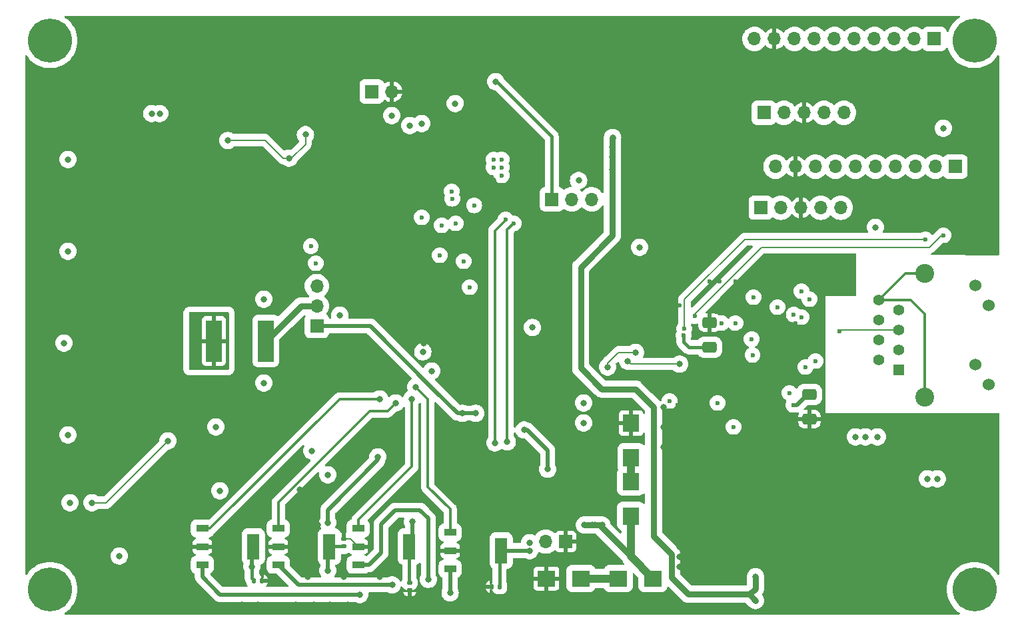
<source format=gbr>
%TF.GenerationSoftware,KiCad,Pcbnew,8.0.0*%
%TF.CreationDate,2024-03-13T17:22:47+01:00*%
%TF.ProjectId,BalloonMotherboardV3,42616c6c-6f6f-46e4-9d6f-74686572626f,rev?*%
%TF.SameCoordinates,Original*%
%TF.FileFunction,Copper,L4,Bot*%
%TF.FilePolarity,Positive*%
%FSLAX46Y46*%
G04 Gerber Fmt 4.6, Leading zero omitted, Abs format (unit mm)*
G04 Created by KiCad (PCBNEW 8.0.0) date 2024-03-13 17:22:47*
%MOMM*%
%LPD*%
G01*
G04 APERTURE LIST*
G04 Aperture macros list*
%AMRoundRect*
0 Rectangle with rounded corners*
0 $1 Rounding radius*
0 $2 $3 $4 $5 $6 $7 $8 $9 X,Y pos of 4 corners*
0 Add a 4 corners polygon primitive as box body*
4,1,4,$2,$3,$4,$5,$6,$7,$8,$9,$2,$3,0*
0 Add four circle primitives for the rounded corners*
1,1,$1+$1,$2,$3*
1,1,$1+$1,$4,$5*
1,1,$1+$1,$6,$7*
1,1,$1+$1,$8,$9*
0 Add four rect primitives between the rounded corners*
20,1,$1+$1,$2,$3,$4,$5,0*
20,1,$1+$1,$4,$5,$6,$7,0*
20,1,$1+$1,$6,$7,$8,$9,0*
20,1,$1+$1,$8,$9,$2,$3,0*%
G04 Aperture macros list end*
%TA.AperFunction,ComponentPad*%
%ADD10C,3.600000*%
%TD*%
%TA.AperFunction,ConnectorPad*%
%ADD11C,5.600000*%
%TD*%
%TA.AperFunction,ComponentPad*%
%ADD12R,1.700000X1.700000*%
%TD*%
%TA.AperFunction,ComponentPad*%
%ADD13O,1.700000X1.700000*%
%TD*%
%TA.AperFunction,ComponentPad*%
%ADD14R,1.400000X1.400000*%
%TD*%
%TA.AperFunction,ComponentPad*%
%ADD15C,1.400000*%
%TD*%
%TA.AperFunction,ComponentPad*%
%ADD16C,1.530000*%
%TD*%
%TA.AperFunction,ComponentPad*%
%ADD17C,2.400000*%
%TD*%
%TA.AperFunction,SMDPad,CuDef*%
%ADD18R,1.500000X0.900000*%
%TD*%
%TA.AperFunction,SMDPad,CuDef*%
%ADD19R,1.500000X3.200000*%
%TD*%
%TA.AperFunction,SMDPad,CuDef*%
%ADD20RoundRect,0.140000X0.170000X-0.140000X0.170000X0.140000X-0.170000X0.140000X-0.170000X-0.140000X0*%
%TD*%
%TA.AperFunction,SMDPad,CuDef*%
%ADD21R,2.050000X2.250000*%
%TD*%
%TA.AperFunction,SMDPad,CuDef*%
%ADD22R,2.250000X2.050000*%
%TD*%
%TA.AperFunction,SMDPad,CuDef*%
%ADD23RoundRect,0.140000X-0.140000X-0.170000X0.140000X-0.170000X0.140000X0.170000X-0.140000X0.170000X0*%
%TD*%
%TA.AperFunction,SMDPad,CuDef*%
%ADD24RoundRect,0.250000X0.650000X-0.412500X0.650000X0.412500X-0.650000X0.412500X-0.650000X-0.412500X0*%
%TD*%
%TA.AperFunction,SMDPad,CuDef*%
%ADD25RoundRect,0.140000X-0.170000X0.140000X-0.170000X-0.140000X0.170000X-0.140000X0.170000X0.140000X0*%
%TD*%
%TA.AperFunction,SMDPad,CuDef*%
%ADD26RoundRect,0.250000X-0.650000X0.412500X-0.650000X-0.412500X0.650000X-0.412500X0.650000X0.412500X0*%
%TD*%
%TA.AperFunction,SMDPad,CuDef*%
%ADD27R,2.000000X5.300000*%
%TD*%
%TA.AperFunction,SMDPad,CuDef*%
%ADD28RoundRect,0.140000X0.140000X0.170000X-0.140000X0.170000X-0.140000X-0.170000X0.140000X-0.170000X0*%
%TD*%
%TA.AperFunction,ViaPad*%
%ADD29C,0.800000*%
%TD*%
%TA.AperFunction,ViaPad*%
%ADD30C,0.600000*%
%TD*%
%TA.AperFunction,Conductor*%
%ADD31C,0.200000*%
%TD*%
%TA.AperFunction,Conductor*%
%ADD32C,0.500000*%
%TD*%
%TA.AperFunction,Conductor*%
%ADD33C,0.300000*%
%TD*%
%TA.AperFunction,Conductor*%
%ADD34C,0.800000*%
%TD*%
%TA.AperFunction,Conductor*%
%ADD35C,1.000000*%
%TD*%
%TA.AperFunction,Conductor*%
%ADD36C,0.400000*%
%TD*%
%TA.AperFunction,Conductor*%
%ADD37C,0.150000*%
%TD*%
G04 APERTURE END LIST*
D10*
%TO.P,H1,1*%
%TO.N,N/C*%
X49530000Y-102235000D03*
D11*
X49530000Y-102235000D03*
%TD*%
D12*
%TO.P,scl0,1,Pin_1*%
%TO.N,+5V*%
X140263800Y-111404400D03*
D13*
%TO.P,scl0,2,Pin_2*%
%TO.N,+3V3*%
X142803800Y-111404400D03*
%TO.P,scl0,3,Pin_3*%
%TO.N,GND*%
X145343800Y-111404400D03*
%TO.P,scl0,4,Pin_4*%
%TO.N,/scl1*%
X147883800Y-111404400D03*
%TO.P,scl0,5,Pin_5*%
%TO.N,/sda1*%
X150423800Y-111404400D03*
%TD*%
D12*
%TO.P,JHVA1,1,Pin_1*%
%TO.N,GND*%
X115067000Y-165989000D03*
D13*
%TO.P,JHVA1,2,Pin_2*%
%TO.N,Net-(JH1-B)*%
X112527000Y-165989000D03*
%TD*%
D12*
%TO.P,J6,1,Pin_1*%
%TO.N,Net-(J6-Pin_1)*%
X161920000Y-102006400D03*
D13*
%TO.P,J6,2,Pin_2*%
%TO.N,Net-(J6-Pin_2)*%
X159380000Y-102006400D03*
%TO.P,J6,3,Pin_3*%
%TO.N,Net-(J6-Pin_3)*%
X156840000Y-102006400D03*
%TO.P,J6,4,Pin_4*%
%TO.N,Net-(J6-Pin_4)*%
X154300000Y-102006400D03*
%TO.P,J6,5,Pin_5*%
%TO.N,Net-(J6-Pin_5)*%
X151760000Y-102006400D03*
%TO.P,J6,6,Pin_6*%
%TO.N,Net-(J6-Pin_6)*%
X149220000Y-102006400D03*
%TO.P,J6,7,Pin_7*%
%TO.N,Net-(J6-Pin_7)*%
X146680000Y-102006400D03*
%TO.P,J6,8,Pin_8*%
%TO.N,Net-(J6-Pin_8)*%
X144140000Y-102006400D03*
%TO.P,J6,9,Pin_9*%
%TO.N,GND*%
X141600000Y-102006400D03*
%TO.P,J6,10,Pin_10*%
%TO.N,+5V*%
X139060000Y-102006400D03*
%TD*%
D10*
%TO.P,H3,1*%
%TO.N,N/C*%
X167005000Y-172085000D03*
D11*
X167005000Y-172085000D03*
%TD*%
D14*
%TO.P,J3,1,1*%
%TO.N,/TXP*%
X157380000Y-144145000D03*
D15*
%TO.P,J3,2,2*%
%TO.N,Net-(C9-Pad2)*%
X154840000Y-142875000D03*
%TO.P,J3,3,3*%
%TO.N,/TXN*%
X157380000Y-141605000D03*
%TO.P,J3,4,4*%
%TO.N,/RXP*%
X154840000Y-140335000D03*
%TO.P,J3,5,5*%
%TO.N,Net-(C53-Pad1)*%
X157380000Y-139065000D03*
%TO.P,J3,6,6*%
%TO.N,/RXN*%
X154840000Y-137795000D03*
%TO.P,J3,7,7*%
%TO.N,unconnected-(J3-Pad7)*%
X157380000Y-136525000D03*
%TO.P,J3,8,GND*%
%TO.N,Net-(J3-GND)*%
X154840000Y-135255000D03*
D16*
%TO.P,J3,9,9*%
%TO.N,Net-(J3-Pad9)*%
X168810000Y-146025000D03*
%TO.P,J3,10,10*%
%TO.N,/3.3V_LAN*%
X167110000Y-143485000D03*
%TO.P,J3,11,11*%
%TO.N,Net-(J3-Pad11)*%
X168810000Y-135915000D03*
%TO.P,J3,12,12*%
%TO.N,/3.3V_LAN*%
X167110000Y-133375000D03*
D17*
%TO.P,J3,13,13*%
%TO.N,Net-(J3-GND)*%
X160680000Y-147575000D03*
%TO.P,J3,14,14*%
X160680000Y-131825000D03*
%TD*%
D10*
%TO.P,H2,1*%
%TO.N,N/C*%
X49530000Y-172085000D03*
D11*
X49530000Y-172085000D03*
%TD*%
D12*
%TO.P,J5,1,Pin_1*%
%TO.N,Net-(J5-Pin_1)*%
X164587000Y-118262400D03*
D13*
%TO.P,J5,2,Pin_2*%
%TO.N,Net-(J5-Pin_2)*%
X162047000Y-118262400D03*
%TO.P,J5,3,Pin_3*%
%TO.N,Net-(J5-Pin_3)*%
X159507000Y-118262400D03*
%TO.P,J5,4,Pin_4*%
%TO.N,Net-(J5-Pin_4)*%
X156967000Y-118262400D03*
%TO.P,J5,5,Pin_5*%
%TO.N,Net-(J5-Pin_5)*%
X154427000Y-118262400D03*
%TO.P,J5,6,Pin_6*%
%TO.N,Net-(J5-Pin_6)*%
X151887000Y-118262400D03*
%TO.P,J5,7,Pin_7*%
%TO.N,Net-(J5-Pin_7)*%
X149347000Y-118262400D03*
%TO.P,J5,8,Pin_8*%
%TO.N,Net-(J5-Pin_8)*%
X146807000Y-118262400D03*
%TO.P,J5,9,Pin_9*%
%TO.N,GND*%
X144267000Y-118262400D03*
%TO.P,J5,10,Pin_10*%
%TO.N,+5V*%
X141727000Y-118262400D03*
%TD*%
D12*
%TO.P,scl1,1,Pin_1*%
%TO.N,+5V*%
X139857400Y-123494800D03*
D13*
%TO.P,scl1,2,Pin_2*%
%TO.N,+3V3*%
X142397400Y-123494800D03*
%TO.P,scl1,3,Pin_3*%
%TO.N,GND*%
X144937400Y-123494800D03*
%TO.P,scl1,4,Pin_4*%
%TO.N,/scl0*%
X147477400Y-123494800D03*
%TO.P,scl1,5,Pin_5*%
%TO.N,/sda0*%
X150017400Y-123494800D03*
%TD*%
D10*
%TO.P,H4,1*%
%TO.N,N/C*%
X167005000Y-102235000D03*
D11*
X167005000Y-102235000D03*
%TD*%
D12*
%TO.P,JB_or_U1,1,Pin_1*%
%TO.N,VBUS*%
X113299000Y-122428000D03*
D13*
%TO.P,JB_or_U1,2,Pin_2*%
%TO.N,+5V*%
X115839000Y-122428000D03*
%TO.P,JB_or_U1,3,Pin_3*%
%TO.N,/Vin_reg*%
X118379000Y-122428000D03*
%TD*%
D12*
%TO.P,J4,1,Pin_1*%
%TO.N,/~{USB_BOOT}*%
X90419000Y-108712000D03*
D13*
%TO.P,J4,2,Pin_2*%
%TO.N,GND*%
X92959000Y-108712000D03*
%TD*%
D12*
%TO.P,J5V2,1,Pin_1*%
%TO.N,+28V*%
X83439000Y-138542000D03*
D13*
%TO.P,J5V2,2,Pin_2*%
%TO.N,Net-(J5V2-Pin_2)*%
X83439000Y-136002000D03*
%TO.P,J5V2,3,Pin_3*%
%TO.N,+5V*%
X83439000Y-133462000D03*
%TD*%
D18*
%TO.P,ICH4,1,OUT*%
%TO.N,/H_4*%
X68886000Y-168924000D03*
%TO.P,ICH4,2,GND*%
%TO.N,GND*%
X68886000Y-166624000D03*
%TO.P,ICH4,3,IN*%
%TO.N,/H:4*%
X68886000Y-164324000D03*
D19*
%TO.P,ICH4,4,VS*%
%TO.N,/Vs_Heat*%
X75386000Y-166624000D03*
%TD*%
D20*
%TO.P,C60,1*%
%TO.N,/Vs_Heat*%
X86868000Y-166596000D03*
%TO.P,C60,2*%
%TO.N,GND*%
X86868000Y-165636000D03*
%TD*%
D21*
%TO.P,D5,1,K*%
%TO.N,Net-(D5-K)*%
X123393200Y-155311200D03*
%TO.P,D5,2,A*%
%TO.N,GND*%
X123393200Y-150911200D03*
%TD*%
D18*
%TO.P,ICH6,1,OUT*%
%TO.N,/H_6*%
X88698000Y-168924000D03*
%TO.P,ICH6,2,GND*%
%TO.N,GND*%
X88698000Y-166624000D03*
%TO.P,ICH6,3,IN*%
%TO.N,/H:6*%
X88698000Y-164324000D03*
D19*
%TO.P,ICH6,4,VS*%
%TO.N,/Vs_Heat*%
X95198000Y-166624000D03*
%TD*%
D21*
%TO.P,D7,1,K*%
%TO.N,V_Batt*%
X123342400Y-162728000D03*
%TO.P,D7,2,A*%
%TO.N,Net-(D5-K)*%
X123342400Y-158328000D03*
%TD*%
D22*
%TO.P,D9,1,K*%
%TO.N,Net-(D8-A)*%
X117008000Y-170688000D03*
%TO.P,D9,2,A*%
%TO.N,GND*%
X112608000Y-170688000D03*
%TD*%
D23*
%TO.P,C59,1*%
%TO.N,/Vs_Heat*%
X75466000Y-170942000D03*
%TO.P,C59,2*%
%TO.N,GND*%
X76426000Y-170942000D03*
%TD*%
D24*
%TO.P,C27,1*%
%TO.N,GND*%
X146050000Y-150406500D03*
%TO.P,C27,2*%
%TO.N,/3.3V_LAN*%
X146050000Y-147281500D03*
%TD*%
D22*
%TO.P,D8,1,K*%
%TO.N,V_Batt*%
X126152000Y-170688000D03*
%TO.P,D8,2,A*%
%TO.N,Net-(D8-A)*%
X121752000Y-170688000D03*
%TD*%
D25*
%TO.P,C61,1*%
%TO.N,/Vs_Heat*%
X95250000Y-171224000D03*
%TO.P,C61,2*%
%TO.N,GND*%
X95250000Y-172184000D03*
%TD*%
D26*
%TO.P,C43,1*%
%TO.N,GND*%
X133350000Y-138137500D03*
%TO.P,C43,2*%
%TO.N,/3.3V_LAN*%
X133350000Y-141262500D03*
%TD*%
D27*
%TO.P,F1,1*%
%TO.N,/Vox*%
X70360000Y-140462000D03*
%TO.P,F1,2*%
%TO.N,Net-(J5V2-Pin_2)*%
X76960000Y-140462000D03*
%TD*%
D18*
%TO.P,ICH5,1,OUT*%
%TO.N,/H_5*%
X78538000Y-168924000D03*
%TO.P,ICH5,2,GND*%
%TO.N,GND*%
X78538000Y-166624000D03*
%TO.P,ICH5,3,IN*%
%TO.N,/H:5*%
X78538000Y-164324000D03*
D19*
%TO.P,ICH5,4,VS*%
%TO.N,/Vs_Heat*%
X85038000Y-166624000D03*
%TD*%
D18*
%TO.P,ICH7,1,OUT*%
%TO.N,/H_7*%
X100382000Y-169432000D03*
%TO.P,ICH7,2,GND*%
%TO.N,GND*%
X100382000Y-167132000D03*
%TO.P,ICH7,3,IN*%
%TO.N,/H:7*%
X100382000Y-164832000D03*
D19*
%TO.P,ICH7,4,VS*%
%TO.N,/Vs_Heat*%
X106882000Y-167132000D03*
%TD*%
D28*
%TO.P,C58,1*%
%TO.N,/Vs_Heat*%
X106652000Y-171704000D03*
%TO.P,C58,2*%
%TO.N,GND*%
X105692000Y-171704000D03*
%TD*%
D29*
%TO.N,GND*%
X71400000Y-110000000D03*
X77216000Y-160020000D03*
X80645000Y-151130000D03*
X117348000Y-166624000D03*
X129540000Y-165354000D03*
X104394000Y-141478000D03*
X109169200Y-122986800D03*
X69088000Y-132588000D03*
X138328400Y-156667200D03*
D30*
X136652000Y-132842000D03*
D29*
X56896000Y-103886000D03*
X117602000Y-104013000D03*
X66040000Y-173990000D03*
X149352000Y-134239000D03*
X115062000Y-168148000D03*
X129286000Y-158496000D03*
D30*
X100300000Y-128790000D03*
X134620000Y-132842000D03*
D29*
X85090000Y-173990000D03*
X104009000Y-158343600D03*
X89662000Y-173990000D03*
X54328000Y-105918000D03*
D30*
X101470000Y-128790000D03*
D29*
X91440000Y-151384000D03*
X159131000Y-157734000D03*
X161290000Y-161798000D03*
X97028000Y-140716000D03*
D30*
X144272000Y-138938000D03*
D29*
X100838000Y-141478000D03*
X107391200Y-162661600D03*
X131064000Y-170434000D03*
X86200000Y-125000000D03*
X102616000Y-141478000D03*
X138430000Y-159258000D03*
X141986000Y-164338000D03*
D30*
X129286000Y-148590000D03*
D29*
X129540000Y-169164000D03*
X67056000Y-116332000D03*
X141986000Y-165862000D03*
X101854000Y-173990000D03*
X71374000Y-165354000D03*
X136906000Y-165354000D03*
X131064000Y-166624000D03*
D30*
X101480000Y-127730000D03*
D29*
X108712000Y-123952000D03*
X139954000Y-146304000D03*
D30*
X109474000Y-129193426D03*
D29*
X98806000Y-112014000D03*
D30*
X147066000Y-144272000D03*
X85852000Y-109474000D03*
D29*
X101346000Y-143002000D03*
X131064000Y-167894000D03*
D30*
X102580000Y-126750000D03*
D29*
X132842000Y-103886000D03*
X68834000Y-173990000D03*
X162966400Y-108254800D03*
X90424000Y-118491000D03*
D30*
X138938000Y-148590000D03*
D29*
X71400000Y-166800000D03*
D30*
X97536000Y-136652000D03*
D29*
X134112000Y-166624000D03*
X125476000Y-117602000D03*
X156210000Y-161798000D03*
D30*
X124714000Y-140462000D03*
D29*
X141986000Y-161544000D03*
X127508000Y-153924000D03*
X102870000Y-136652000D03*
X143256000Y-169164000D03*
X143256000Y-172974000D03*
X74800000Y-103200000D03*
X125476000Y-121158000D03*
X111658400Y-143357600D03*
D30*
X100330000Y-118618000D03*
D29*
X98552000Y-141732000D03*
X75438000Y-109728000D03*
X107315000Y-101346000D03*
X81534000Y-161544000D03*
X108204000Y-112268000D03*
X104394000Y-120015000D03*
X86250000Y-128200000D03*
D30*
X143002000Y-143256000D03*
D29*
X104394000Y-138176000D03*
X77216000Y-162306000D03*
X87376000Y-173990000D03*
X67818000Y-156972000D03*
X105791000Y-120015000D03*
D30*
X99247000Y-134620000D03*
D29*
X135382000Y-156718000D03*
X142138400Y-157937200D03*
X67056000Y-121158000D03*
X101854000Y-162052000D03*
X147701000Y-152400000D03*
X93980000Y-173990000D03*
X132588000Y-165354000D03*
X83566000Y-163830000D03*
X111404400Y-141071600D03*
X86868000Y-170434000D03*
X91440000Y-170434000D03*
X87650000Y-125000000D03*
X151130000Y-132588000D03*
X52042000Y-108966000D03*
X104394000Y-139954000D03*
X61200000Y-117000000D03*
X136906000Y-157226000D03*
X99822000Y-143002000D03*
X111658400Y-145135600D03*
D30*
X143764000Y-151130000D03*
X128016000Y-133350000D03*
D29*
X71882000Y-121158000D03*
X103886000Y-136652000D03*
X129540000Y-156972000D03*
X74900000Y-105800000D03*
X157607000Y-159131000D03*
X129540000Y-166624000D03*
X97028000Y-138430000D03*
X125476000Y-115824000D03*
X133858000Y-156718000D03*
X139852400Y-156718000D03*
X137922000Y-157988000D03*
X132842000Y-105918000D03*
D30*
X86357620Y-106933841D03*
D29*
X61500000Y-140500000D03*
X60960000Y-152400000D03*
D30*
X100280000Y-126750000D03*
X144244000Y-138176000D03*
X126492000Y-137160000D03*
D29*
X132842000Y-108712000D03*
X151748000Y-106536000D03*
X135636000Y-165354000D03*
X134112000Y-165354000D03*
X131064000Y-169164000D03*
X94129248Y-123167752D03*
X143103600Y-159308800D03*
X79800000Y-113200000D03*
X125476000Y-112268000D03*
X130810000Y-156718000D03*
X160020000Y-154178000D03*
X132334000Y-156718000D03*
X86250000Y-126800000D03*
X80772000Y-173990000D03*
X73400000Y-108000000D03*
X132588000Y-166624000D03*
D30*
X146399998Y-159465174D03*
D29*
X98933000Y-105537000D03*
X131064000Y-145542000D03*
X80264000Y-106299000D03*
X117602000Y-105918000D03*
X99060000Y-173990000D03*
X102362000Y-151765000D03*
X63500000Y-173990000D03*
X129540000Y-167894000D03*
X95758000Y-158242000D03*
X91694000Y-173990000D03*
X88392000Y-130556000D03*
X82804000Y-142240000D03*
X102616000Y-138176000D03*
X139801600Y-157835600D03*
X102870000Y-142748000D03*
D30*
X122936000Y-134874000D03*
D29*
X82296000Y-170434000D03*
X159131000Y-159131000D03*
D30*
X99314000Y-118618000D03*
D29*
X135636000Y-166624000D03*
X96520000Y-173990000D03*
X75946000Y-173990000D03*
X127508000Y-151384000D03*
X93980000Y-129794000D03*
D30*
X133350000Y-132842000D03*
D29*
X87750000Y-128200000D03*
D30*
X167259000Y-164846000D03*
D29*
X117348000Y-167894000D03*
X141935200Y-156718000D03*
D30*
X147066000Y-139192000D03*
X102600000Y-128790000D03*
X137922000Y-132842000D03*
D29*
X157607000Y-157734000D03*
X95758000Y-160020000D03*
X61300000Y-128700000D03*
X71882000Y-112776000D03*
X80264000Y-104013000D03*
X143256000Y-171196000D03*
X107315000Y-103632000D03*
X108204000Y-115824000D03*
X81280000Y-159385000D03*
X125476000Y-114046000D03*
X66100000Y-111200000D03*
D30*
X100310000Y-127730000D03*
D29*
X157480000Y-154178000D03*
D30*
X101450000Y-126750000D03*
D29*
X73914000Y-173990000D03*
X160629600Y-104749600D03*
X65000000Y-169600000D03*
X86791600Y-145200000D03*
D30*
X102610000Y-127730000D03*
D29*
X54328000Y-112014000D03*
X102616000Y-171450000D03*
X117602000Y-108204000D03*
X87750000Y-126850000D03*
X138329812Y-160754094D03*
X83058000Y-173990000D03*
X131064000Y-165354000D03*
X105867200Y-161407512D03*
X127508000Y-148844000D03*
D30*
X129540000Y-135890000D03*
D29*
X93726000Y-160020000D03*
X141274800Y-159054800D03*
X102616000Y-139954000D03*
%TO.N,V_Batt*%
X118460220Y-163907492D03*
X119684800Y-163880800D03*
X117449600Y-163880800D03*
%TO.N,8V{slash}3A Buck Conv*%
X139192000Y-170434000D03*
X121031000Y-114554000D03*
X139192000Y-171958000D03*
X121005600Y-115773200D03*
X121005600Y-118618000D03*
X139192000Y-173482000D03*
X121005600Y-117043200D03*
%TO.N,VBUS*%
X106172000Y-107442000D03*
D30*
%TO.N,+3V3*%
X82677000Y-128397000D03*
X83312000Y-130556000D03*
D29*
X58355000Y-167827525D03*
D30*
X99314000Y-125730000D03*
X106934000Y-119380000D03*
D29*
X154432000Y-125984000D03*
X92964000Y-111758000D03*
D30*
X101092000Y-125476000D03*
D29*
X86360000Y-137160000D03*
D30*
X99060000Y-129540000D03*
X105918000Y-118364000D03*
X100584000Y-121412000D03*
D29*
X95250000Y-113030000D03*
D30*
X105918000Y-117348000D03*
D29*
X124460000Y-128524000D03*
D30*
X106934000Y-117348000D03*
D29*
X110845600Y-138734800D03*
D30*
X96774000Y-124714000D03*
D29*
X96915191Y-141844811D03*
X101027000Y-110236000D03*
D30*
X106934000Y-118364000D03*
X102108000Y-130302000D03*
D29*
X117348000Y-150876000D03*
D30*
%TO.N,+1V1*%
X102870000Y-133604000D03*
X100656574Y-122355426D03*
X103448000Y-123200000D03*
D29*
%TO.N,+5V*%
X161036000Y-157988000D03*
X117348000Y-148336000D03*
X62456000Y-111506000D03*
X163068000Y-113385600D03*
X116713000Y-120030000D03*
X162306000Y-157988000D03*
X63472000Y-111506000D03*
X98044000Y-144272000D03*
X96774000Y-112776000D03*
%TO.N,+28V*%
X103632000Y-149656800D03*
X101955600Y-149656800D03*
%TO.N,/in+2*%
X109778800Y-151790400D03*
X112776000Y-156768800D03*
%TO.N,/cs_sd*%
X72136000Y-114935000D03*
X82000000Y-114200000D03*
X79900000Y-117200000D03*
%TO.N,/H:7*%
X96012000Y-146304000D03*
%TO.N,/Vs_Heat*%
X84836000Y-157480000D03*
X95589822Y-163447360D03*
X84836000Y-169672000D03*
X71120000Y-159512000D03*
X110490000Y-166116000D03*
X110490000Y-167132000D03*
X82804000Y-154432000D03*
X75184000Y-169164000D03*
X70612000Y-151384000D03*
%TO.N,/3.3V_LAN*%
X153162000Y-152654000D03*
D30*
X134366000Y-148336000D03*
X146050000Y-135128000D03*
X138696000Y-140220000D03*
X145034000Y-134112000D03*
X141986000Y-136144000D03*
X130048000Y-139700000D03*
X138938000Y-134874000D03*
D29*
X154686000Y-152654000D03*
D30*
X128270000Y-148082000D03*
X144018000Y-148590000D03*
X138812397Y-142240000D03*
X136398000Y-151384000D03*
X136640000Y-138176000D03*
X134874000Y-138176000D03*
D29*
X151892000Y-152654000D03*
%TO.N,/mosi_lan*%
X129540000Y-143395000D03*
X122936000Y-143002000D03*
D30*
%TO.N,/LED_LAN_A*%
X160782000Y-127508000D03*
X130143892Y-138905765D03*
%TO.N,/LED_LAN_B*%
X163068000Y-127000000D03*
X131445000Y-137287000D03*
D29*
%TO.N,/cs_lan*%
X123952000Y-141906000D03*
X120396000Y-143764000D03*
D30*
%TO.N,/cur_mess*%
X108458000Y-125476000D03*
D29*
X107645200Y-153314400D03*
%TO.N,/in-2*%
X106070400Y-153416000D03*
D30*
X107442000Y-124968000D03*
D29*
%TO.N,/H_3*%
X84836000Y-163576000D03*
X91200000Y-155200000D03*
%TO.N,/H_4*%
X88900000Y-172720000D03*
%TO.N,/H_5*%
X93010000Y-171500000D03*
%TO.N,/H_6*%
X97600000Y-170800000D03*
%TO.N,/H_7*%
X100382000Y-172518000D03*
%TO.N,/Vox*%
X67945000Y-140589000D03*
X51816000Y-117348000D03*
X76708000Y-135128000D03*
X51816000Y-129032000D03*
X67945000Y-139065000D03*
X67945000Y-142113000D03*
X52070000Y-161036000D03*
X76708000Y-145796000D03*
X51308000Y-140716000D03*
X51816000Y-152400000D03*
%TO.N,/H:6*%
X95504000Y-147828000D03*
%TO.N,/H:4*%
X91440000Y-147828000D03*
%TO.N,/H:5*%
X93472000Y-148336000D03*
%TO.N,/A*%
X64516000Y-153162000D03*
X54864000Y-161036000D03*
D30*
%TO.N,Net-(FB1-Pad1)*%
X144056090Y-137096430D03*
X145542000Y-143764000D03*
X143510000Y-147066000D03*
X145034000Y-137414000D03*
X146812000Y-143002000D03*
%TO.N,Net-(C53-Pad1)*%
X149860000Y-139192000D03*
%TD*%
D31*
%TO.N,GND*%
X86868000Y-165636000D02*
X86868000Y-164338000D01*
X76426000Y-170942000D02*
X76426000Y-169700000D01*
D32*
X146088500Y-150368000D02*
X146050000Y-150406500D01*
D31*
X76426000Y-170942000D02*
X77978000Y-170942000D01*
X77978000Y-170942000D02*
X78232000Y-171196000D01*
D32*
X146050000Y-150406500D02*
X144487500Y-150406500D01*
D31*
X86868000Y-165636000D02*
X87710000Y-165636000D01*
X76426000Y-169700000D02*
X76454000Y-169672000D01*
D32*
X144487500Y-150406500D02*
X143764000Y-151130000D01*
D31*
X87710000Y-165636000D02*
X88698000Y-166624000D01*
D33*
%TO.N,V_Batt*%
X118770400Y-163597312D02*
X118460220Y-163907492D01*
D34*
X117449600Y-163880800D02*
X119344800Y-163880800D01*
D35*
X123342400Y-162728000D02*
X123342400Y-167878400D01*
X123342400Y-167878400D02*
X126152000Y-170688000D01*
D34*
X119344800Y-163880800D02*
X123342400Y-167878400D01*
%TO.N,8V{slash}3A Buck Conv*%
X138446000Y-172704000D02*
X137668000Y-172704000D01*
X121005600Y-127025400D02*
X121005600Y-118618000D01*
X139192000Y-171958000D02*
X139192000Y-170434000D01*
X121005600Y-118618000D02*
X121005600Y-117043200D01*
X126238000Y-148844000D02*
X123952000Y-146558000D01*
X121005600Y-115773200D02*
X121005600Y-114579400D01*
X137668000Y-172704000D02*
X130649786Y-172704000D01*
X116967000Y-143891000D02*
X116967000Y-131064000D01*
X139192000Y-171958000D02*
X138446000Y-172704000D01*
X121005600Y-114579400D02*
X121031000Y-114554000D01*
X137668000Y-172704000D02*
X138414000Y-172704000D01*
X116967000Y-131064000D02*
X121005600Y-127025400D01*
X123952000Y-146558000D02*
X119634000Y-146558000D01*
X121005600Y-115773200D02*
X121005600Y-117043200D01*
X128524000Y-167582186D02*
X126238000Y-165296186D01*
X138414000Y-172704000D02*
X139192000Y-173482000D01*
X119634000Y-146558000D02*
X116967000Y-143891000D01*
X126238000Y-165296186D02*
X126238000Y-148844000D01*
X128524000Y-170578214D02*
X128524000Y-167582186D01*
X130649786Y-172704000D02*
X128524000Y-170578214D01*
D36*
%TO.N,VBUS*%
X106300014Y-107442000D02*
X113299000Y-114440986D01*
X106172000Y-107442000D02*
X106300014Y-107442000D01*
X113299000Y-114440986D02*
X113299000Y-122428000D01*
%TO.N,+3V3*%
X106969371Y-119300000D02*
X106950000Y-119300000D01*
D31*
%TO.N,+5V*%
X163068000Y-113385600D02*
X163068000Y-113690400D01*
D32*
X98044000Y-144272000D02*
X98044000Y-144175703D01*
%TO.N,+28V*%
X90214082Y-138542000D02*
X98327541Y-146655459D01*
X101328882Y-149656800D02*
X98327541Y-146655459D01*
X83439000Y-138542000D02*
X90214082Y-138542000D01*
X103632000Y-149656800D02*
X101328882Y-149656800D01*
%TO.N,/in+2*%
X109778800Y-151790400D02*
X110185200Y-151790400D01*
X112776000Y-154381200D02*
X112776000Y-156768800D01*
X110185200Y-151790400D02*
X112776000Y-154381200D01*
D37*
%TO.N,/cs_sd*%
X76900000Y-114900000D02*
X79200000Y-117200000D01*
X79900000Y-117200000D02*
X80200000Y-117200000D01*
X82000000Y-115400000D02*
X82000000Y-114200000D01*
X79200000Y-117200000D02*
X79900000Y-117200000D01*
X80200000Y-117200000D02*
X82000000Y-115400000D01*
X72136000Y-114935000D02*
X72171000Y-114900000D01*
X72171000Y-114900000D02*
X76900000Y-114900000D01*
D33*
%TO.N,/H:7*%
X96012000Y-146304000D02*
X97536000Y-147828000D01*
X100382000Y-161850000D02*
X100382000Y-164832000D01*
X97536000Y-159004000D02*
X100382000Y-161850000D01*
X97536000Y-147828000D02*
X97536000Y-159004000D01*
D36*
%TO.N,/Vs_Heat*%
X106652000Y-171704000D02*
X106652000Y-167362000D01*
D32*
X84836000Y-166826000D02*
X85038000Y-166624000D01*
X75184000Y-166826000D02*
X75386000Y-166624000D01*
X75184000Y-169164000D02*
X75184000Y-166826000D01*
D36*
X86868000Y-166596000D02*
X85066000Y-166596000D01*
X95198000Y-166624000D02*
X95198000Y-171172000D01*
D32*
X95589822Y-166232178D02*
X95198000Y-166624000D01*
D36*
X85066000Y-166596000D02*
X85038000Y-166624000D01*
D32*
X95589822Y-163447360D02*
X95589822Y-166232178D01*
X84836000Y-169672000D02*
X84836000Y-166826000D01*
D36*
X106652000Y-167362000D02*
X106882000Y-167132000D01*
D32*
X110490000Y-167132000D02*
X106882000Y-167132000D01*
D36*
X75184000Y-169164000D02*
X75184000Y-170660000D01*
X75184000Y-170660000D02*
X75466000Y-170942000D01*
X95198000Y-171172000D02*
X95250000Y-171224000D01*
X74958000Y-166196000D02*
X75386000Y-166624000D01*
D32*
X107188000Y-167438000D02*
X106882000Y-167132000D01*
%TO.N,/3.3V_LAN*%
X144449000Y-148590000D02*
X145757500Y-147281500D01*
D36*
X130721500Y-141262500D02*
X130048000Y-140589000D01*
X133350000Y-141262500D02*
X130721500Y-141262500D01*
X130048000Y-140589000D02*
X130048000Y-139700000D01*
D32*
X144018000Y-148590000D02*
X144449000Y-148590000D01*
X145757500Y-147281500D02*
X146050000Y-147281500D01*
D37*
%TO.N,/mosi_lan*%
X122936000Y-143002000D02*
X123329000Y-143395000D01*
X123329000Y-143395000D02*
X129540000Y-143395000D01*
D31*
%TO.N,/LED_LAN_A*%
X130143892Y-135199579D02*
X130143892Y-138905765D01*
X160782000Y-127508000D02*
X137835471Y-127508000D01*
X137835471Y-127508000D02*
X130143892Y-135199579D01*
%TO.N,/LED_LAN_B*%
X161290000Y-128524000D02*
X162814000Y-127000000D01*
X131445000Y-137033000D02*
X139954000Y-128524000D01*
X162814000Y-127000000D02*
X163068000Y-127000000D01*
X139954000Y-128524000D02*
X161290000Y-128524000D01*
X131445000Y-137287000D02*
X131445000Y-137033000D01*
D37*
%TO.N,/cs_lan*%
X121746000Y-141906000D02*
X123952000Y-141906000D01*
X120396000Y-143256000D02*
X121746000Y-141906000D01*
X120396000Y-143764000D02*
X120396000Y-143256000D01*
D33*
%TO.N,/cur_mess*%
X108458000Y-125476000D02*
X107645200Y-126288800D01*
D31*
X108458000Y-125476000D02*
X108204000Y-125730000D01*
D33*
X107645200Y-126288800D02*
X107645200Y-153314400D01*
%TO.N,/in-2*%
X106070400Y-126430766D02*
X107406091Y-125095075D01*
X106070400Y-153416000D02*
X106070400Y-126430766D01*
D35*
%TO.N,Net-(D5-K)*%
X123342400Y-158328000D02*
X123342400Y-155362000D01*
X123342400Y-155362000D02*
X123393200Y-155311200D01*
%TO.N,Net-(D8-A)*%
X121752000Y-170688000D02*
X117008000Y-170688000D01*
D32*
%TO.N,/H_3*%
X84836000Y-163576000D02*
X84836000Y-161964000D01*
X91200000Y-155600000D02*
X91200000Y-155200000D01*
X84836000Y-161964000D02*
X91200000Y-155600000D01*
%TO.N,/H_4*%
X68886000Y-170466000D02*
X68886000Y-168924000D01*
X71140000Y-172720000D02*
X68886000Y-170466000D01*
X88900000Y-172720000D02*
X71140000Y-172720000D01*
%TO.N,/H_5*%
X81114000Y-171500000D02*
X78538000Y-168924000D01*
X93010000Y-171500000D02*
X81114000Y-171500000D01*
%TO.N,/H_6*%
X97600000Y-170800000D02*
X97600000Y-163040000D01*
X96560000Y-162000000D02*
X93400000Y-162000000D01*
X93400000Y-162000000D02*
X91600000Y-163800000D01*
X90076000Y-168924000D02*
X88698000Y-168924000D01*
X91600000Y-163800000D02*
X91600000Y-167400000D01*
X97600000Y-163040000D02*
X96560000Y-162000000D01*
X91600000Y-167400000D02*
X90076000Y-168924000D01*
%TO.N,/H_7*%
X100382000Y-172518000D02*
X100382000Y-169432000D01*
D34*
%TO.N,/Vox*%
X70360000Y-142113000D02*
X70360000Y-140462000D01*
X70360000Y-140462000D02*
X70233000Y-140589000D01*
X70360000Y-140462000D02*
X70360000Y-139065000D01*
%TO.N,Net-(J5V2-Pin_2)*%
X81420000Y-136002000D02*
X83439000Y-136002000D01*
X76960000Y-140462000D02*
X81420000Y-136002000D01*
D33*
%TO.N,/H:6*%
X88698000Y-163225339D02*
X88698000Y-164324000D01*
X95504000Y-156419339D02*
X88698000Y-163225339D01*
X95504000Y-147828000D02*
X95504000Y-156419339D01*
%TO.N,/H:4*%
X86360000Y-147828000D02*
X91440000Y-147828000D01*
X69864000Y-164324000D02*
X86360000Y-147828000D01*
X68886000Y-164324000D02*
X69864000Y-164324000D01*
%TO.N,/H:5*%
X92456000Y-149352000D02*
X90170000Y-149352000D01*
X90170000Y-149352000D02*
X78538000Y-160984000D01*
X93472000Y-148336000D02*
X92456000Y-149352000D01*
X78538000Y-160984000D02*
X78538000Y-164324000D01*
D31*
%TO.N,/A*%
X56642000Y-161036000D02*
X64516000Y-153162000D01*
X54864000Y-161036000D02*
X56642000Y-161036000D01*
D33*
%TO.N,Net-(J3-GND)*%
X160680000Y-131825000D02*
X158270000Y-131825000D01*
X160680000Y-137058000D02*
X160680000Y-147575000D01*
X158270000Y-131825000D02*
X154840000Y-135255000D01*
X158877000Y-135255000D02*
X160680000Y-137058000D01*
X154840000Y-135255000D02*
X158877000Y-135255000D01*
D37*
%TO.N,Net-(C53-Pad1)*%
X149987000Y-139065000D02*
X157380000Y-139065000D01*
X149860000Y-139192000D02*
X149987000Y-139065000D01*
%TD*%
%TA.AperFunction,Conductor*%
%TO.N,/Vox*%
G36*
X72206039Y-136798685D02*
G01*
X72251794Y-136851489D01*
X72263000Y-136903000D01*
X72263000Y-144021000D01*
X72243315Y-144088039D01*
X72190511Y-144133794D01*
X72139000Y-144145000D01*
X67307000Y-144145000D01*
X67239961Y-144125315D01*
X67194206Y-144072511D01*
X67183000Y-144021000D01*
X67183000Y-140712000D01*
X68860000Y-140712000D01*
X68860000Y-143159844D01*
X68866401Y-143219372D01*
X68866403Y-143219379D01*
X68916645Y-143354086D01*
X68916649Y-143354093D01*
X69002809Y-143469187D01*
X69002812Y-143469190D01*
X69117906Y-143555350D01*
X69117913Y-143555354D01*
X69252620Y-143605596D01*
X69252627Y-143605598D01*
X69312155Y-143611999D01*
X69312172Y-143612000D01*
X70110000Y-143612000D01*
X70110000Y-140712000D01*
X70610000Y-140712000D01*
X70610000Y-143612000D01*
X71407828Y-143612000D01*
X71407844Y-143611999D01*
X71467372Y-143605598D01*
X71467379Y-143605596D01*
X71602086Y-143555354D01*
X71602093Y-143555350D01*
X71717187Y-143469190D01*
X71717190Y-143469187D01*
X71803350Y-143354093D01*
X71803354Y-143354086D01*
X71853596Y-143219379D01*
X71853598Y-143219372D01*
X71859999Y-143159844D01*
X71860000Y-143159827D01*
X71860000Y-140712000D01*
X70610000Y-140712000D01*
X70110000Y-140712000D01*
X68860000Y-140712000D01*
X67183000Y-140712000D01*
X67183000Y-140212000D01*
X68860000Y-140212000D01*
X70110000Y-140212000D01*
X70110000Y-137312000D01*
X70610000Y-137312000D01*
X70610000Y-140212000D01*
X71860000Y-140212000D01*
X71860000Y-137764172D01*
X71859999Y-137764155D01*
X71853598Y-137704627D01*
X71853596Y-137704620D01*
X71803354Y-137569913D01*
X71803350Y-137569906D01*
X71717190Y-137454812D01*
X71717187Y-137454809D01*
X71602093Y-137368649D01*
X71602086Y-137368645D01*
X71467379Y-137318403D01*
X71467372Y-137318401D01*
X71407844Y-137312000D01*
X70610000Y-137312000D01*
X70110000Y-137312000D01*
X69312155Y-137312000D01*
X69252627Y-137318401D01*
X69252620Y-137318403D01*
X69117913Y-137368645D01*
X69117906Y-137368649D01*
X69002812Y-137454809D01*
X69002809Y-137454812D01*
X68916649Y-137569906D01*
X68916645Y-137569913D01*
X68866403Y-137704620D01*
X68866401Y-137704627D01*
X68860000Y-137764155D01*
X68860000Y-140212000D01*
X67183000Y-140212000D01*
X67183000Y-136903000D01*
X67202685Y-136835961D01*
X67255489Y-136790206D01*
X67307000Y-136779000D01*
X72139000Y-136779000D01*
X72206039Y-136798685D01*
G37*
%TD.AperFunction*%
%TD*%
%TA.AperFunction,Conductor*%
%TO.N,GND*%
G36*
X94489849Y-162970185D02*
G01*
X94535604Y-163022989D01*
X94545548Y-163092147D01*
X94542076Y-163108435D01*
X94503424Y-163244277D01*
X94484607Y-163447359D01*
X94484607Y-163447360D01*
X94503424Y-163650442D01*
X94559239Y-163846607D01*
X94559244Y-163846620D01*
X94590613Y-163909616D01*
X94626322Y-163981330D01*
X94639322Y-164036600D01*
X94639322Y-164199500D01*
X94619637Y-164266539D01*
X94566833Y-164312294D01*
X94515322Y-164323500D01*
X94391384Y-164323500D01*
X94372145Y-164325248D01*
X94320807Y-164329913D01*
X94158393Y-164380522D01*
X94012811Y-164468530D01*
X93892530Y-164588811D01*
X93804522Y-164734393D01*
X93753913Y-164896807D01*
X93750444Y-164934990D01*
X93747500Y-164967384D01*
X93747500Y-168280616D01*
X93748009Y-168286218D01*
X93753913Y-168351192D01*
X93753913Y-168351194D01*
X93753914Y-168351196D01*
X93804522Y-168513606D01*
X93890780Y-168656294D01*
X93892530Y-168659188D01*
X94012811Y-168779469D01*
X94012813Y-168779470D01*
X94012815Y-168779472D01*
X94158394Y-168867478D01*
X94210389Y-168883680D01*
X94268537Y-168922416D01*
X94296512Y-168986441D01*
X94297500Y-169002065D01*
X94297500Y-170741016D01*
X94287071Y-170785528D01*
X94288724Y-170786136D01*
X94286406Y-170792445D01*
X94242284Y-170969860D01*
X94242284Y-170969863D01*
X94241226Y-170985449D01*
X94217048Y-171051002D01*
X94161268Y-171093077D01*
X94091595Y-171098315D01*
X94030150Y-171065054D01*
X94006511Y-171032325D01*
X93961517Y-170941965D01*
X93949673Y-170918179D01*
X93849500Y-170785528D01*
X93826762Y-170755418D01*
X93676041Y-170618019D01*
X93676039Y-170618017D01*
X93502642Y-170510655D01*
X93502635Y-170510651D01*
X93313736Y-170437472D01*
X93312456Y-170436976D01*
X93111976Y-170399500D01*
X92908024Y-170399500D01*
X92707544Y-170436976D01*
X92707541Y-170436976D01*
X92707541Y-170436977D01*
X92517364Y-170510651D01*
X92517357Y-170510655D01*
X92484617Y-170530927D01*
X92419340Y-170549500D01*
X85801412Y-170549500D01*
X85734373Y-170529815D01*
X85688618Y-170477011D01*
X85678674Y-170407853D01*
X85702458Y-170350773D01*
X85775673Y-170253821D01*
X85866582Y-170071250D01*
X85922397Y-169875083D01*
X85941215Y-169672000D01*
X85937861Y-169635809D01*
X85922397Y-169468917D01*
X85915493Y-169444651D01*
X85866582Y-169272750D01*
X85866580Y-169272745D01*
X85866580Y-169272744D01*
X85799500Y-169138029D01*
X85786500Y-169082758D01*
X85786500Y-169043023D01*
X85806185Y-168975984D01*
X85858989Y-168930229D01*
X85899277Y-168919532D01*
X85915196Y-168918086D01*
X86077606Y-168867478D01*
X86223185Y-168779472D01*
X86343472Y-168659185D01*
X86431478Y-168513606D01*
X86482086Y-168351196D01*
X86488500Y-168280616D01*
X86488500Y-167699942D01*
X86508185Y-167632903D01*
X86560989Y-167587148D01*
X86620902Y-167576227D01*
X86624917Y-167576500D01*
X87111082Y-167576499D01*
X87152137Y-167573716D01*
X87329552Y-167529595D01*
X87493336Y-167448366D01*
X87493339Y-167448363D01*
X87497429Y-167446335D01*
X87566234Y-167434183D01*
X87626836Y-167458157D01*
X87705910Y-167517352D01*
X87705913Y-167517354D01*
X87802031Y-167553204D01*
X87857965Y-167595075D01*
X87882382Y-167660540D01*
X87867530Y-167728813D01*
X87818125Y-167778218D01*
X87795592Y-167787769D01*
X87709050Y-167814737D01*
X87658393Y-167830522D01*
X87512811Y-167918530D01*
X87392530Y-168038811D01*
X87304522Y-168184393D01*
X87253913Y-168346807D01*
X87248782Y-168403275D01*
X87247500Y-168417384D01*
X87247500Y-169430616D01*
X87248776Y-169444652D01*
X87253913Y-169501192D01*
X87253913Y-169501194D01*
X87253914Y-169501196D01*
X87304522Y-169663606D01*
X87391989Y-169808294D01*
X87392530Y-169809188D01*
X87512811Y-169929469D01*
X87512813Y-169929470D01*
X87512815Y-169929472D01*
X87658394Y-170017478D01*
X87820804Y-170068086D01*
X87891384Y-170074500D01*
X87891387Y-170074500D01*
X89504613Y-170074500D01*
X89504616Y-170074500D01*
X89575196Y-170068086D01*
X89737606Y-170017478D01*
X89883185Y-169929472D01*
X89883189Y-169929468D01*
X89901839Y-169910819D01*
X89963162Y-169877334D01*
X89989520Y-169874500D01*
X90169619Y-169874500D01*
X90244427Y-169859619D01*
X90281832Y-169852179D01*
X90353251Y-169837973D01*
X90424901Y-169808294D01*
X90526230Y-169766323D01*
X90681908Y-169662302D01*
X92338301Y-168005909D01*
X92346831Y-167993144D01*
X92442322Y-167850231D01*
X92513973Y-167677251D01*
X92532874Y-167582230D01*
X92550500Y-167493617D01*
X92550500Y-167306384D01*
X92550500Y-164245072D01*
X92570185Y-164178033D01*
X92586819Y-164157391D01*
X93757391Y-162986819D01*
X93818714Y-162953334D01*
X93845072Y-162950500D01*
X94422810Y-162950500D01*
X94489849Y-162970185D01*
G37*
%TD.AperFunction*%
%TA.AperFunction,Conductor*%
G36*
X165115300Y-99079685D02*
G01*
X165161055Y-99132489D01*
X165170999Y-99201647D01*
X165141974Y-99265203D01*
X165115796Y-99287995D01*
X164944635Y-99399147D01*
X164659498Y-99630047D01*
X164659490Y-99630054D01*
X164400054Y-99889490D01*
X164400047Y-99889498D01*
X164169147Y-100174635D01*
X163969320Y-100482343D01*
X163802746Y-100809260D01*
X163703767Y-101067111D01*
X163661365Y-101122643D01*
X163595671Y-101146436D01*
X163527543Y-101130934D01*
X163478610Y-101081061D01*
X163464512Y-101033894D01*
X163464086Y-101029207D01*
X163464086Y-101029204D01*
X163413478Y-100866794D01*
X163325472Y-100721215D01*
X163325470Y-100721213D01*
X163325469Y-100721211D01*
X163205188Y-100600930D01*
X163059606Y-100512922D01*
X162897196Y-100462314D01*
X162897194Y-100462313D01*
X162897192Y-100462313D01*
X162847778Y-100457823D01*
X162826616Y-100455900D01*
X161013384Y-100455900D01*
X160994145Y-100457648D01*
X160942807Y-100462313D01*
X160780393Y-100512922D01*
X160634811Y-100600930D01*
X160514531Y-100721210D01*
X160514531Y-100721211D01*
X160514529Y-100721213D01*
X160514528Y-100721215D01*
X160507424Y-100732967D01*
X160504332Y-100738081D01*
X160452802Y-100785266D01*
X160383942Y-100797103D01*
X160319615Y-100769831D01*
X160317684Y-100768216D01*
X160294181Y-100748142D01*
X160294176Y-100748139D01*
X160086089Y-100620622D01*
X159860618Y-100527230D01*
X159860621Y-100527230D01*
X159673676Y-100482348D01*
X159623302Y-100470254D01*
X159623300Y-100470253D01*
X159623297Y-100470253D01*
X159380000Y-100451106D01*
X159136702Y-100470253D01*
X158899380Y-100527230D01*
X158673910Y-100620622D01*
X158465826Y-100748137D01*
X158465823Y-100748138D01*
X158280241Y-100906641D01*
X158204290Y-100995568D01*
X158145783Y-101033761D01*
X158075915Y-101034259D01*
X158016869Y-100996905D01*
X158015710Y-100995568D01*
X157997844Y-100974650D01*
X157939759Y-100906641D01*
X157777684Y-100768216D01*
X157754176Y-100748138D01*
X157754173Y-100748137D01*
X157546089Y-100620622D01*
X157320618Y-100527230D01*
X157320621Y-100527230D01*
X157133676Y-100482348D01*
X157083302Y-100470254D01*
X157083300Y-100470253D01*
X157083297Y-100470253D01*
X156840000Y-100451106D01*
X156596702Y-100470253D01*
X156359380Y-100527230D01*
X156133910Y-100620622D01*
X155925826Y-100748137D01*
X155925823Y-100748138D01*
X155740241Y-100906641D01*
X155664290Y-100995568D01*
X155605783Y-101033761D01*
X155535915Y-101034259D01*
X155476869Y-100996905D01*
X155475710Y-100995568D01*
X155457844Y-100974650D01*
X155399759Y-100906641D01*
X155237684Y-100768216D01*
X155214176Y-100748138D01*
X155214173Y-100748137D01*
X155006089Y-100620622D01*
X154780618Y-100527230D01*
X154780621Y-100527230D01*
X154593676Y-100482348D01*
X154543302Y-100470254D01*
X154543300Y-100470253D01*
X154543297Y-100470253D01*
X154300000Y-100451106D01*
X154056702Y-100470253D01*
X153819380Y-100527230D01*
X153593910Y-100620622D01*
X153385826Y-100748137D01*
X153385823Y-100748138D01*
X153200241Y-100906641D01*
X153124290Y-100995568D01*
X153065783Y-101033761D01*
X152995915Y-101034259D01*
X152936869Y-100996905D01*
X152935710Y-100995568D01*
X152917844Y-100974650D01*
X152859759Y-100906641D01*
X152697684Y-100768216D01*
X152674176Y-100748138D01*
X152674173Y-100748137D01*
X152466089Y-100620622D01*
X152240618Y-100527230D01*
X152240621Y-100527230D01*
X152053676Y-100482348D01*
X152003302Y-100470254D01*
X152003300Y-100470253D01*
X152003297Y-100470253D01*
X151760000Y-100451106D01*
X151516702Y-100470253D01*
X151279380Y-100527230D01*
X151053910Y-100620622D01*
X150845826Y-100748137D01*
X150845823Y-100748138D01*
X150660241Y-100906641D01*
X150584290Y-100995568D01*
X150525783Y-101033761D01*
X150455915Y-101034259D01*
X150396869Y-100996905D01*
X150395710Y-100995568D01*
X150377844Y-100974650D01*
X150319759Y-100906641D01*
X150157684Y-100768216D01*
X150134176Y-100748138D01*
X150134173Y-100748137D01*
X149926089Y-100620622D01*
X149700618Y-100527230D01*
X149700621Y-100527230D01*
X149513676Y-100482348D01*
X149463302Y-100470254D01*
X149463300Y-100470253D01*
X149463297Y-100470253D01*
X149220000Y-100451106D01*
X148976702Y-100470253D01*
X148739380Y-100527230D01*
X148513910Y-100620622D01*
X148305826Y-100748137D01*
X148305823Y-100748138D01*
X148120241Y-100906641D01*
X148044290Y-100995568D01*
X147985783Y-101033761D01*
X147915915Y-101034259D01*
X147856869Y-100996905D01*
X147855710Y-100995568D01*
X147837844Y-100974650D01*
X147779759Y-100906641D01*
X147617684Y-100768216D01*
X147594176Y-100748138D01*
X147594173Y-100748137D01*
X147386089Y-100620622D01*
X147160618Y-100527230D01*
X147160621Y-100527230D01*
X146973676Y-100482348D01*
X146923302Y-100470254D01*
X146923300Y-100470253D01*
X146923297Y-100470253D01*
X146680000Y-100451106D01*
X146436702Y-100470253D01*
X146199380Y-100527230D01*
X145973910Y-100620622D01*
X145765826Y-100748137D01*
X145765823Y-100748138D01*
X145580241Y-100906641D01*
X145504290Y-100995568D01*
X145445783Y-101033761D01*
X145375915Y-101034259D01*
X145316869Y-100996905D01*
X145315710Y-100995568D01*
X145297844Y-100974650D01*
X145239759Y-100906641D01*
X145077684Y-100768216D01*
X145054176Y-100748138D01*
X145054173Y-100748137D01*
X144846089Y-100620622D01*
X144620618Y-100527230D01*
X144620621Y-100527230D01*
X144433676Y-100482348D01*
X144383302Y-100470254D01*
X144383300Y-100470253D01*
X144383297Y-100470253D01*
X144140000Y-100451106D01*
X143896702Y-100470253D01*
X143659380Y-100527230D01*
X143433910Y-100620622D01*
X143225826Y-100748137D01*
X143225823Y-100748138D01*
X143040241Y-100906641D01*
X142881738Y-101092223D01*
X142881738Y-101092224D01*
X142852768Y-101139498D01*
X142800956Y-101186372D01*
X142732026Y-101197793D01*
X142667863Y-101170135D01*
X142645466Y-101145827D01*
X142638109Y-101135320D01*
X142471082Y-100968294D01*
X142277578Y-100832799D01*
X142063492Y-100732970D01*
X142063486Y-100732967D01*
X141850000Y-100675764D01*
X141850000Y-101573388D01*
X141792993Y-101540475D01*
X141665826Y-101506400D01*
X141534174Y-101506400D01*
X141407007Y-101540475D01*
X141350000Y-101573388D01*
X141350000Y-100675764D01*
X141349999Y-100675764D01*
X141136513Y-100732967D01*
X141136507Y-100732970D01*
X140922422Y-100832799D01*
X140922420Y-100832800D01*
X140728926Y-100968286D01*
X140728920Y-100968291D01*
X140561891Y-101135320D01*
X140561885Y-101135327D01*
X140554530Y-101145832D01*
X140499952Y-101189455D01*
X140430454Y-101196647D01*
X140368100Y-101165123D01*
X140347230Y-101139496D01*
X140318262Y-101092226D01*
X140318261Y-101092223D01*
X140268443Y-101033894D01*
X140159759Y-100906641D01*
X139997684Y-100768216D01*
X139974176Y-100748138D01*
X139974173Y-100748137D01*
X139766089Y-100620622D01*
X139540618Y-100527230D01*
X139540621Y-100527230D01*
X139353676Y-100482348D01*
X139303302Y-100470254D01*
X139303300Y-100470253D01*
X139303297Y-100470253D01*
X139060000Y-100451106D01*
X138816702Y-100470253D01*
X138579380Y-100527230D01*
X138353910Y-100620622D01*
X138145826Y-100748137D01*
X138145823Y-100748138D01*
X137960241Y-100906641D01*
X137801738Y-101092223D01*
X137801737Y-101092226D01*
X137674222Y-101300310D01*
X137580830Y-101525780D01*
X137523853Y-101763102D01*
X137504706Y-102006400D01*
X137523853Y-102249697D01*
X137523853Y-102249700D01*
X137523854Y-102249702D01*
X137561498Y-102406499D01*
X137580830Y-102487019D01*
X137674222Y-102712489D01*
X137801737Y-102920573D01*
X137801738Y-102920576D01*
X137838650Y-102963794D01*
X137960241Y-103106159D01*
X138101082Y-103226448D01*
X138145823Y-103264661D01*
X138145826Y-103264662D01*
X138353910Y-103392177D01*
X138579381Y-103485569D01*
X138579378Y-103485569D01*
X138579384Y-103485570D01*
X138579388Y-103485572D01*
X138816698Y-103542546D01*
X139060000Y-103561694D01*
X139303302Y-103542546D01*
X139540612Y-103485572D01*
X139766089Y-103392177D01*
X139974179Y-103264659D01*
X140159759Y-103106159D01*
X140318259Y-102920579D01*
X140347229Y-102873303D01*
X140399041Y-102826428D01*
X140467971Y-102815005D01*
X140532133Y-102842662D01*
X140554532Y-102866969D01*
X140561890Y-102877478D01*
X140728917Y-103044505D01*
X140922421Y-103180000D01*
X141136507Y-103279829D01*
X141136516Y-103279833D01*
X141350000Y-103337034D01*
X141350000Y-102439412D01*
X141407007Y-102472325D01*
X141534174Y-102506400D01*
X141665826Y-102506400D01*
X141792993Y-102472325D01*
X141850000Y-102439412D01*
X141850000Y-103337033D01*
X142063483Y-103279833D01*
X142063492Y-103279829D01*
X142277578Y-103180000D01*
X142471082Y-103044505D01*
X142638108Y-102877479D01*
X142645463Y-102866975D01*
X142700038Y-102823347D01*
X142769536Y-102816150D01*
X142831892Y-102847669D01*
X142852769Y-102873302D01*
X142855329Y-102877479D01*
X142881741Y-102920579D01*
X143040241Y-103106159D01*
X143181082Y-103226448D01*
X143225823Y-103264661D01*
X143225826Y-103264662D01*
X143433910Y-103392177D01*
X143659381Y-103485569D01*
X143659378Y-103485569D01*
X143659384Y-103485570D01*
X143659388Y-103485572D01*
X143896698Y-103542546D01*
X144140000Y-103561694D01*
X144383302Y-103542546D01*
X144620612Y-103485572D01*
X144846089Y-103392177D01*
X145054179Y-103264659D01*
X145239759Y-103106159D01*
X145315710Y-103017232D01*
X145374216Y-102979038D01*
X145444084Y-102978539D01*
X145503131Y-103015893D01*
X145504290Y-103017232D01*
X145569401Y-103093468D01*
X145580241Y-103106159D01*
X145664890Y-103178456D01*
X145765823Y-103264661D01*
X145765826Y-103264662D01*
X145973910Y-103392177D01*
X146199381Y-103485569D01*
X146199378Y-103485569D01*
X146199384Y-103485570D01*
X146199388Y-103485572D01*
X146436698Y-103542546D01*
X146680000Y-103561694D01*
X146923302Y-103542546D01*
X147160612Y-103485572D01*
X147386089Y-103392177D01*
X147594179Y-103264659D01*
X147779759Y-103106159D01*
X147855710Y-103017232D01*
X147914216Y-102979038D01*
X147984084Y-102978539D01*
X148043131Y-103015893D01*
X148044290Y-103017232D01*
X148109401Y-103093468D01*
X148120241Y-103106159D01*
X148204890Y-103178456D01*
X148305823Y-103264661D01*
X148305826Y-103264662D01*
X148513910Y-103392177D01*
X148739381Y-103485569D01*
X148739378Y-103485569D01*
X148739384Y-103485570D01*
X148739388Y-103485572D01*
X148976698Y-103542546D01*
X149220000Y-103561694D01*
X149463302Y-103542546D01*
X149700612Y-103485572D01*
X149926089Y-103392177D01*
X150134179Y-103264659D01*
X150319759Y-103106159D01*
X150395710Y-103017232D01*
X150454216Y-102979038D01*
X150524084Y-102978539D01*
X150583131Y-103015893D01*
X150584290Y-103017232D01*
X150649401Y-103093468D01*
X150660241Y-103106159D01*
X150744890Y-103178456D01*
X150845823Y-103264661D01*
X150845826Y-103264662D01*
X151053910Y-103392177D01*
X151279381Y-103485569D01*
X151279378Y-103485569D01*
X151279384Y-103485570D01*
X151279388Y-103485572D01*
X151516698Y-103542546D01*
X151760000Y-103561694D01*
X152003302Y-103542546D01*
X152240612Y-103485572D01*
X152466089Y-103392177D01*
X152674179Y-103264659D01*
X152859759Y-103106159D01*
X152935710Y-103017232D01*
X152994216Y-102979038D01*
X153064084Y-102978539D01*
X153123131Y-103015893D01*
X153124290Y-103017232D01*
X153189401Y-103093468D01*
X153200241Y-103106159D01*
X153284890Y-103178456D01*
X153385823Y-103264661D01*
X153385826Y-103264662D01*
X153593910Y-103392177D01*
X153819381Y-103485569D01*
X153819378Y-103485569D01*
X153819384Y-103485570D01*
X153819388Y-103485572D01*
X154056698Y-103542546D01*
X154300000Y-103561694D01*
X154543302Y-103542546D01*
X154780612Y-103485572D01*
X155006089Y-103392177D01*
X155214179Y-103264659D01*
X155399759Y-103106159D01*
X155475710Y-103017232D01*
X155534216Y-102979038D01*
X155604084Y-102978539D01*
X155663131Y-103015893D01*
X155664290Y-103017232D01*
X155729401Y-103093468D01*
X155740241Y-103106159D01*
X155824890Y-103178456D01*
X155925823Y-103264661D01*
X155925826Y-103264662D01*
X156133910Y-103392177D01*
X156359381Y-103485569D01*
X156359378Y-103485569D01*
X156359384Y-103485570D01*
X156359388Y-103485572D01*
X156596698Y-103542546D01*
X156840000Y-103561694D01*
X157083302Y-103542546D01*
X157320612Y-103485572D01*
X157546089Y-103392177D01*
X157754179Y-103264659D01*
X157939759Y-103106159D01*
X158015710Y-103017232D01*
X158074216Y-102979038D01*
X158144084Y-102978539D01*
X158203131Y-103015893D01*
X158204290Y-103017232D01*
X158269401Y-103093468D01*
X158280241Y-103106159D01*
X158364890Y-103178456D01*
X158465823Y-103264661D01*
X158465826Y-103264662D01*
X158673910Y-103392177D01*
X158899381Y-103485569D01*
X158899378Y-103485569D01*
X158899384Y-103485570D01*
X158899388Y-103485572D01*
X159136698Y-103542546D01*
X159380000Y-103561694D01*
X159623302Y-103542546D01*
X159860612Y-103485572D01*
X160086089Y-103392177D01*
X160294179Y-103264659D01*
X160317685Y-103244582D01*
X160381445Y-103216011D01*
X160450531Y-103226448D01*
X160503008Y-103272578D01*
X160504333Y-103274720D01*
X160514530Y-103291588D01*
X160634811Y-103411869D01*
X160634813Y-103411870D01*
X160634815Y-103411872D01*
X160780394Y-103499878D01*
X160942804Y-103550486D01*
X161013384Y-103556900D01*
X161013387Y-103556900D01*
X162826613Y-103556900D01*
X162826616Y-103556900D01*
X162897196Y-103550486D01*
X163059606Y-103499878D01*
X163205185Y-103411872D01*
X163325472Y-103291585D01*
X163409556Y-103152492D01*
X163461083Y-103105307D01*
X163529942Y-103093468D01*
X163594271Y-103120737D01*
X163633645Y-103178456D01*
X163635443Y-103184538D01*
X163656913Y-103264662D01*
X163671260Y-103318206D01*
X163802746Y-103660739D01*
X163969320Y-103987656D01*
X164169147Y-104295364D01*
X164169149Y-104295366D01*
X164400051Y-104580506D01*
X164659494Y-104839949D01*
X164659498Y-104839952D01*
X164944635Y-105070852D01*
X165252343Y-105270679D01*
X165252348Y-105270682D01*
X165579264Y-105437255D01*
X165921801Y-105568742D01*
X166276206Y-105663705D01*
X166638596Y-105721102D01*
X166984734Y-105739241D01*
X167004999Y-105740304D01*
X167005000Y-105740304D01*
X167005001Y-105740304D01*
X167024203Y-105739297D01*
X167371404Y-105721102D01*
X167733794Y-105663705D01*
X168088199Y-105568742D01*
X168430736Y-105437255D01*
X168757652Y-105270682D01*
X169065366Y-105070851D01*
X169350506Y-104839949D01*
X169609949Y-104580506D01*
X169840851Y-104295366D01*
X169952005Y-104124202D01*
X170005026Y-104078700D01*
X170074231Y-104069085D01*
X170137648Y-104098412D01*
X170175142Y-104157369D01*
X170180000Y-104191738D01*
X170180000Y-129415686D01*
X170160315Y-129482725D01*
X170107511Y-129528480D01*
X170055687Y-129539686D01*
X161604222Y-129518386D01*
X161537233Y-129498532D01*
X161491611Y-129445613D01*
X161481842Y-129376430D01*
X161511027Y-129312947D01*
X161557078Y-129279827D01*
X161669179Y-129233394D01*
X161800289Y-129145789D01*
X162910678Y-128035398D01*
X162971999Y-128001915D01*
X163010507Y-127999678D01*
X163068000Y-128005341D01*
X163264132Y-127986024D01*
X163452727Y-127928814D01*
X163626538Y-127835910D01*
X163778883Y-127710883D01*
X163903910Y-127558538D01*
X163952204Y-127468186D01*
X163996811Y-127384733D01*
X163996811Y-127384732D01*
X163996814Y-127384727D01*
X164054024Y-127196132D01*
X164073341Y-127000000D01*
X164054024Y-126803868D01*
X163996814Y-126615273D01*
X163996811Y-126615269D01*
X163996811Y-126615266D01*
X163903913Y-126441467D01*
X163903909Y-126441460D01*
X163778883Y-126289116D01*
X163626539Y-126164090D01*
X163626532Y-126164086D01*
X163452733Y-126071188D01*
X163452727Y-126071186D01*
X163264132Y-126013976D01*
X163264129Y-126013975D01*
X163068000Y-125994659D01*
X162871870Y-126013975D01*
X162683266Y-126071188D01*
X162509467Y-126164086D01*
X162509460Y-126164090D01*
X162357116Y-126289116D01*
X162232091Y-126441460D01*
X162232082Y-126441472D01*
X162231140Y-126443236D01*
X162228764Y-126446439D01*
X162228704Y-126446529D01*
X162228699Y-126446526D01*
X162209471Y-126472449D01*
X161766284Y-126915636D01*
X161704961Y-126949121D01*
X161635269Y-126944137D01*
X161582750Y-126906620D01*
X161492883Y-126797116D01*
X161340539Y-126672090D01*
X161340532Y-126672086D01*
X161166733Y-126579188D01*
X161166727Y-126579186D01*
X160978132Y-126521976D01*
X160978129Y-126521975D01*
X160782000Y-126502659D01*
X160585870Y-126521975D01*
X160397266Y-126579188D01*
X160223467Y-126672086D01*
X160223465Y-126672087D01*
X160219276Y-126675525D01*
X160214612Y-126679352D01*
X160150304Y-126706666D01*
X160135947Y-126707500D01*
X155501392Y-126707500D01*
X155434353Y-126687815D01*
X155388598Y-126635011D01*
X155378654Y-126565853D01*
X155390392Y-126528228D01*
X155462577Y-126383260D01*
X155462576Y-126383260D01*
X155462582Y-126383250D01*
X155518397Y-126187083D01*
X155537215Y-125984000D01*
X155528375Y-125888604D01*
X155518397Y-125780917D01*
X155500877Y-125719341D01*
X155462582Y-125584750D01*
X155445235Y-125549913D01*
X155382978Y-125424883D01*
X155371673Y-125402179D01*
X155248764Y-125239421D01*
X155248762Y-125239418D01*
X155098041Y-125102019D01*
X155098039Y-125102017D01*
X154924642Y-124994655D01*
X154924635Y-124994651D01*
X154829546Y-124957814D01*
X154734456Y-124920976D01*
X154533976Y-124883500D01*
X154330024Y-124883500D01*
X154129544Y-124920976D01*
X154129541Y-124920976D01*
X154129541Y-124920977D01*
X153939364Y-124994651D01*
X153939357Y-124994655D01*
X153765960Y-125102017D01*
X153765958Y-125102019D01*
X153615237Y-125239418D01*
X153492327Y-125402178D01*
X153401422Y-125584739D01*
X153401417Y-125584752D01*
X153345602Y-125780917D01*
X153326785Y-125983999D01*
X153326785Y-125984000D01*
X153345602Y-126187082D01*
X153401417Y-126383247D01*
X153401422Y-126383260D01*
X153473608Y-126528228D01*
X153485869Y-126597014D01*
X153458996Y-126661509D01*
X153401520Y-126701236D01*
X153362608Y-126707500D01*
X137756625Y-126707500D01*
X137601980Y-126738261D01*
X137601968Y-126738264D01*
X137559303Y-126755936D01*
X137559304Y-126755937D01*
X137456294Y-126798604D01*
X137456285Y-126798609D01*
X137327741Y-126884501D01*
X137325188Y-126886206D01*
X137325177Y-126886215D01*
X133459264Y-130752129D01*
X129633603Y-134577790D01*
X129602053Y-134609340D01*
X129522101Y-134689291D01*
X129434501Y-134820393D01*
X129434494Y-134820406D01*
X129374156Y-134966077D01*
X129374153Y-134966089D01*
X129343392Y-135120732D01*
X129343392Y-138259711D01*
X129323707Y-138326750D01*
X129315247Y-138338374D01*
X129307982Y-138347226D01*
X129307978Y-138347232D01*
X129215080Y-138521031D01*
X129157867Y-138709635D01*
X129138551Y-138905765D01*
X129157867Y-139101896D01*
X129157869Y-139101902D01*
X129170245Y-139142704D01*
X129170867Y-139212571D01*
X129160943Y-139237147D01*
X129119188Y-139315268D01*
X129119187Y-139315270D01*
X129119186Y-139315273D01*
X129095548Y-139393196D01*
X129061975Y-139503870D01*
X129042659Y-139700000D01*
X129061975Y-139896129D01*
X129119187Y-140084730D01*
X129132858Y-140110305D01*
X129147500Y-140168759D01*
X129147500Y-140677696D01*
X129182103Y-140851659D01*
X129182105Y-140851666D01*
X129195682Y-140884444D01*
X129195683Y-140884446D01*
X129249984Y-141015542D01*
X129249987Y-141015547D01*
X129269569Y-141044855D01*
X129269571Y-141044857D01*
X129348532Y-141163031D01*
X129348538Y-141163039D01*
X130147459Y-141961960D01*
X130147462Y-141961962D01*
X130147464Y-141961964D01*
X130221207Y-142011237D01*
X130221209Y-142011239D01*
X130294950Y-142060511D01*
X130294953Y-142060513D01*
X130299009Y-142062193D01*
X130299017Y-142062199D01*
X130299019Y-142062197D01*
X130458834Y-142128395D01*
X130632803Y-142162999D01*
X130632807Y-142163000D01*
X130632808Y-142163000D01*
X130632809Y-142163000D01*
X131812596Y-142163000D01*
X131879635Y-142182685D01*
X131908698Y-142208639D01*
X132024428Y-142350571D01*
X132091979Y-142405651D01*
X132174249Y-142472734D01*
X132345594Y-142562237D01*
X132531448Y-142615417D01*
X132644862Y-142625500D01*
X132644870Y-142625500D01*
X134055130Y-142625500D01*
X134055138Y-142625500D01*
X134168552Y-142615417D01*
X134354406Y-142562237D01*
X134525751Y-142472734D01*
X134675571Y-142350571D01*
X134797734Y-142200751D01*
X134887237Y-142029406D01*
X134940417Y-141843552D01*
X134950500Y-141730138D01*
X134950500Y-140794862D01*
X134940417Y-140681448D01*
X134887237Y-140495594D01*
X134797734Y-140324249D01*
X134712730Y-140220000D01*
X137690659Y-140220000D01*
X137709975Y-140416129D01*
X137767188Y-140604733D01*
X137860086Y-140778532D01*
X137860090Y-140778539D01*
X137985116Y-140930883D01*
X138137460Y-141055909D01*
X138137467Y-141055913D01*
X138316645Y-141151686D01*
X138315262Y-141154273D01*
X138359954Y-141190052D01*
X138382232Y-141256274D01*
X138365171Y-141324029D01*
X138316780Y-141370457D01*
X138253861Y-141404088D01*
X138253857Y-141404090D01*
X138101513Y-141529116D01*
X137976487Y-141681460D01*
X137976483Y-141681467D01*
X137883585Y-141855266D01*
X137826372Y-142043870D01*
X137807056Y-142240000D01*
X137826372Y-142436129D01*
X137828598Y-142443467D01*
X137881997Y-142619500D01*
X137883585Y-142624733D01*
X137976483Y-142798532D01*
X137976487Y-142798539D01*
X138101513Y-142950883D01*
X138253857Y-143075909D01*
X138253864Y-143075913D01*
X138427663Y-143168811D01*
X138427666Y-143168811D01*
X138427670Y-143168814D01*
X138616265Y-143226024D01*
X138812397Y-143245341D01*
X139008529Y-143226024D01*
X139197124Y-143168814D01*
X139197495Y-143168616D01*
X139370929Y-143075913D01*
X139370935Y-143075910D01*
X139523280Y-142950883D01*
X139648307Y-142798538D01*
X139706427Y-142689804D01*
X139741208Y-142624733D01*
X139741208Y-142624732D01*
X139741211Y-142624727D01*
X139798421Y-142436132D01*
X139817738Y-142240000D01*
X139798421Y-142043868D01*
X139741211Y-141855273D01*
X139741208Y-141855269D01*
X139741208Y-141855266D01*
X139648310Y-141681467D01*
X139648306Y-141681460D01*
X139523280Y-141529116D01*
X139370936Y-141404090D01*
X139370929Y-141404086D01*
X139191752Y-141308314D01*
X139193094Y-141305802D01*
X139148178Y-141269568D01*
X139126147Y-141203262D01*
X139143461Y-141135572D01*
X139191616Y-141089542D01*
X139254538Y-141055910D01*
X139406883Y-140930883D01*
X139531910Y-140778538D01*
X139624814Y-140604727D01*
X139682024Y-140416132D01*
X139701341Y-140220000D01*
X139682024Y-140023868D01*
X139624814Y-139835273D01*
X139624811Y-139835269D01*
X139624811Y-139835266D01*
X139531913Y-139661467D01*
X139531909Y-139661460D01*
X139406883Y-139509116D01*
X139254539Y-139384090D01*
X139254532Y-139384086D01*
X139080733Y-139291188D01*
X139080727Y-139291186D01*
X138954997Y-139253046D01*
X138892129Y-139233975D01*
X138696000Y-139214659D01*
X138499870Y-139233975D01*
X138311266Y-139291188D01*
X138137467Y-139384086D01*
X138137460Y-139384090D01*
X137985116Y-139509116D01*
X137860090Y-139661460D01*
X137860086Y-139661467D01*
X137767188Y-139835266D01*
X137709975Y-140023870D01*
X137690659Y-140220000D01*
X134712730Y-140220000D01*
X134690250Y-140192431D01*
X134675571Y-140174428D01*
X134575094Y-140092500D01*
X134525751Y-140052266D01*
X134471386Y-140023868D01*
X134354405Y-139962762D01*
X134199845Y-139918537D01*
X134168552Y-139909583D01*
X134168551Y-139909582D01*
X134168548Y-139909582D01*
X134079662Y-139901680D01*
X134055138Y-139899500D01*
X132644862Y-139899500D01*
X132632599Y-139900590D01*
X132531451Y-139909582D01*
X132345594Y-139962762D01*
X132174250Y-140052265D01*
X132024428Y-140174428D01*
X131908698Y-140316361D01*
X131851077Y-140355878D01*
X131812596Y-140362000D01*
X131145862Y-140362000D01*
X131078823Y-140342315D01*
X131058181Y-140325681D01*
X130986254Y-140253754D01*
X130952769Y-140192431D01*
X130957753Y-140122739D01*
X130964573Y-140107627D01*
X130976814Y-140084727D01*
X131034024Y-139896132D01*
X131053341Y-139700000D01*
X131034024Y-139503868D01*
X131021646Y-139463063D01*
X131021022Y-139393196D01*
X131030947Y-139368616D01*
X131072706Y-139290492D01*
X131129916Y-139101897D01*
X131149233Y-138905765D01*
X131129916Y-138709633D01*
X131072706Y-138521038D01*
X131021513Y-138425262D01*
X131007271Y-138356860D01*
X131032271Y-138291616D01*
X131088576Y-138250245D01*
X131158309Y-138245883D01*
X131166863Y-138248148D01*
X131248868Y-138273024D01*
X131445000Y-138292341D01*
X131641132Y-138273024D01*
X131790004Y-138227864D01*
X131859871Y-138227240D01*
X131918984Y-138264488D01*
X131948575Y-138327782D01*
X131950000Y-138346524D01*
X131950000Y-138599970D01*
X131950001Y-138599987D01*
X131960494Y-138702697D01*
X132015641Y-138869119D01*
X132015643Y-138869124D01*
X132107684Y-139018345D01*
X132231654Y-139142315D01*
X132380875Y-139234356D01*
X132380880Y-139234358D01*
X132547302Y-139289505D01*
X132547309Y-139289506D01*
X132650019Y-139299999D01*
X133099999Y-139299999D01*
X133100000Y-139299998D01*
X133100000Y-136975000D01*
X133600000Y-136975000D01*
X133600000Y-139299999D01*
X134049972Y-139299999D01*
X134049986Y-139299998D01*
X134152697Y-139289505D01*
X134319119Y-139234358D01*
X134319130Y-139234353D01*
X134468413Y-139142274D01*
X134535805Y-139123833D01*
X134569502Y-139129151D01*
X134677868Y-139162024D01*
X134874000Y-139181341D01*
X135070132Y-139162024D01*
X135258727Y-139104814D01*
X135264185Y-139101897D01*
X135432532Y-139011913D01*
X135432538Y-139011910D01*
X135584883Y-138886883D01*
X135661147Y-138793956D01*
X135718893Y-138754622D01*
X135788737Y-138752751D01*
X135848506Y-138788939D01*
X135852853Y-138793956D01*
X135929116Y-138886883D01*
X136081460Y-139011909D01*
X136081467Y-139011913D01*
X136255266Y-139104811D01*
X136255269Y-139104811D01*
X136255273Y-139104814D01*
X136443868Y-139162024D01*
X136640000Y-139181341D01*
X136836132Y-139162024D01*
X137024727Y-139104814D01*
X137030185Y-139101897D01*
X137198532Y-139011913D01*
X137198538Y-139011910D01*
X137350883Y-138886883D01*
X137475910Y-138734538D01*
X137568814Y-138560727D01*
X137626024Y-138372132D01*
X137645341Y-138176000D01*
X137626024Y-137979868D01*
X137568814Y-137791273D01*
X137568811Y-137791269D01*
X137568811Y-137791266D01*
X137475913Y-137617467D01*
X137475909Y-137617460D01*
X137350883Y-137465116D01*
X137198539Y-137340090D01*
X137198532Y-137340086D01*
X137024733Y-137247188D01*
X137024727Y-137247186D01*
X136880335Y-137203385D01*
X136836129Y-137189975D01*
X136640000Y-137170659D01*
X136443870Y-137189975D01*
X136255266Y-137247188D01*
X136081467Y-137340086D01*
X136081460Y-137340090D01*
X135929116Y-137465116D01*
X135852853Y-137558043D01*
X135795107Y-137597377D01*
X135725262Y-137599248D01*
X135665494Y-137563060D01*
X135661147Y-137558043D01*
X135584883Y-137465116D01*
X135432539Y-137340090D01*
X135432532Y-137340086D01*
X135258733Y-137247188D01*
X135258727Y-137247186D01*
X135114335Y-137203385D01*
X135070129Y-137189975D01*
X134874000Y-137170659D01*
X134677867Y-137189976D01*
X134632188Y-137203832D01*
X134562321Y-137204455D01*
X134508513Y-137172852D01*
X134468345Y-137132684D01*
X134319124Y-137040643D01*
X134319119Y-137040641D01*
X134152697Y-136985494D01*
X134152690Y-136985493D01*
X134049986Y-136975000D01*
X133600000Y-136975000D01*
X133100000Y-136975000D01*
X132934437Y-136975000D01*
X132867398Y-136955315D01*
X132821643Y-136902511D01*
X132811699Y-136833353D01*
X132840724Y-136769797D01*
X132846728Y-136763348D01*
X133466076Y-136144000D01*
X140980659Y-136144000D01*
X140999975Y-136340129D01*
X141057188Y-136528733D01*
X141150086Y-136702532D01*
X141150090Y-136702539D01*
X141275116Y-136854883D01*
X141427460Y-136979909D01*
X141427467Y-136979913D01*
X141601266Y-137072811D01*
X141601269Y-137072811D01*
X141601273Y-137072814D01*
X141789868Y-137130024D01*
X141986000Y-137149341D01*
X142182132Y-137130024D01*
X142292876Y-137096430D01*
X143050749Y-137096430D01*
X143070065Y-137292559D01*
X143070066Y-137292562D01*
X143103382Y-137402391D01*
X143127278Y-137481163D01*
X143220176Y-137654962D01*
X143220180Y-137654969D01*
X143345206Y-137807313D01*
X143497550Y-137932339D01*
X143497557Y-137932343D01*
X143671356Y-138025241D01*
X143671359Y-138025241D01*
X143671363Y-138025244D01*
X143859958Y-138082454D01*
X144056090Y-138101771D01*
X144219771Y-138085650D01*
X144288417Y-138098669D01*
X144319612Y-138121377D01*
X144323112Y-138124877D01*
X144323117Y-138124883D01*
X144323122Y-138124887D01*
X144323123Y-138124888D01*
X144475460Y-138249909D01*
X144475467Y-138249913D01*
X144649266Y-138342811D01*
X144649269Y-138342811D01*
X144649273Y-138342814D01*
X144837868Y-138400024D01*
X145034000Y-138419341D01*
X145230132Y-138400024D01*
X145418727Y-138342814D01*
X145432314Y-138335552D01*
X145549295Y-138273024D01*
X145592538Y-138249910D01*
X145744883Y-138124883D01*
X145869910Y-137972538D01*
X145960157Y-137803698D01*
X145962811Y-137798733D01*
X145962811Y-137798732D01*
X145962814Y-137798727D01*
X146020024Y-137610132D01*
X146039341Y-137414000D01*
X146020024Y-137217868D01*
X145962814Y-137029273D01*
X145962811Y-137029269D01*
X145962811Y-137029266D01*
X145869913Y-136855467D01*
X145869909Y-136855460D01*
X145744883Y-136703116D01*
X145592539Y-136578090D01*
X145592532Y-136578086D01*
X145418733Y-136485188D01*
X145418727Y-136485186D01*
X145230132Y-136427976D01*
X145230129Y-136427975D01*
X145034000Y-136408659D01*
X145033999Y-136408659D01*
X144870317Y-136424779D01*
X144801671Y-136411760D01*
X144770477Y-136389052D01*
X144766977Y-136385552D01*
X144766973Y-136385547D01*
X144718030Y-136345380D01*
X144614629Y-136260520D01*
X144614622Y-136260516D01*
X144440823Y-136167618D01*
X144440817Y-136167616D01*
X144275107Y-136117348D01*
X144252219Y-136110405D01*
X144056090Y-136091089D01*
X143859960Y-136110405D01*
X143671356Y-136167618D01*
X143497557Y-136260516D01*
X143497550Y-136260520D01*
X143345206Y-136385546D01*
X143220180Y-136537890D01*
X143220176Y-136537897D01*
X143127278Y-136711696D01*
X143070065Y-136900300D01*
X143050749Y-137096430D01*
X142292876Y-137096430D01*
X142370727Y-137072814D01*
X142411982Y-137050763D01*
X142544532Y-136979913D01*
X142544538Y-136979910D01*
X142696883Y-136854883D01*
X142821910Y-136702538D01*
X142914814Y-136528727D01*
X142972024Y-136340132D01*
X142991341Y-136144000D01*
X142972024Y-135947868D01*
X142914814Y-135759273D01*
X142914811Y-135759269D01*
X142914811Y-135759266D01*
X142821913Y-135585467D01*
X142821909Y-135585460D01*
X142696883Y-135433116D01*
X142544539Y-135308090D01*
X142544532Y-135308086D01*
X142370733Y-135215188D01*
X142370727Y-135215186D01*
X142182132Y-135157976D01*
X142182129Y-135157975D01*
X141986000Y-135138659D01*
X141789870Y-135157975D01*
X141601266Y-135215188D01*
X141427467Y-135308086D01*
X141427460Y-135308090D01*
X141275116Y-135433116D01*
X141150090Y-135585460D01*
X141150086Y-135585467D01*
X141057188Y-135759266D01*
X140999975Y-135947870D01*
X140980659Y-136144000D01*
X133466076Y-136144000D01*
X134736077Y-134874000D01*
X137932659Y-134874000D01*
X137951975Y-135070129D01*
X138009188Y-135258733D01*
X138102086Y-135432532D01*
X138102090Y-135432539D01*
X138227116Y-135584883D01*
X138379460Y-135709909D01*
X138379467Y-135709913D01*
X138553266Y-135802811D01*
X138553269Y-135802811D01*
X138553273Y-135802814D01*
X138741868Y-135860024D01*
X138938000Y-135879341D01*
X139134132Y-135860024D01*
X139322727Y-135802814D01*
X139496538Y-135709910D01*
X139648883Y-135584883D01*
X139773910Y-135432538D01*
X139866814Y-135258727D01*
X139924024Y-135070132D01*
X139943341Y-134874000D01*
X139924024Y-134677868D01*
X139866814Y-134489273D01*
X139866811Y-134489269D01*
X139866811Y-134489266D01*
X139773913Y-134315467D01*
X139773909Y-134315460D01*
X139648883Y-134163116D01*
X139586598Y-134112000D01*
X144028659Y-134112000D01*
X144047975Y-134308129D01*
X144105188Y-134496733D01*
X144198086Y-134670532D01*
X144198090Y-134670539D01*
X144323116Y-134822883D01*
X144475460Y-134947909D01*
X144475467Y-134947913D01*
X144649266Y-135040811D01*
X144649269Y-135040811D01*
X144649273Y-135040814D01*
X144837868Y-135098024D01*
X144942428Y-135108322D01*
X145007215Y-135134483D01*
X145047574Y-135191517D01*
X145053677Y-135219570D01*
X145063975Y-135324129D01*
X145083046Y-135386997D01*
X145115759Y-135494838D01*
X145121188Y-135512733D01*
X145214086Y-135686532D01*
X145214090Y-135686539D01*
X145339116Y-135838883D01*
X145491460Y-135963909D01*
X145491467Y-135963913D01*
X145665266Y-136056811D01*
X145665269Y-136056811D01*
X145665273Y-136056814D01*
X145853868Y-136114024D01*
X146050000Y-136133341D01*
X146246132Y-136114024D01*
X146434727Y-136056814D01*
X146608538Y-135963910D01*
X146760883Y-135838883D01*
X146885910Y-135686538D01*
X146974189Y-135521380D01*
X146978811Y-135512733D01*
X146978811Y-135512732D01*
X146978814Y-135512727D01*
X147036024Y-135324132D01*
X147055341Y-135128000D01*
X147036024Y-134931868D01*
X146978814Y-134743273D01*
X146978811Y-134743269D01*
X146978811Y-134743266D01*
X146885913Y-134569467D01*
X146885909Y-134569460D01*
X146760883Y-134417116D01*
X146608539Y-134292090D01*
X146608532Y-134292086D01*
X146434733Y-134199188D01*
X146434727Y-134199186D01*
X146246132Y-134141976D01*
X146246129Y-134141975D01*
X146141570Y-134131677D01*
X146076783Y-134105516D01*
X146036425Y-134048481D01*
X146030322Y-134020428D01*
X146022912Y-133945188D01*
X146020024Y-133915868D01*
X145962814Y-133727273D01*
X145962811Y-133727269D01*
X145962811Y-133727266D01*
X145869913Y-133553467D01*
X145869909Y-133553460D01*
X145744883Y-133401116D01*
X145592539Y-133276090D01*
X145592532Y-133276086D01*
X145418733Y-133183188D01*
X145418727Y-133183186D01*
X145230132Y-133125976D01*
X145230129Y-133125975D01*
X145034000Y-133106659D01*
X144837870Y-133125975D01*
X144649266Y-133183188D01*
X144475467Y-133276086D01*
X144475460Y-133276090D01*
X144323116Y-133401116D01*
X144198090Y-133553460D01*
X144198086Y-133553467D01*
X144105188Y-133727266D01*
X144047975Y-133915870D01*
X144028659Y-134112000D01*
X139586598Y-134112000D01*
X139496539Y-134038090D01*
X139496532Y-134038086D01*
X139322733Y-133945188D01*
X139322727Y-133945186D01*
X139134132Y-133887976D01*
X139134129Y-133887975D01*
X138938000Y-133868659D01*
X138741870Y-133887975D01*
X138553266Y-133945188D01*
X138379467Y-134038086D01*
X138379460Y-134038090D01*
X138227116Y-134163116D01*
X138102090Y-134315460D01*
X138102086Y-134315467D01*
X138009188Y-134489266D01*
X137951975Y-134677870D01*
X137932659Y-134874000D01*
X134736077Y-134874000D01*
X140249259Y-129360819D01*
X140310582Y-129327334D01*
X140336940Y-129324500D01*
X151894464Y-129324500D01*
X151961503Y-129344185D01*
X152007258Y-129396989D01*
X152018464Y-129448487D01*
X152018468Y-129494227D01*
X152018772Y-132500241D01*
X152018987Y-134622987D01*
X151999309Y-134690029D01*
X151946510Y-134735789D01*
X151894987Y-134747000D01*
X148082000Y-134747000D01*
X148082000Y-149606000D01*
X170056000Y-149606000D01*
X170123039Y-149625685D01*
X170168794Y-149678489D01*
X170180000Y-149730000D01*
X170180000Y-170128261D01*
X170160315Y-170195300D01*
X170107511Y-170241055D01*
X170038353Y-170250999D01*
X169974797Y-170221974D01*
X169952005Y-170195796D01*
X169840852Y-170024635D01*
X169666384Y-169809185D01*
X169609949Y-169739494D01*
X169350506Y-169480051D01*
X169305624Y-169443706D01*
X169065364Y-169249147D01*
X168757656Y-169049320D01*
X168430739Y-168882746D01*
X168088206Y-168751260D01*
X168088199Y-168751258D01*
X167733794Y-168656295D01*
X167733790Y-168656294D01*
X167733789Y-168656294D01*
X167371405Y-168598898D01*
X167005001Y-168579696D01*
X167004999Y-168579696D01*
X166638594Y-168598898D01*
X166276211Y-168656294D01*
X166276209Y-168656294D01*
X165921793Y-168751260D01*
X165579260Y-168882746D01*
X165252343Y-169049320D01*
X164944635Y-169249147D01*
X164659498Y-169480047D01*
X164659490Y-169480054D01*
X164400054Y-169739490D01*
X164400047Y-169739498D01*
X164169147Y-170024635D01*
X163969320Y-170332343D01*
X163802746Y-170659260D01*
X163671260Y-171001793D01*
X163576294Y-171356209D01*
X163576294Y-171356211D01*
X163518898Y-171718594D01*
X163499696Y-172084999D01*
X163499696Y-172085000D01*
X163518898Y-172451405D01*
X163564199Y-172737421D01*
X163576295Y-172813794D01*
X163643448Y-173064413D01*
X163671260Y-173168206D01*
X163802746Y-173510739D01*
X163969320Y-173837656D01*
X164169147Y-174145364D01*
X164370352Y-174393831D01*
X164400051Y-174430506D01*
X164659494Y-174689949D01*
X164659498Y-174689952D01*
X164944635Y-174920852D01*
X165115796Y-175032005D01*
X165161299Y-175085026D01*
X165170913Y-175154231D01*
X165141586Y-175217648D01*
X165082629Y-175255142D01*
X165048261Y-175260000D01*
X51486739Y-175260000D01*
X51419700Y-175240315D01*
X51373945Y-175187511D01*
X51364001Y-175118353D01*
X51393026Y-175054797D01*
X51419204Y-175032005D01*
X51590364Y-174920852D01*
X51590366Y-174920851D01*
X51875506Y-174689949D01*
X52134949Y-174430506D01*
X52365851Y-174145366D01*
X52565682Y-173837652D01*
X52732255Y-173510736D01*
X52863742Y-173168199D01*
X52958705Y-172813794D01*
X53016102Y-172451404D01*
X53035304Y-172085000D01*
X53016102Y-171718596D01*
X52958705Y-171356206D01*
X52863742Y-171001801D01*
X52732255Y-170659264D01*
X52565682Y-170332348D01*
X52512798Y-170250913D01*
X52365852Y-170024635D01*
X52191384Y-169809185D01*
X52134949Y-169739494D01*
X51875506Y-169480051D01*
X51830624Y-169443706D01*
X51814459Y-169430616D01*
X67435500Y-169430616D01*
X67436776Y-169444652D01*
X67441913Y-169501192D01*
X67441913Y-169501194D01*
X67441914Y-169501196D01*
X67492522Y-169663606D01*
X67579989Y-169808294D01*
X67580530Y-169809188D01*
X67700811Y-169929469D01*
X67700813Y-169929470D01*
X67700815Y-169929472D01*
X67846394Y-170017478D01*
X67848386Y-170018098D01*
X67849663Y-170018949D01*
X67853235Y-170020557D01*
X67852967Y-170021150D01*
X67906535Y-170056833D01*
X67934511Y-170120857D01*
X67935500Y-170136485D01*
X67935500Y-170559617D01*
X67943128Y-170597963D01*
X67943128Y-170597965D01*
X67972025Y-170743243D01*
X67972028Y-170743255D01*
X67988276Y-170782480D01*
X67988277Y-170782482D01*
X68043677Y-170916230D01*
X68043678Y-170916233D01*
X68147697Y-171071907D01*
X68147700Y-171071911D01*
X70401698Y-173325908D01*
X70471179Y-173395389D01*
X70534093Y-173458303D01*
X70689762Y-173562318D01*
X70689771Y-173562323D01*
X70704952Y-173568611D01*
X70862749Y-173633973D01*
X70894370Y-173640262D01*
X70954517Y-173652227D01*
X70954550Y-173652232D01*
X70954566Y-173652236D01*
X71015777Y-173664412D01*
X71046382Y-173670500D01*
X71046383Y-173670500D01*
X71046384Y-173670500D01*
X88309340Y-173670500D01*
X88374617Y-173689073D01*
X88392880Y-173700381D01*
X88407363Y-173709348D01*
X88597544Y-173783024D01*
X88798024Y-173820500D01*
X88798026Y-173820500D01*
X89001974Y-173820500D01*
X89001976Y-173820500D01*
X89202456Y-173783024D01*
X89392637Y-173709348D01*
X89566041Y-173601981D01*
X89716764Y-173464579D01*
X89839673Y-173301821D01*
X89930582Y-173119250D01*
X89986397Y-172923083D01*
X90005215Y-172720000D01*
X89999565Y-172659024D01*
X89992793Y-172585941D01*
X90006208Y-172517371D01*
X90054565Y-172466940D01*
X90116264Y-172450500D01*
X92419340Y-172450500D01*
X92484617Y-172469073D01*
X92502880Y-172480381D01*
X92517363Y-172489348D01*
X92707544Y-172563024D01*
X92908024Y-172600500D01*
X92908026Y-172600500D01*
X93111974Y-172600500D01*
X93111976Y-172600500D01*
X93312456Y-172563024D01*
X93502637Y-172489348D01*
X93592027Y-172434000D01*
X94445496Y-172434000D01*
X94487968Y-172580195D01*
X94570278Y-172719374D01*
X94570285Y-172719383D01*
X94684616Y-172833714D01*
X94684625Y-172833721D01*
X94823804Y-172916031D01*
X94979089Y-172961145D01*
X95000000Y-172962789D01*
X95500000Y-172962789D01*
X95520910Y-172961145D01*
X95676195Y-172916031D01*
X95815374Y-172833721D01*
X95815383Y-172833714D01*
X95929714Y-172719383D01*
X95929721Y-172719374D01*
X96012031Y-172580195D01*
X96054504Y-172434000D01*
X95612521Y-172434000D01*
X95545482Y-172414315D01*
X95529937Y-172396375D01*
X95523851Y-172409702D01*
X95517820Y-172416179D01*
X95500000Y-172433999D01*
X95500000Y-172962789D01*
X95000000Y-172962789D01*
X95000000Y-172434000D01*
X94982180Y-172416180D01*
X94971133Y-172395950D01*
X94958824Y-172411419D01*
X94892667Y-172433891D01*
X94887479Y-172434000D01*
X94445496Y-172434000D01*
X93592027Y-172434000D01*
X93676041Y-172381981D01*
X93826764Y-172244579D01*
X93949673Y-172081821D01*
X94040582Y-171899250D01*
X94086457Y-171738016D01*
X94123735Y-171678925D01*
X94187045Y-171649368D01*
X94256284Y-171658730D01*
X94309471Y-171704040D01*
X94316810Y-171716859D01*
X94367630Y-171819330D01*
X94367632Y-171819333D01*
X94367634Y-171819336D01*
X94408861Y-171870625D01*
X94422232Y-171903019D01*
X94457261Y-171949670D01*
X94470933Y-171953685D01*
X94481581Y-171961353D01*
X94532898Y-172002603D01*
X94624664Y-172076366D01*
X94788448Y-172157595D01*
X94912085Y-172188342D01*
X94917405Y-172189665D01*
X94977712Y-172224947D01*
X94986223Y-172241692D01*
X94995551Y-172229232D01*
X95061015Y-172204815D01*
X95069836Y-172204499D01*
X95430138Y-172204499D01*
X95497177Y-172224184D01*
X95512721Y-172242123D01*
X95518808Y-172228797D01*
X95577586Y-172191023D01*
X95582595Y-172189665D01*
X95587915Y-172188342D01*
X95711552Y-172157595D01*
X95875336Y-172076366D01*
X96017828Y-171961828D01*
X96017827Y-171961828D01*
X96018419Y-171961353D01*
X96040949Y-171952052D01*
X96068905Y-171914818D01*
X96068911Y-171913035D01*
X96091140Y-171870623D01*
X96132366Y-171819336D01*
X96213595Y-171655552D01*
X96257716Y-171478137D01*
X96260500Y-171437083D01*
X96260499Y-171010918D01*
X96257716Y-170969863D01*
X96213595Y-170792448D01*
X96132366Y-170628664D01*
X96125852Y-170620560D01*
X96099194Y-170555976D01*
X96098500Y-170542874D01*
X96098500Y-169002065D01*
X96118185Y-168935026D01*
X96170989Y-168889271D01*
X96185604Y-168883681D01*
X96237606Y-168867478D01*
X96383185Y-168779472D01*
X96397907Y-168764750D01*
X96437819Y-168724839D01*
X96499142Y-168691354D01*
X96568834Y-168696338D01*
X96624767Y-168738210D01*
X96649184Y-168803674D01*
X96649500Y-168812520D01*
X96649500Y-170210758D01*
X96636500Y-170266029D01*
X96569419Y-170400744D01*
X96569419Y-170400746D01*
X96513602Y-170596917D01*
X96494785Y-170799999D01*
X96494785Y-170800000D01*
X96513602Y-171003082D01*
X96569417Y-171199247D01*
X96569422Y-171199260D01*
X96660327Y-171381821D01*
X96783237Y-171544581D01*
X96933958Y-171681980D01*
X96933960Y-171681982D01*
X96990289Y-171716859D01*
X97107363Y-171789348D01*
X97297544Y-171863024D01*
X97498024Y-171900500D01*
X97498026Y-171900500D01*
X97701974Y-171900500D01*
X97701976Y-171900500D01*
X97902456Y-171863024D01*
X98092637Y-171789348D01*
X98266041Y-171681981D01*
X98416764Y-171544579D01*
X98539673Y-171381821D01*
X98630582Y-171199250D01*
X98686397Y-171003083D01*
X98705215Y-170800000D01*
X98699749Y-170741016D01*
X98686397Y-170596917D01*
X98683442Y-170586532D01*
X98630582Y-170400750D01*
X98630580Y-170400745D01*
X98630580Y-170400744D01*
X98563500Y-170266029D01*
X98550500Y-170210758D01*
X98550500Y-169938613D01*
X98931500Y-169938613D01*
X98937913Y-170009192D01*
X98937913Y-170009194D01*
X98937914Y-170009196D01*
X98988522Y-170171606D01*
X99043335Y-170262278D01*
X99076530Y-170317188D01*
X99196811Y-170437469D01*
X99196813Y-170437470D01*
X99196815Y-170437472D01*
X99342394Y-170525478D01*
X99344386Y-170526098D01*
X99345663Y-170526949D01*
X99349235Y-170528557D01*
X99348967Y-170529150D01*
X99402535Y-170564833D01*
X99430511Y-170628857D01*
X99431500Y-170644485D01*
X99431500Y-171928758D01*
X99418500Y-171984029D01*
X99351419Y-172118744D01*
X99351419Y-172118746D01*
X99295602Y-172314917D01*
X99276785Y-172517999D01*
X99276785Y-172518000D01*
X99295602Y-172721082D01*
X99351417Y-172917247D01*
X99351422Y-172917260D01*
X99442327Y-173099821D01*
X99565237Y-173262581D01*
X99715958Y-173399980D01*
X99715960Y-173399982D01*
X99756983Y-173425382D01*
X99889363Y-173507348D01*
X100079544Y-173581024D01*
X100280024Y-173618500D01*
X100280026Y-173618500D01*
X100483974Y-173618500D01*
X100483976Y-173618500D01*
X100684456Y-173581024D01*
X100874637Y-173507348D01*
X101048041Y-173399981D01*
X101198764Y-173262579D01*
X101321673Y-173099821D01*
X101412582Y-172917250D01*
X101468397Y-172721083D01*
X101487215Y-172518000D01*
X101482399Y-172466031D01*
X101468397Y-172314917D01*
X101442581Y-172224184D01*
X101412582Y-172118750D01*
X101412580Y-172118745D01*
X101412580Y-172118744D01*
X101345500Y-171984029D01*
X101338437Y-171954000D01*
X104913210Y-171954000D01*
X104914854Y-171974910D01*
X104959968Y-172130195D01*
X105042278Y-172269374D01*
X105042285Y-172269383D01*
X105156616Y-172383714D01*
X105156625Y-172383721D01*
X105295804Y-172466031D01*
X105442000Y-172508504D01*
X105442000Y-172066520D01*
X105461685Y-171999481D01*
X105479623Y-171983937D01*
X105466297Y-171977851D01*
X105459819Y-171971819D01*
X105442000Y-171954000D01*
X104913210Y-171954000D01*
X101338437Y-171954000D01*
X101332500Y-171928758D01*
X101332500Y-171453999D01*
X104913209Y-171453999D01*
X104913210Y-171454000D01*
X105441999Y-171454000D01*
X105459818Y-171436181D01*
X105480050Y-171425132D01*
X105464581Y-171412823D01*
X105442109Y-171346666D01*
X105442000Y-171341478D01*
X105442000Y-170899494D01*
X105441998Y-170899493D01*
X105295809Y-170941965D01*
X105295806Y-170941967D01*
X105156625Y-171024278D01*
X105156616Y-171024285D01*
X105042285Y-171138616D01*
X105042278Y-171138625D01*
X104959968Y-171277804D01*
X104959966Y-171277809D01*
X104914855Y-171433081D01*
X104914854Y-171433087D01*
X104913209Y-171453999D01*
X101332500Y-171453999D01*
X101332500Y-170644485D01*
X101352185Y-170577446D01*
X101404989Y-170531691D01*
X101419609Y-170526100D01*
X101421606Y-170525478D01*
X101567185Y-170437472D01*
X101687472Y-170317185D01*
X101775478Y-170171606D01*
X101826086Y-170009196D01*
X101832500Y-169938616D01*
X101832500Y-168925384D01*
X101826086Y-168854804D01*
X101805460Y-168788613D01*
X105431500Y-168788613D01*
X105437913Y-168859192D01*
X105437913Y-168859194D01*
X105437914Y-168859196D01*
X105488522Y-169021606D01*
X105576528Y-169167185D01*
X105696815Y-169287472D01*
X105696817Y-169287473D01*
X105696819Y-169287475D01*
X105702724Y-169292102D01*
X105700890Y-169294441D01*
X105738835Y-169335873D01*
X105751500Y-169390467D01*
X105751500Y-171146656D01*
X105738589Y-171201750D01*
X105718405Y-171242446D01*
X105686335Y-171371404D01*
X105651052Y-171431711D01*
X105634306Y-171440222D01*
X105646766Y-171449550D01*
X105671184Y-171515014D01*
X105671500Y-171523861D01*
X105671500Y-171884138D01*
X105651815Y-171951177D01*
X105633876Y-171966720D01*
X105647203Y-171972807D01*
X105684977Y-172031585D01*
X105686331Y-172036579D01*
X105698373Y-172085000D01*
X105718405Y-172165553D01*
X105718406Y-172165554D01*
X105799633Y-172329335D01*
X105914647Y-172472419D01*
X105923947Y-172494950D01*
X105961178Y-172522904D01*
X105962955Y-172522909D01*
X106005379Y-172545142D01*
X106056664Y-172586366D01*
X106056667Y-172586368D01*
X106138556Y-172626980D01*
X106220448Y-172667595D01*
X106397859Y-172711715D01*
X106397860Y-172711715D01*
X106397863Y-172711716D01*
X106438917Y-172714500D01*
X106865082Y-172714499D01*
X106906137Y-172711716D01*
X107083552Y-172667595D01*
X107247336Y-172586366D01*
X107389828Y-172471828D01*
X107504366Y-172329336D01*
X107585595Y-172165552D01*
X107629716Y-171988137D01*
X107632500Y-171947083D01*
X107632499Y-171460918D01*
X107629716Y-171419863D01*
X107585595Y-171242448D01*
X107565411Y-171201750D01*
X107552500Y-171146656D01*
X107552500Y-170938000D01*
X110983000Y-170938000D01*
X110983000Y-171760844D01*
X110989401Y-171820372D01*
X110989403Y-171820379D01*
X111039645Y-171955086D01*
X111039649Y-171955093D01*
X111125809Y-172070187D01*
X111125812Y-172070190D01*
X111240906Y-172156350D01*
X111240913Y-172156354D01*
X111375620Y-172206596D01*
X111375627Y-172206598D01*
X111435155Y-172212999D01*
X111435172Y-172213000D01*
X112358000Y-172213000D01*
X112358000Y-170938000D01*
X112858000Y-170938000D01*
X112858000Y-172213000D01*
X113780828Y-172213000D01*
X113780844Y-172212999D01*
X113840372Y-172206598D01*
X113840379Y-172206596D01*
X113975086Y-172156354D01*
X113975093Y-172156350D01*
X114090187Y-172070190D01*
X114090190Y-172070187D01*
X114176350Y-171955093D01*
X114176354Y-171955086D01*
X114226596Y-171820379D01*
X114226598Y-171820372D01*
X114232999Y-171760844D01*
X114233000Y-171760827D01*
X114233000Y-170938000D01*
X112858000Y-170938000D01*
X112358000Y-170938000D01*
X110983000Y-170938000D01*
X107552500Y-170938000D01*
X107552500Y-170438000D01*
X110983000Y-170438000D01*
X112358000Y-170438000D01*
X112358000Y-169163000D01*
X112858000Y-169163000D01*
X112858000Y-170438000D01*
X114233000Y-170438000D01*
X114233000Y-169615172D01*
X114232999Y-169615155D01*
X114226598Y-169555627D01*
X114226596Y-169555620D01*
X114176354Y-169420913D01*
X114176350Y-169420906D01*
X114090190Y-169305812D01*
X114090187Y-169305809D01*
X113975093Y-169219649D01*
X113975086Y-169219645D01*
X113840379Y-169169403D01*
X113840372Y-169169401D01*
X113780844Y-169163000D01*
X112858000Y-169163000D01*
X112358000Y-169163000D01*
X111435155Y-169163000D01*
X111375627Y-169169401D01*
X111375620Y-169169403D01*
X111240913Y-169219645D01*
X111240906Y-169219649D01*
X111125812Y-169305809D01*
X111125809Y-169305812D01*
X111039649Y-169420906D01*
X111039645Y-169420913D01*
X110989403Y-169555620D01*
X110989401Y-169555627D01*
X110983000Y-169615155D01*
X110983000Y-170438000D01*
X107552500Y-170438000D01*
X107552500Y-169556500D01*
X107572185Y-169489461D01*
X107624989Y-169443706D01*
X107676500Y-169432500D01*
X107688613Y-169432500D01*
X107688616Y-169432500D01*
X107759196Y-169426086D01*
X107921606Y-169375478D01*
X108067185Y-169287472D01*
X108187472Y-169167185D01*
X108275478Y-169021606D01*
X108326086Y-168859196D01*
X108332500Y-168788616D01*
X108332500Y-168206500D01*
X108352185Y-168139461D01*
X108404989Y-168093706D01*
X108456500Y-168082500D01*
X109899340Y-168082500D01*
X109964617Y-168101073D01*
X109982880Y-168112381D01*
X109997363Y-168121348D01*
X110187544Y-168195024D01*
X110388024Y-168232500D01*
X110388026Y-168232500D01*
X110591974Y-168232500D01*
X110591976Y-168232500D01*
X110792456Y-168195024D01*
X110982637Y-168121348D01*
X111156041Y-168013981D01*
X111306764Y-167876579D01*
X111429673Y-167713821D01*
X111520582Y-167531250D01*
X111558362Y-167398466D01*
X111595640Y-167339376D01*
X111658949Y-167309818D01*
X111728189Y-167319180D01*
X111742417Y-167326676D01*
X111820910Y-167374777D01*
X111957105Y-167431190D01*
X112022209Y-167458157D01*
X112046381Y-167468169D01*
X112046378Y-167468169D01*
X112046384Y-167468170D01*
X112046388Y-167468172D01*
X112283698Y-167525146D01*
X112527000Y-167544294D01*
X112770302Y-167525146D01*
X113007612Y-167468172D01*
X113233089Y-167374777D01*
X113441179Y-167247259D01*
X113619313Y-167095117D01*
X113683070Y-167066549D01*
X113752156Y-167076986D01*
X113799108Y-167115099D01*
X113859813Y-167196191D01*
X113974906Y-167282350D01*
X113974913Y-167282354D01*
X114109620Y-167332596D01*
X114109627Y-167332598D01*
X114169155Y-167338999D01*
X114169172Y-167339000D01*
X114817000Y-167339000D01*
X114817000Y-166422012D01*
X114874007Y-166454925D01*
X115001174Y-166489000D01*
X115132826Y-166489000D01*
X115259993Y-166454925D01*
X115317000Y-166422012D01*
X115317000Y-167339000D01*
X115964828Y-167339000D01*
X115964844Y-167338999D01*
X116024372Y-167332598D01*
X116024379Y-167332596D01*
X116159086Y-167282354D01*
X116159093Y-167282350D01*
X116274187Y-167196190D01*
X116274190Y-167196187D01*
X116360350Y-167081093D01*
X116360354Y-167081086D01*
X116410596Y-166946379D01*
X116410598Y-166946372D01*
X116416999Y-166886844D01*
X116417000Y-166886827D01*
X116417000Y-166239000D01*
X115500012Y-166239000D01*
X115532925Y-166181993D01*
X115567000Y-166054826D01*
X115567000Y-165923174D01*
X115532925Y-165796007D01*
X115500012Y-165739000D01*
X116417000Y-165739000D01*
X116417000Y-165091172D01*
X116416999Y-165091155D01*
X116410598Y-165031627D01*
X116410596Y-165031620D01*
X116360354Y-164896913D01*
X116360350Y-164896906D01*
X116274190Y-164781812D01*
X116274187Y-164781809D01*
X116159093Y-164695649D01*
X116159086Y-164695645D01*
X116024379Y-164645403D01*
X116024372Y-164645401D01*
X115964844Y-164639000D01*
X115317000Y-164639000D01*
X115317000Y-165555988D01*
X115259993Y-165523075D01*
X115132826Y-165489000D01*
X115001174Y-165489000D01*
X114874007Y-165523075D01*
X114817000Y-165555988D01*
X114817000Y-164639000D01*
X114169155Y-164639000D01*
X114109627Y-164645401D01*
X114109620Y-164645403D01*
X113974913Y-164695645D01*
X113974906Y-164695649D01*
X113859812Y-164781809D01*
X113859809Y-164781812D01*
X113799107Y-164862900D01*
X113743173Y-164904771D01*
X113673482Y-164909755D01*
X113619311Y-164882880D01*
X113478693Y-164762781D01*
X113441176Y-164730738D01*
X113441173Y-164730737D01*
X113233089Y-164603222D01*
X113007618Y-164509830D01*
X113007621Y-164509830D01*
X112835596Y-164468530D01*
X112770302Y-164452854D01*
X112770300Y-164452853D01*
X112770297Y-164452853D01*
X112527000Y-164433706D01*
X112283702Y-164452853D01*
X112046380Y-164509830D01*
X111820910Y-164603222D01*
X111612826Y-164730737D01*
X111612823Y-164730738D01*
X111427241Y-164889241D01*
X111268743Y-165074818D01*
X111268740Y-165074822D01*
X111232107Y-165134601D01*
X111180295Y-165181475D01*
X111111365Y-165192896D01*
X111061104Y-165175236D01*
X110982642Y-165126655D01*
X110982635Y-165126651D01*
X110848837Y-165074818D01*
X110792456Y-165052976D01*
X110591976Y-165015500D01*
X110388024Y-165015500D01*
X110187544Y-165052976D01*
X110187541Y-165052976D01*
X110187541Y-165052977D01*
X109997364Y-165126651D01*
X109997357Y-165126655D01*
X109823960Y-165234017D01*
X109823958Y-165234019D01*
X109673237Y-165371418D01*
X109550327Y-165534178D01*
X109459422Y-165716739D01*
X109459417Y-165716752D01*
X109403602Y-165912918D01*
X109389145Y-166068941D01*
X109363359Y-166133879D01*
X109306558Y-166174566D01*
X109265674Y-166181500D01*
X108456500Y-166181500D01*
X108389461Y-166161815D01*
X108343706Y-166109011D01*
X108332500Y-166057500D01*
X108332500Y-165475386D01*
X108332500Y-165475384D01*
X108326086Y-165404804D01*
X108275478Y-165242394D01*
X108187472Y-165096815D01*
X108187470Y-165096813D01*
X108187469Y-165096811D01*
X108067188Y-164976530D01*
X108048717Y-164965364D01*
X107921606Y-164888522D01*
X107759196Y-164837914D01*
X107759194Y-164837913D01*
X107759192Y-164837913D01*
X107709778Y-164833423D01*
X107688616Y-164831500D01*
X106075384Y-164831500D01*
X106056145Y-164833248D01*
X106004807Y-164837913D01*
X105842393Y-164888522D01*
X105696811Y-164976530D01*
X105576530Y-165096811D01*
X105488522Y-165242393D01*
X105437913Y-165404807D01*
X105436762Y-165417477D01*
X105431581Y-165474500D01*
X105431500Y-165475386D01*
X105431500Y-168788613D01*
X101805460Y-168788613D01*
X101775478Y-168692394D01*
X101687472Y-168546815D01*
X101687470Y-168546813D01*
X101687469Y-168546811D01*
X101567188Y-168426530D01*
X101538762Y-168409346D01*
X101421606Y-168338522D01*
X101284408Y-168295770D01*
X101226263Y-168257034D01*
X101198289Y-168193009D01*
X101209370Y-168124024D01*
X101255989Y-168071981D01*
X101277968Y-168061204D01*
X101374086Y-168025354D01*
X101374093Y-168025350D01*
X101489187Y-167939190D01*
X101489190Y-167939187D01*
X101575350Y-167824093D01*
X101575354Y-167824086D01*
X101625596Y-167689379D01*
X101625598Y-167689372D01*
X101631999Y-167629844D01*
X101632000Y-167629827D01*
X101632000Y-167382000D01*
X99132000Y-167382000D01*
X99132000Y-167629844D01*
X99138401Y-167689372D01*
X99138403Y-167689379D01*
X99188645Y-167824086D01*
X99188649Y-167824093D01*
X99274809Y-167939187D01*
X99274812Y-167939190D01*
X99389906Y-168025350D01*
X99389913Y-168025354D01*
X99486031Y-168061204D01*
X99541965Y-168103075D01*
X99566382Y-168168540D01*
X99551530Y-168236813D01*
X99502125Y-168286218D01*
X99479592Y-168295769D01*
X99421109Y-168313994D01*
X99342393Y-168338522D01*
X99196811Y-168426530D01*
X99076530Y-168546811D01*
X98988522Y-168692393D01*
X98937913Y-168854807D01*
X98933982Y-168898067D01*
X98931581Y-168924500D01*
X98931500Y-168925386D01*
X98931500Y-169938613D01*
X98550500Y-169938613D01*
X98550500Y-162946382D01*
X98543215Y-162909762D01*
X98539573Y-162891452D01*
X98536719Y-162877106D01*
X98519380Y-162789933D01*
X98513973Y-162762750D01*
X98507372Y-162746816D01*
X98507372Y-162746810D01*
X98507371Y-162746811D01*
X98442325Y-162589775D01*
X98442318Y-162589762D01*
X98338303Y-162434093D01*
X98313282Y-162409072D01*
X98205908Y-162301698D01*
X97709945Y-161805735D01*
X97165911Y-161261700D01*
X97165907Y-161261697D01*
X97010233Y-161157678D01*
X97010230Y-161157677D01*
X96906816Y-161114842D01*
X96837251Y-161086027D01*
X96837243Y-161086025D01*
X96745433Y-161067763D01*
X96653620Y-161049500D01*
X96653617Y-161049500D01*
X96653616Y-161049500D01*
X93493616Y-161049500D01*
X93306383Y-161049500D01*
X93306378Y-161049500D01*
X93122756Y-161086025D01*
X93122748Y-161086027D01*
X92949768Y-161157678D01*
X92794091Y-161261698D01*
X92794087Y-161261701D01*
X90861700Y-163194088D01*
X90861697Y-163194092D01*
X90757680Y-163349763D01*
X90757677Y-163349769D01*
X90757677Y-163349770D01*
X90741948Y-163387744D01*
X90710841Y-163462845D01*
X90689841Y-163513543D01*
X90689838Y-163513550D01*
X90686028Y-163522744D01*
X90686025Y-163522756D01*
X90656814Y-163669615D01*
X90656814Y-163669618D01*
X90649500Y-163706384D01*
X90649500Y-166954927D01*
X90629815Y-167021966D01*
X90613181Y-167042608D01*
X89857445Y-167798343D01*
X89796122Y-167831828D01*
X89732875Y-167829048D01*
X89600410Y-167787770D01*
X89542263Y-167749034D01*
X89514289Y-167685009D01*
X89525370Y-167616024D01*
X89571989Y-167563981D01*
X89593968Y-167553204D01*
X89690086Y-167517354D01*
X89690093Y-167517350D01*
X89805187Y-167431190D01*
X89805190Y-167431187D01*
X89891350Y-167316093D01*
X89891354Y-167316086D01*
X89941596Y-167181379D01*
X89941598Y-167181372D01*
X89947999Y-167121844D01*
X89948000Y-167121827D01*
X89948000Y-166874000D01*
X88572000Y-166874000D01*
X88504961Y-166854315D01*
X88459206Y-166801511D01*
X88448000Y-166750000D01*
X88448000Y-166498000D01*
X88467685Y-166430961D01*
X88520489Y-166385206D01*
X88572000Y-166374000D01*
X89948000Y-166374000D01*
X89948000Y-166126172D01*
X89947999Y-166126155D01*
X89941598Y-166066627D01*
X89941596Y-166066620D01*
X89891354Y-165931913D01*
X89891350Y-165931906D01*
X89805190Y-165816812D01*
X89805187Y-165816809D01*
X89690093Y-165730649D01*
X89690088Y-165730646D01*
X89593967Y-165694795D01*
X89538034Y-165652923D01*
X89513617Y-165587459D01*
X89528469Y-165519186D01*
X89577874Y-165469781D01*
X89600398Y-165460232D01*
X89737606Y-165417478D01*
X89883185Y-165329472D01*
X90003472Y-165209185D01*
X90091478Y-165063606D01*
X90142086Y-164901196D01*
X90148500Y-164830616D01*
X90148500Y-163817384D01*
X90142086Y-163746804D01*
X90091478Y-163584394D01*
X90003472Y-163438815D01*
X90003470Y-163438813D01*
X90003469Y-163438811D01*
X89933073Y-163368415D01*
X89899588Y-163307092D01*
X89904572Y-163237400D01*
X89933071Y-163193055D01*
X96164627Y-156961501D01*
X96257704Y-156822201D01*
X96257705Y-156822199D01*
X96297632Y-156725807D01*
X96297632Y-156725806D01*
X96321816Y-156667421D01*
X96354500Y-156503106D01*
X96354500Y-148569465D01*
X96374185Y-148502426D01*
X96379538Y-148494748D01*
X96443673Y-148409821D01*
X96450500Y-148396109D01*
X96498002Y-148344874D01*
X96565665Y-148327452D01*
X96632005Y-148349377D01*
X96675961Y-148403688D01*
X96685500Y-148451382D01*
X96685500Y-159087771D01*
X96718181Y-159252073D01*
X96718184Y-159252082D01*
X96782296Y-159406863D01*
X96782297Y-159406866D01*
X96875372Y-159546161D01*
X96875375Y-159546165D01*
X99495181Y-162165970D01*
X99528666Y-162227293D01*
X99531500Y-162253651D01*
X99531500Y-163588353D01*
X99511815Y-163655392D01*
X99459011Y-163701147D01*
X99444391Y-163706738D01*
X99342396Y-163738521D01*
X99342394Y-163738521D01*
X99342394Y-163738522D01*
X99309638Y-163758324D01*
X99196811Y-163826530D01*
X99076530Y-163946811D01*
X98988522Y-164092393D01*
X98937913Y-164254807D01*
X98931500Y-164325386D01*
X98931500Y-165338613D01*
X98937913Y-165409192D01*
X98937913Y-165409194D01*
X98937914Y-165409196D01*
X98988522Y-165571606D01*
X99076258Y-165716739D01*
X99076530Y-165717188D01*
X99196811Y-165837469D01*
X99196813Y-165837470D01*
X99196815Y-165837472D01*
X99342394Y-165925478D01*
X99479590Y-165968229D01*
X99537735Y-166006964D01*
X99565710Y-166070989D01*
X99554629Y-166139975D01*
X99508011Y-166192018D01*
X99486032Y-166202795D01*
X99389912Y-166238646D01*
X99389906Y-166238649D01*
X99274812Y-166324809D01*
X99274809Y-166324812D01*
X99188649Y-166439906D01*
X99188645Y-166439913D01*
X99138403Y-166574620D01*
X99138401Y-166574627D01*
X99132000Y-166634155D01*
X99132000Y-166882000D01*
X101632000Y-166882000D01*
X101632000Y-166634172D01*
X101631999Y-166634155D01*
X101625598Y-166574627D01*
X101625596Y-166574620D01*
X101575354Y-166439913D01*
X101575350Y-166439906D01*
X101489190Y-166324812D01*
X101489187Y-166324809D01*
X101374093Y-166238649D01*
X101374088Y-166238646D01*
X101277967Y-166202795D01*
X101222034Y-166160923D01*
X101197617Y-166095459D01*
X101212469Y-166027186D01*
X101261874Y-165977781D01*
X101284398Y-165968232D01*
X101421606Y-165925478D01*
X101567185Y-165837472D01*
X101687472Y-165717185D01*
X101775478Y-165571606D01*
X101826086Y-165409196D01*
X101832500Y-165338616D01*
X101832500Y-164325384D01*
X101826086Y-164254804D01*
X101775478Y-164092394D01*
X101687472Y-163946815D01*
X101687470Y-163946813D01*
X101687469Y-163946811D01*
X101567188Y-163826530D01*
X101552059Y-163817384D01*
X101421606Y-163738522D01*
X101421603Y-163738521D01*
X101319609Y-163706738D01*
X101261462Y-163668000D01*
X101233488Y-163603975D01*
X101232500Y-163588353D01*
X101232500Y-161766232D01*
X101232499Y-161766228D01*
X101216690Y-161686749D01*
X101199816Y-161601918D01*
X101176813Y-161546384D01*
X101135704Y-161447137D01*
X101135703Y-161447135D01*
X101135702Y-161447133D01*
X101042627Y-161307838D01*
X101042624Y-161307834D01*
X98422819Y-158688029D01*
X98389334Y-158626706D01*
X98386500Y-158600348D01*
X98386500Y-153416000D01*
X104965185Y-153416000D01*
X104984002Y-153619082D01*
X105039817Y-153815247D01*
X105039822Y-153815260D01*
X105130727Y-153997821D01*
X105253637Y-154160581D01*
X105404358Y-154297980D01*
X105404360Y-154297982D01*
X105503541Y-154359392D01*
X105577763Y-154405348D01*
X105767944Y-154479024D01*
X105968424Y-154516500D01*
X105968426Y-154516500D01*
X106172374Y-154516500D01*
X106172376Y-154516500D01*
X106372856Y-154479024D01*
X106563037Y-154405348D01*
X106736441Y-154297981D01*
X106831787Y-154211061D01*
X106894588Y-154180446D01*
X106963975Y-154188643D01*
X106980592Y-154197268D01*
X107152563Y-154303748D01*
X107342744Y-154377424D01*
X107543224Y-154414900D01*
X107543226Y-154414900D01*
X107747174Y-154414900D01*
X107747176Y-154414900D01*
X107947656Y-154377424D01*
X108137837Y-154303748D01*
X108311241Y-154196381D01*
X108461964Y-154058979D01*
X108584873Y-153896221D01*
X108675782Y-153713650D01*
X108731597Y-153517483D01*
X108750415Y-153314400D01*
X108731597Y-153111317D01*
X108675782Y-152915150D01*
X108670496Y-152904535D01*
X108584876Y-152732585D01*
X108584872Y-152732578D01*
X108572424Y-152716094D01*
X108520744Y-152647658D01*
X108496054Y-152582299D01*
X108495700Y-152572934D01*
X108495700Y-152191066D01*
X108515385Y-152124027D01*
X108568189Y-152078272D01*
X108637347Y-152068328D01*
X108700903Y-152097353D01*
X108738677Y-152156131D01*
X108738966Y-152157132D01*
X108748216Y-152189645D01*
X108748222Y-152189660D01*
X108839127Y-152372221D01*
X108962037Y-152534981D01*
X109112758Y-152672380D01*
X109112760Y-152672382D01*
X109116236Y-152674534D01*
X109286163Y-152779748D01*
X109476344Y-152853424D01*
X109676824Y-152890900D01*
X109676826Y-152890900D01*
X109886509Y-152890900D01*
X109886509Y-152892712D01*
X109946946Y-152904535D01*
X109977502Y-152926912D01*
X111789181Y-154738591D01*
X111822666Y-154799914D01*
X111825500Y-154826272D01*
X111825500Y-156179558D01*
X111812500Y-156234829D01*
X111745419Y-156369544D01*
X111745419Y-156369546D01*
X111689602Y-156565717D01*
X111670785Y-156768799D01*
X111670785Y-156768800D01*
X111689602Y-156971882D01*
X111745417Y-157168047D01*
X111745422Y-157168060D01*
X111836327Y-157350621D01*
X111959237Y-157513381D01*
X112109958Y-157650780D01*
X112109960Y-157650782D01*
X112209141Y-157712192D01*
X112283363Y-157758148D01*
X112473544Y-157831824D01*
X112674024Y-157869300D01*
X112674026Y-157869300D01*
X112877974Y-157869300D01*
X112877976Y-157869300D01*
X113078456Y-157831824D01*
X113268637Y-157758148D01*
X113442041Y-157650781D01*
X113592764Y-157513379D01*
X113715673Y-157350621D01*
X113806582Y-157168050D01*
X113862397Y-156971883D01*
X113881215Y-156768800D01*
X113862397Y-156565717D01*
X113806582Y-156369550D01*
X113806580Y-156369545D01*
X113806580Y-156369544D01*
X113739500Y-156234829D01*
X113726500Y-156179558D01*
X113726500Y-154287586D01*
X113726500Y-154287584D01*
X113724423Y-154277144D01*
X113689973Y-154103949D01*
X113618322Y-153930969D01*
X113618321Y-153930968D01*
X113618318Y-153930962D01*
X113514301Y-153775291D01*
X113514298Y-153775287D01*
X110791111Y-151052100D01*
X110791107Y-151052097D01*
X110635436Y-150948080D01*
X110635427Y-150948075D01*
X110539687Y-150908419D01*
X110534101Y-150906105D01*
X110462451Y-150876427D01*
X110462447Y-150876426D01*
X110462444Y-150876425D01*
X110460307Y-150876000D01*
X116242785Y-150876000D01*
X116261602Y-151079082D01*
X116317417Y-151275247D01*
X116317422Y-151275260D01*
X116408327Y-151457821D01*
X116531237Y-151620581D01*
X116681958Y-151757980D01*
X116681960Y-151757982D01*
X116759123Y-151805759D01*
X116855363Y-151865348D01*
X117045544Y-151939024D01*
X117246024Y-151976500D01*
X117246026Y-151976500D01*
X117449974Y-151976500D01*
X117449976Y-151976500D01*
X117650456Y-151939024D01*
X117840637Y-151865348D01*
X118014041Y-151757981D01*
X118164764Y-151620579D01*
X118287673Y-151457821D01*
X118378582Y-151275250D01*
X118411032Y-151161200D01*
X121868200Y-151161200D01*
X121868200Y-152084044D01*
X121874601Y-152143572D01*
X121874603Y-152143579D01*
X121924845Y-152278286D01*
X121924849Y-152278293D01*
X122011009Y-152393387D01*
X122011012Y-152393390D01*
X122126106Y-152479550D01*
X122126113Y-152479554D01*
X122260820Y-152529796D01*
X122260827Y-152529798D01*
X122320355Y-152536199D01*
X122320372Y-152536200D01*
X123143200Y-152536200D01*
X123143200Y-151161200D01*
X121868200Y-151161200D01*
X118411032Y-151161200D01*
X118434397Y-151079083D01*
X118453215Y-150876000D01*
X118446270Y-150801055D01*
X118434397Y-150672917D01*
X118431063Y-150661200D01*
X121868200Y-150661200D01*
X123143200Y-150661200D01*
X123143200Y-149286200D01*
X122320355Y-149286200D01*
X122260827Y-149292601D01*
X122260820Y-149292603D01*
X122126113Y-149342845D01*
X122126106Y-149342849D01*
X122011012Y-149429009D01*
X122011009Y-149429012D01*
X121924849Y-149544106D01*
X121924845Y-149544113D01*
X121874603Y-149678820D01*
X121874601Y-149678827D01*
X121868200Y-149738355D01*
X121868200Y-150661200D01*
X118431063Y-150661200D01*
X118415727Y-150607300D01*
X118378582Y-150476750D01*
X118367845Y-150455188D01*
X118329739Y-150378659D01*
X118287673Y-150294179D01*
X118179580Y-150151040D01*
X118164762Y-150131418D01*
X118014041Y-149994019D01*
X118014039Y-149994017D01*
X117840642Y-149886655D01*
X117840635Y-149886651D01*
X117723574Y-149841302D01*
X117650456Y-149812976D01*
X117449976Y-149775500D01*
X117246024Y-149775500D01*
X117045544Y-149812976D01*
X117045541Y-149812976D01*
X117045541Y-149812977D01*
X116855364Y-149886651D01*
X116855357Y-149886655D01*
X116681960Y-149994017D01*
X116681958Y-149994019D01*
X116531237Y-150131418D01*
X116408327Y-150294178D01*
X116317422Y-150476739D01*
X116317417Y-150476752D01*
X116261602Y-150672917D01*
X116242785Y-150875999D01*
X116242785Y-150876000D01*
X110460307Y-150876000D01*
X110382389Y-150860501D01*
X110341304Y-150844311D01*
X110271442Y-150801055D01*
X110271435Y-150801051D01*
X110158499Y-150757300D01*
X110081256Y-150727376D01*
X109880776Y-150689900D01*
X109676824Y-150689900D01*
X109476344Y-150727376D01*
X109476341Y-150727376D01*
X109476341Y-150727377D01*
X109286164Y-150801051D01*
X109286157Y-150801055D01*
X109112760Y-150908417D01*
X109112758Y-150908419D01*
X108962037Y-151045818D01*
X108839127Y-151208578D01*
X108748222Y-151391139D01*
X108748218Y-151391150D01*
X108742481Y-151411315D01*
X108738966Y-151423668D01*
X108701686Y-151482761D01*
X108638377Y-151512318D01*
X108569137Y-151502956D01*
X108515951Y-151457646D01*
X108495704Y-151390774D01*
X108495700Y-151389733D01*
X108495700Y-148336000D01*
X116242785Y-148336000D01*
X116261602Y-148539082D01*
X116317417Y-148735247D01*
X116317422Y-148735260D01*
X116408327Y-148917821D01*
X116531237Y-149080581D01*
X116681958Y-149217980D01*
X116681960Y-149217982D01*
X116745847Y-149257539D01*
X116855363Y-149325348D01*
X117045544Y-149399024D01*
X117246024Y-149436500D01*
X117246026Y-149436500D01*
X117449974Y-149436500D01*
X117449976Y-149436500D01*
X117650456Y-149399024D01*
X117840637Y-149325348D01*
X118014041Y-149217981D01*
X118142122Y-149101219D01*
X118164762Y-149080581D01*
X118164764Y-149080579D01*
X118287673Y-148917821D01*
X118378582Y-148735250D01*
X118434397Y-148539083D01*
X118453215Y-148336000D01*
X118434397Y-148132917D01*
X118378582Y-147936750D01*
X118361235Y-147901913D01*
X118298978Y-147776883D01*
X118287673Y-147754179D01*
X118164764Y-147591421D01*
X118164762Y-147591418D01*
X118014041Y-147454019D01*
X118014039Y-147454017D01*
X117840642Y-147346655D01*
X117840635Y-147346651D01*
X117745546Y-147309814D01*
X117650456Y-147272976D01*
X117449976Y-147235500D01*
X117246024Y-147235500D01*
X117045544Y-147272976D01*
X117045541Y-147272976D01*
X117045541Y-147272977D01*
X116855364Y-147346651D01*
X116855357Y-147346655D01*
X116681960Y-147454017D01*
X116681958Y-147454019D01*
X116531237Y-147591418D01*
X116408327Y-147754178D01*
X116317422Y-147936739D01*
X116317417Y-147936752D01*
X116261602Y-148132917D01*
X116242785Y-148335999D01*
X116242785Y-148336000D01*
X108495700Y-148336000D01*
X108495700Y-138734800D01*
X109740385Y-138734800D01*
X109759202Y-138937882D01*
X109815017Y-139134047D01*
X109815022Y-139134060D01*
X109905927Y-139316621D01*
X110028837Y-139479381D01*
X110179558Y-139616780D01*
X110179560Y-139616782D01*
X110278741Y-139678192D01*
X110352963Y-139724148D01*
X110543144Y-139797824D01*
X110743624Y-139835300D01*
X110743626Y-139835300D01*
X110947574Y-139835300D01*
X110947576Y-139835300D01*
X111148056Y-139797824D01*
X111338237Y-139724148D01*
X111511641Y-139616781D01*
X111662364Y-139479379D01*
X111785273Y-139316621D01*
X111876182Y-139134050D01*
X111931997Y-138937883D01*
X111950815Y-138734800D01*
X111931997Y-138531717D01*
X111876182Y-138335550D01*
X111871800Y-138326750D01*
X111796736Y-138176000D01*
X111785273Y-138152979D01*
X111662364Y-137990221D01*
X111662362Y-137990218D01*
X111511641Y-137852819D01*
X111511639Y-137852817D01*
X111338242Y-137745455D01*
X111338235Y-137745451D01*
X111181685Y-137684804D01*
X111148056Y-137671776D01*
X110947576Y-137634300D01*
X110743624Y-137634300D01*
X110543144Y-137671776D01*
X110543141Y-137671776D01*
X110543141Y-137671777D01*
X110352964Y-137745451D01*
X110352957Y-137745455D01*
X110179560Y-137852817D01*
X110179558Y-137852819D01*
X110028837Y-137990218D01*
X109905927Y-138152978D01*
X109815022Y-138335539D01*
X109815017Y-138335552D01*
X109759202Y-138531717D01*
X109740385Y-138734799D01*
X109740385Y-138734800D01*
X108495700Y-138734800D01*
X108495700Y-126692450D01*
X108515385Y-126625411D01*
X108532010Y-126604778D01*
X108661789Y-126474998D01*
X108713467Y-126444024D01*
X108842727Y-126404814D01*
X109016538Y-126311910D01*
X109168883Y-126186883D01*
X109293910Y-126034538D01*
X109351856Y-125926129D01*
X109386811Y-125860733D01*
X109386811Y-125860732D01*
X109386814Y-125860727D01*
X109444024Y-125672132D01*
X109463341Y-125476000D01*
X109444024Y-125279868D01*
X109386814Y-125091273D01*
X109386811Y-125091269D01*
X109386811Y-125091266D01*
X109293913Y-124917467D01*
X109293909Y-124917460D01*
X109168883Y-124765116D01*
X109016539Y-124640090D01*
X109016532Y-124640086D01*
X108842733Y-124547188D01*
X108842727Y-124547186D01*
X108654132Y-124489976D01*
X108654129Y-124489975D01*
X108458000Y-124470659D01*
X108400445Y-124476327D01*
X108331799Y-124463308D01*
X108281089Y-124415242D01*
X108278931Y-124411371D01*
X108277913Y-124409466D01*
X108277909Y-124409460D01*
X108152883Y-124257116D01*
X108000539Y-124132090D01*
X108000532Y-124132086D01*
X107826733Y-124039188D01*
X107826727Y-124039186D01*
X107638132Y-123981976D01*
X107638129Y-123981975D01*
X107442000Y-123962659D01*
X107245870Y-123981975D01*
X107057266Y-124039188D01*
X106883467Y-124132086D01*
X106883460Y-124132090D01*
X106731116Y-124257116D01*
X106606090Y-124409460D01*
X106606086Y-124409467D01*
X106513188Y-124583266D01*
X106455975Y-124771870D01*
X106452618Y-124805955D01*
X106426456Y-124870742D01*
X106416896Y-124881480D01*
X105409775Y-125888600D01*
X105409772Y-125888604D01*
X105316697Y-126027901D01*
X105316695Y-126027904D01*
X105311389Y-126040716D01*
X105311388Y-126040719D01*
X105252584Y-126182683D01*
X105252582Y-126182691D01*
X105219900Y-126346994D01*
X105219900Y-152674534D01*
X105200215Y-152741573D01*
X105194862Y-152749249D01*
X105184666Y-152762752D01*
X105130727Y-152834178D01*
X105130723Y-152834185D01*
X105039822Y-153016739D01*
X105039817Y-153016752D01*
X104984002Y-153212917D01*
X104965185Y-153415999D01*
X104965185Y-153416000D01*
X98386500Y-153416000D01*
X98386500Y-148357990D01*
X98406185Y-148290951D01*
X98458989Y-148245196D01*
X98528147Y-148235252D01*
X98591703Y-148264277D01*
X98598181Y-148270309D01*
X100590580Y-150262708D01*
X100706531Y-150378659D01*
X100722975Y-150395103D01*
X100878644Y-150499118D01*
X100878650Y-150499121D01*
X100878651Y-150499122D01*
X101051631Y-150570773D01*
X101083252Y-150577062D01*
X101143399Y-150589027D01*
X101143432Y-150589032D01*
X101143448Y-150589036D01*
X101204659Y-150601212D01*
X101235264Y-150607300D01*
X101235265Y-150607300D01*
X101235266Y-150607300D01*
X101364940Y-150607300D01*
X101430217Y-150625873D01*
X101448480Y-150637181D01*
X101462963Y-150646148D01*
X101653144Y-150719824D01*
X101853624Y-150757300D01*
X101853626Y-150757300D01*
X102057574Y-150757300D01*
X102057576Y-150757300D01*
X102258056Y-150719824D01*
X102448237Y-150646148D01*
X102471667Y-150631640D01*
X102480983Y-150625873D01*
X102546260Y-150607300D01*
X103041340Y-150607300D01*
X103106617Y-150625873D01*
X103124880Y-150637181D01*
X103139363Y-150646148D01*
X103329544Y-150719824D01*
X103530024Y-150757300D01*
X103530026Y-150757300D01*
X103733974Y-150757300D01*
X103733976Y-150757300D01*
X103934456Y-150719824D01*
X104124637Y-150646148D01*
X104298041Y-150538781D01*
X104448764Y-150401379D01*
X104571673Y-150238621D01*
X104662582Y-150056050D01*
X104718397Y-149859883D01*
X104737215Y-149656800D01*
X104718397Y-149453717D01*
X104662582Y-149257550D01*
X104661060Y-149254494D01*
X104608298Y-149148532D01*
X104571673Y-149074979D01*
X104484378Y-148959382D01*
X104448762Y-148912218D01*
X104298041Y-148774819D01*
X104298039Y-148774817D01*
X104124642Y-148667455D01*
X104124635Y-148667451D01*
X103965501Y-148605803D01*
X103934456Y-148593776D01*
X103733976Y-148556300D01*
X103530024Y-148556300D01*
X103329544Y-148593776D01*
X103329541Y-148593776D01*
X103329541Y-148593777D01*
X103139364Y-148667451D01*
X103139357Y-148667455D01*
X103106617Y-148687727D01*
X103041340Y-148706300D01*
X102546260Y-148706300D01*
X102480983Y-148687727D01*
X102448242Y-148667455D01*
X102448235Y-148667451D01*
X102289101Y-148605803D01*
X102258056Y-148593776D01*
X102057576Y-148556300D01*
X101853624Y-148556300D01*
X101791679Y-148567879D01*
X101681099Y-148588550D01*
X101611584Y-148581519D01*
X101570634Y-148554342D01*
X98484522Y-145468230D01*
X98451037Y-145406907D01*
X98456021Y-145337215D01*
X98497893Y-145281282D01*
X98527411Y-145264922D01*
X98536637Y-145261348D01*
X98710041Y-145153981D01*
X98860764Y-145016579D01*
X98983673Y-144853821D01*
X99074582Y-144671250D01*
X99130397Y-144475083D01*
X99149215Y-144272000D01*
X99139853Y-144170971D01*
X99130397Y-144068917D01*
X99112877Y-144007341D01*
X99074582Y-143872750D01*
X99064621Y-143852746D01*
X99016187Y-143755477D01*
X98983673Y-143690179D01*
X98885768Y-143560532D01*
X98860762Y-143527418D01*
X98710041Y-143390019D01*
X98710039Y-143390017D01*
X98536642Y-143282655D01*
X98536635Y-143282651D01*
X98390462Y-143226024D01*
X98346456Y-143208976D01*
X98145976Y-143171500D01*
X97942024Y-143171500D01*
X97741544Y-143208976D01*
X97741541Y-143208976D01*
X97741541Y-143208977D01*
X97551364Y-143282651D01*
X97551357Y-143282655D01*
X97377960Y-143390017D01*
X97377958Y-143390019D01*
X97227237Y-143527418D01*
X97104327Y-143690178D01*
X97048891Y-143801509D01*
X97001388Y-143852746D01*
X96933725Y-143870167D01*
X96867385Y-143848241D01*
X96850210Y-143833918D01*
X94861103Y-141844811D01*
X95809976Y-141844811D01*
X95828793Y-142047893D01*
X95884608Y-142244058D01*
X95884613Y-142244071D01*
X95975518Y-142426632D01*
X96098428Y-142589392D01*
X96249149Y-142726791D01*
X96249151Y-142726793D01*
X96331815Y-142777976D01*
X96422554Y-142834159D01*
X96612735Y-142907835D01*
X96813215Y-142945311D01*
X96813217Y-142945311D01*
X97017165Y-142945311D01*
X97017167Y-142945311D01*
X97217647Y-142907835D01*
X97407828Y-142834159D01*
X97581232Y-142726792D01*
X97731955Y-142589390D01*
X97854864Y-142426632D01*
X97945773Y-142244061D01*
X98001588Y-142047894D01*
X98020406Y-141844811D01*
X98009779Y-141730130D01*
X98001588Y-141641728D01*
X97969547Y-141529117D01*
X97945773Y-141445561D01*
X97854864Y-141262990D01*
X97778163Y-141161421D01*
X97731953Y-141100229D01*
X97581232Y-140962830D01*
X97581230Y-140962828D01*
X97407833Y-140855466D01*
X97407826Y-140855462D01*
X97278858Y-140805500D01*
X97217647Y-140781787D01*
X97017167Y-140744311D01*
X96813215Y-140744311D01*
X96612735Y-140781787D01*
X96612732Y-140781787D01*
X96612732Y-140781788D01*
X96422555Y-140855462D01*
X96422548Y-140855466D01*
X96249151Y-140962828D01*
X96249149Y-140962830D01*
X96098428Y-141100229D01*
X95975518Y-141262989D01*
X95884613Y-141445550D01*
X95884608Y-141445563D01*
X95828793Y-141641728D01*
X95809976Y-141844810D01*
X95809976Y-141844811D01*
X94861103Y-141844811D01*
X90819993Y-137803700D01*
X90819989Y-137803697D01*
X90664318Y-137699680D01*
X90664305Y-137699673D01*
X90509097Y-137635385D01*
X90491333Y-137628027D01*
X90491325Y-137628025D01*
X90399515Y-137609763D01*
X90307702Y-137591500D01*
X90307699Y-137591500D01*
X90307698Y-137591500D01*
X87545609Y-137591500D01*
X87478570Y-137571815D01*
X87432815Y-137519011D01*
X87422871Y-137449853D01*
X87426343Y-137433566D01*
X87435213Y-137402391D01*
X87446397Y-137363083D01*
X87465215Y-137160000D01*
X87446397Y-136956917D01*
X87390582Y-136760750D01*
X87386737Y-136753029D01*
X87329055Y-136637186D01*
X87299673Y-136578179D01*
X87186245Y-136427976D01*
X87176762Y-136415418D01*
X87026041Y-136278019D01*
X87026039Y-136278017D01*
X86852642Y-136170655D01*
X86852635Y-136170651D01*
X86726447Y-136121766D01*
X86662456Y-136096976D01*
X86461976Y-136059500D01*
X86258024Y-136059500D01*
X86057544Y-136096976D01*
X86057541Y-136096976D01*
X86057541Y-136096977D01*
X85867364Y-136170651D01*
X85867357Y-136170655D01*
X85693960Y-136278017D01*
X85693958Y-136278019D01*
X85543237Y-136415418D01*
X85420327Y-136578178D01*
X85329422Y-136760739D01*
X85329417Y-136760752D01*
X85273602Y-136956917D01*
X85254785Y-137159999D01*
X85254785Y-137160000D01*
X85273602Y-137363082D01*
X85273603Y-137363084D01*
X85293657Y-137433566D01*
X85293070Y-137503433D01*
X85254804Y-137561892D01*
X85191006Y-137590382D01*
X85174391Y-137591500D01*
X85082646Y-137591500D01*
X85015607Y-137571815D01*
X84969852Y-137519011D01*
X84964263Y-137504398D01*
X84932478Y-137402394D01*
X84844472Y-137256815D01*
X84844470Y-137256813D01*
X84844469Y-137256811D01*
X84724188Y-137136530D01*
X84707320Y-137126333D01*
X84660134Y-137074804D01*
X84648296Y-137005945D01*
X84675566Y-136941616D01*
X84677145Y-136939728D01*
X84697259Y-136916179D01*
X84824777Y-136708089D01*
X84918172Y-136482612D01*
X84975146Y-136245302D01*
X84994294Y-136002000D01*
X84975146Y-135758698D01*
X84918172Y-135521388D01*
X84883434Y-135437522D01*
X84824777Y-135295910D01*
X84697262Y-135087826D01*
X84697261Y-135087823D01*
X84593280Y-134966077D01*
X84538759Y-134902241D01*
X84538757Y-134902239D01*
X84538756Y-134902238D01*
X84449832Y-134826290D01*
X84411638Y-134767784D01*
X84411139Y-134697916D01*
X84448493Y-134638869D01*
X84449832Y-134637710D01*
X84505665Y-134590024D01*
X84538759Y-134561759D01*
X84697259Y-134376179D01*
X84824777Y-134168089D01*
X84918172Y-133942612D01*
X84975146Y-133705302D01*
X84983119Y-133604000D01*
X101864659Y-133604000D01*
X101883975Y-133800129D01*
X101941188Y-133988733D01*
X102034086Y-134162532D01*
X102034090Y-134162539D01*
X102159116Y-134314883D01*
X102311460Y-134439909D01*
X102311467Y-134439913D01*
X102485266Y-134532811D01*
X102485269Y-134532811D01*
X102485273Y-134532814D01*
X102673868Y-134590024D01*
X102870000Y-134609341D01*
X103066132Y-134590024D01*
X103254727Y-134532814D01*
X103428538Y-134439910D01*
X103580883Y-134314883D01*
X103705910Y-134162538D01*
X103752362Y-134075632D01*
X103798811Y-133988733D01*
X103798811Y-133988732D01*
X103798814Y-133988727D01*
X103856024Y-133800132D01*
X103875341Y-133604000D01*
X103856024Y-133407868D01*
X103798814Y-133219273D01*
X103798811Y-133219269D01*
X103798811Y-133219266D01*
X103705913Y-133045467D01*
X103705909Y-133045460D01*
X103580883Y-132893116D01*
X103428539Y-132768090D01*
X103428532Y-132768086D01*
X103254733Y-132675188D01*
X103254727Y-132675186D01*
X103066132Y-132617976D01*
X103066129Y-132617975D01*
X102870000Y-132598659D01*
X102673870Y-132617975D01*
X102485266Y-132675188D01*
X102311467Y-132768086D01*
X102311460Y-132768090D01*
X102159116Y-132893116D01*
X102034090Y-133045460D01*
X102034086Y-133045467D01*
X101941188Y-133219266D01*
X101883975Y-133407870D01*
X101864659Y-133604000D01*
X84983119Y-133604000D01*
X84994294Y-133462000D01*
X84975146Y-133218698D01*
X84918172Y-132981388D01*
X84918169Y-132981380D01*
X84824777Y-132755910D01*
X84697262Y-132547826D01*
X84697261Y-132547823D01*
X84661453Y-132505897D01*
X84538759Y-132362241D01*
X84416063Y-132257449D01*
X84353176Y-132203738D01*
X84353173Y-132203737D01*
X84145089Y-132076222D01*
X83919618Y-131982830D01*
X83919621Y-131982830D01*
X83813992Y-131957470D01*
X83682302Y-131925854D01*
X83682300Y-131925853D01*
X83682297Y-131925853D01*
X83439000Y-131906706D01*
X83195702Y-131925853D01*
X82958380Y-131982830D01*
X82732910Y-132076222D01*
X82524826Y-132203737D01*
X82524823Y-132203738D01*
X82339241Y-132362241D01*
X82180738Y-132547823D01*
X82180737Y-132547826D01*
X82053222Y-132755910D01*
X81959830Y-132981380D01*
X81902853Y-133218702D01*
X81883706Y-133462000D01*
X81902853Y-133705297D01*
X81902853Y-133705300D01*
X81902854Y-133705302D01*
X81953407Y-133915868D01*
X81959830Y-133942619D01*
X82053222Y-134168089D01*
X82180737Y-134376173D01*
X82180738Y-134376176D01*
X82325934Y-134546179D01*
X82339241Y-134561759D01*
X82428168Y-134637709D01*
X82466361Y-134696215D01*
X82466860Y-134766083D01*
X82429506Y-134825130D01*
X82428169Y-134826288D01*
X82374896Y-134871789D01*
X82311135Y-134900360D01*
X82294363Y-134901500D01*
X81333389Y-134901500D01*
X81328711Y-134902241D01*
X81162302Y-134928597D01*
X81162299Y-134928598D01*
X81046915Y-134966089D01*
X80997552Y-134982128D01*
X80927925Y-135017604D01*
X80860807Y-135051803D01*
X80843843Y-135060446D01*
X80843210Y-135060769D01*
X80843207Y-135060770D01*
X80760672Y-135120737D01*
X80703072Y-135162586D01*
X80703070Y-135162588D01*
X80703069Y-135162588D01*
X78589838Y-137275818D01*
X78528515Y-137309303D01*
X78458823Y-137304319D01*
X78414476Y-137275818D01*
X78395188Y-137256530D01*
X78379731Y-137247186D01*
X78249606Y-137168522D01*
X78087196Y-137117914D01*
X78087194Y-137117913D01*
X78087192Y-137117913D01*
X78037778Y-137113423D01*
X78016616Y-137111500D01*
X75903384Y-137111500D01*
X75884145Y-137113248D01*
X75832807Y-137117913D01*
X75670393Y-137168522D01*
X75524811Y-137256530D01*
X75404530Y-137376811D01*
X75316522Y-137522393D01*
X75265913Y-137684807D01*
X75260782Y-137741275D01*
X75259500Y-137755384D01*
X75259500Y-143168616D01*
X75260733Y-143182179D01*
X75265913Y-143239192D01*
X75265913Y-143239194D01*
X75265914Y-143239196D01*
X75316522Y-143401606D01*
X75392578Y-143527418D01*
X75404530Y-143547188D01*
X75524811Y-143667469D01*
X75524813Y-143667470D01*
X75524815Y-143667472D01*
X75670394Y-143755478D01*
X75832804Y-143806086D01*
X75903384Y-143812500D01*
X75903387Y-143812500D01*
X78016613Y-143812500D01*
X78016616Y-143812500D01*
X78087196Y-143806086D01*
X78249606Y-143755478D01*
X78395185Y-143667472D01*
X78515472Y-143547185D01*
X78603478Y-143401606D01*
X78654086Y-143239196D01*
X78660500Y-143168616D01*
X78660500Y-140369204D01*
X78680185Y-140302165D01*
X78696819Y-140281523D01*
X80225591Y-138752751D01*
X81788329Y-137190012D01*
X81849650Y-137156529D01*
X81919342Y-137161513D01*
X81975275Y-137203385D01*
X81999692Y-137268849D01*
X81984840Y-137337122D01*
X81982125Y-137341844D01*
X81945523Y-137402391D01*
X81945522Y-137402393D01*
X81945522Y-137402394D01*
X81935809Y-137433566D01*
X81894913Y-137564807D01*
X81888500Y-137635384D01*
X81888500Y-139448613D01*
X81894913Y-139519192D01*
X81894913Y-139519194D01*
X81894914Y-139519196D01*
X81945522Y-139681606D01*
X82015777Y-139797822D01*
X82033530Y-139827188D01*
X82153811Y-139947469D01*
X82153813Y-139947470D01*
X82153815Y-139947472D01*
X82299394Y-140035478D01*
X82461804Y-140086086D01*
X82532384Y-140092500D01*
X82532387Y-140092500D01*
X84345613Y-140092500D01*
X84345616Y-140092500D01*
X84416196Y-140086086D01*
X84578606Y-140035478D01*
X84724185Y-139947472D01*
X84844472Y-139827185D01*
X84932478Y-139681606D01*
X84964261Y-139579608D01*
X85002998Y-139521462D01*
X85067023Y-139493488D01*
X85082646Y-139492500D01*
X89769010Y-139492500D01*
X89836049Y-139512185D01*
X89856691Y-139528819D01*
X95484730Y-145156858D01*
X95518215Y-145218181D01*
X95513231Y-145287873D01*
X95471359Y-145343806D01*
X95462327Y-145349965D01*
X95345963Y-145422015D01*
X95345958Y-145422019D01*
X95195237Y-145559418D01*
X95072327Y-145722178D01*
X94981422Y-145904739D01*
X94981417Y-145904752D01*
X94925602Y-146100917D01*
X94906785Y-146303999D01*
X94906785Y-146304000D01*
X94925602Y-146507082D01*
X94960437Y-146629510D01*
X94974228Y-146677981D01*
X94981419Y-146703252D01*
X94989621Y-146719724D01*
X95001882Y-146788510D01*
X94975009Y-146853005D01*
X94943899Y-146880423D01*
X94837957Y-146946020D01*
X94687237Y-147083418D01*
X94564327Y-147246178D01*
X94473422Y-147428739D01*
X94473417Y-147428752D01*
X94453441Y-147498961D01*
X94416161Y-147558054D01*
X94352851Y-147587611D01*
X94283612Y-147578249D01*
X94250637Y-147556663D01*
X94138041Y-147454019D01*
X94138039Y-147454017D01*
X93964642Y-147346655D01*
X93964635Y-147346651D01*
X93869546Y-147309814D01*
X93774456Y-147272976D01*
X93573976Y-147235500D01*
X93370024Y-147235500D01*
X93169544Y-147272976D01*
X93169541Y-147272976D01*
X93169541Y-147272977D01*
X92979364Y-147346651D01*
X92979357Y-147346655D01*
X92805962Y-147454016D01*
X92693362Y-147556664D01*
X92630557Y-147587280D01*
X92561170Y-147579082D01*
X92507230Y-147534672D01*
X92490561Y-147498969D01*
X92470582Y-147428750D01*
X92459845Y-147407188D01*
X92393988Y-147274928D01*
X92379673Y-147246179D01*
X92266245Y-147095976D01*
X92256762Y-147083418D01*
X92106041Y-146946019D01*
X92106039Y-146946017D01*
X91932642Y-146838655D01*
X91932635Y-146838651D01*
X91837546Y-146801814D01*
X91742456Y-146764976D01*
X91541976Y-146727500D01*
X91338024Y-146727500D01*
X91137544Y-146764976D01*
X91137541Y-146764976D01*
X91137541Y-146764977D01*
X90947364Y-146838651D01*
X90947357Y-146838655D01*
X90773960Y-146946017D01*
X90769385Y-146949473D01*
X90768482Y-146948278D01*
X90712120Y-146975755D01*
X90691388Y-146977500D01*
X86276228Y-146977500D01*
X86111925Y-147010182D01*
X86111913Y-147010185D01*
X86066583Y-147028962D01*
X85957143Y-147074292D01*
X85957130Y-147074299D01*
X85817838Y-147167372D01*
X85817834Y-147167375D01*
X69842854Y-163142355D01*
X69781531Y-163175840D01*
X69743952Y-163178165D01*
X69717719Y-163175781D01*
X69692616Y-163173500D01*
X68079384Y-163173500D01*
X68060145Y-163175248D01*
X68008807Y-163179913D01*
X67846393Y-163230522D01*
X67700811Y-163318530D01*
X67580530Y-163438811D01*
X67492522Y-163584393D01*
X67441913Y-163746807D01*
X67437990Y-163789983D01*
X67435500Y-163817384D01*
X67435500Y-164830616D01*
X67436163Y-164837913D01*
X67441913Y-164901192D01*
X67441913Y-164901194D01*
X67441914Y-164901196D01*
X67461909Y-164965364D01*
X67492522Y-165063606D01*
X67580530Y-165209188D01*
X67700811Y-165329469D01*
X67700813Y-165329470D01*
X67700815Y-165329472D01*
X67846394Y-165417478D01*
X67983590Y-165460229D01*
X68041735Y-165498964D01*
X68069710Y-165562989D01*
X68058629Y-165631975D01*
X68012011Y-165684018D01*
X67990032Y-165694795D01*
X67893912Y-165730646D01*
X67893906Y-165730649D01*
X67778812Y-165816809D01*
X67778809Y-165816812D01*
X67692649Y-165931906D01*
X67692645Y-165931913D01*
X67642403Y-166066620D01*
X67642401Y-166066627D01*
X67636000Y-166126155D01*
X67636000Y-166374000D01*
X70136000Y-166374000D01*
X70136000Y-166126172D01*
X70135999Y-166126155D01*
X70129598Y-166066627D01*
X70129596Y-166066620D01*
X70079354Y-165931913D01*
X70079350Y-165931906D01*
X69993190Y-165816812D01*
X69993187Y-165816809D01*
X69878093Y-165730649D01*
X69878088Y-165730646D01*
X69781967Y-165694795D01*
X69726034Y-165652923D01*
X69701617Y-165587459D01*
X69716469Y-165519186D01*
X69765874Y-165469781D01*
X69788398Y-165460232D01*
X69925606Y-165417478D01*
X70071185Y-165329472D01*
X70191472Y-165209185D01*
X70259453Y-165096729D01*
X70296674Y-165057783D01*
X70406162Y-164984627D01*
X81647877Y-153742911D01*
X81709198Y-153709428D01*
X81778890Y-153714412D01*
X81834823Y-153756284D01*
X81859240Y-153821748D01*
X81846557Y-153885865D01*
X81773421Y-154032743D01*
X81773417Y-154032752D01*
X81717602Y-154228917D01*
X81698785Y-154431999D01*
X81698785Y-154432000D01*
X81717602Y-154635082D01*
X81773417Y-154831247D01*
X81773422Y-154831260D01*
X81864327Y-155013821D01*
X81987237Y-155176581D01*
X82137958Y-155313980D01*
X82137960Y-155313982D01*
X82237141Y-155375392D01*
X82311363Y-155421348D01*
X82501544Y-155495024D01*
X82542134Y-155502611D01*
X82604412Y-155534277D01*
X82639687Y-155594589D01*
X82636754Y-155664397D01*
X82607029Y-155712180D01*
X77877375Y-160441834D01*
X77877372Y-160441838D01*
X77784297Y-160581133D01*
X77761260Y-160636751D01*
X77720185Y-160735913D01*
X77720182Y-160735925D01*
X77687500Y-160900228D01*
X77687500Y-163080353D01*
X77667815Y-163147392D01*
X77615011Y-163193147D01*
X77600391Y-163198738D01*
X77498396Y-163230521D01*
X77498394Y-163230521D01*
X77498394Y-163230522D01*
X77475641Y-163244277D01*
X77352811Y-163318530D01*
X77232530Y-163438811D01*
X77144522Y-163584393D01*
X77093913Y-163746807D01*
X77089990Y-163789983D01*
X77087500Y-163817384D01*
X77087500Y-164830616D01*
X77088163Y-164837913D01*
X77093913Y-164901192D01*
X77093913Y-164901194D01*
X77093914Y-164901196D01*
X77113909Y-164965364D01*
X77144522Y-165063606D01*
X77232530Y-165209188D01*
X77352811Y-165329469D01*
X77352813Y-165329470D01*
X77352815Y-165329472D01*
X77498394Y-165417478D01*
X77635590Y-165460229D01*
X77693735Y-165498964D01*
X77721710Y-165562989D01*
X77710629Y-165631975D01*
X77664011Y-165684018D01*
X77642032Y-165694795D01*
X77545912Y-165730646D01*
X77545906Y-165730649D01*
X77430812Y-165816809D01*
X77430809Y-165816812D01*
X77344649Y-165931906D01*
X77344645Y-165931913D01*
X77294403Y-166066620D01*
X77294401Y-166066627D01*
X77288000Y-166126155D01*
X77288000Y-166374000D01*
X79788000Y-166374000D01*
X79788000Y-166126172D01*
X79787999Y-166126155D01*
X79781598Y-166066627D01*
X79781596Y-166066620D01*
X79731354Y-165931913D01*
X79731350Y-165931906D01*
X79645190Y-165816812D01*
X79645187Y-165816809D01*
X79530093Y-165730649D01*
X79530088Y-165730646D01*
X79433967Y-165694795D01*
X79378034Y-165652923D01*
X79353617Y-165587459D01*
X79368469Y-165519186D01*
X79417874Y-165469781D01*
X79440398Y-165460232D01*
X79577606Y-165417478D01*
X79723185Y-165329472D01*
X79843472Y-165209185D01*
X79931478Y-165063606D01*
X79982086Y-164901196D01*
X79988500Y-164830616D01*
X79988500Y-163817384D01*
X79982086Y-163746804D01*
X79931478Y-163584394D01*
X79843472Y-163438815D01*
X79843470Y-163438813D01*
X79843469Y-163438811D01*
X79723188Y-163318530D01*
X79723185Y-163318528D01*
X79577606Y-163230522D01*
X79562074Y-163225682D01*
X79475609Y-163198738D01*
X79417462Y-163160000D01*
X79389488Y-163095975D01*
X79388500Y-163080353D01*
X79388500Y-161387650D01*
X79408185Y-161320611D01*
X79424819Y-161299969D01*
X81472715Y-159252073D01*
X83537580Y-157187207D01*
X83598901Y-157153724D01*
X83668593Y-157158708D01*
X83724526Y-157200580D01*
X83748943Y-157266044D01*
X83748730Y-157286331D01*
X83730785Y-157479998D01*
X83730785Y-157480000D01*
X83749602Y-157683082D01*
X83805417Y-157879247D01*
X83805422Y-157879260D01*
X83896327Y-158061821D01*
X84019237Y-158224581D01*
X84169958Y-158361980D01*
X84169960Y-158361982D01*
X84210765Y-158387247D01*
X84343363Y-158469348D01*
X84533544Y-158543024D01*
X84734024Y-158580500D01*
X84734026Y-158580500D01*
X84937974Y-158580500D01*
X84937976Y-158580500D01*
X85138456Y-158543024D01*
X85328637Y-158469348D01*
X85502041Y-158361981D01*
X85652764Y-158224579D01*
X85775673Y-158061821D01*
X85866582Y-157879250D01*
X85922397Y-157683083D01*
X85941215Y-157480000D01*
X85922397Y-157276917D01*
X85866582Y-157080750D01*
X85864119Y-157075804D01*
X85812373Y-156971883D01*
X85775673Y-156898179D01*
X85652764Y-156735421D01*
X85652762Y-156735418D01*
X85502041Y-156598019D01*
X85502039Y-156598017D01*
X85328642Y-156490655D01*
X85328635Y-156490651D01*
X85233546Y-156453814D01*
X85138456Y-156416976D01*
X84937976Y-156379500D01*
X84734024Y-156379500D01*
X84685640Y-156388544D01*
X84649527Y-156395295D01*
X84580012Y-156388264D01*
X84525334Y-156344766D01*
X84502852Y-156278612D01*
X84519705Y-156210805D01*
X84539058Y-156185729D01*
X90485969Y-150238819D01*
X90547292Y-150205334D01*
X90573650Y-150202500D01*
X92539768Y-150202500D01*
X92539769Y-150202499D01*
X92594538Y-150191605D01*
X92704074Y-150169818D01*
X92704078Y-150169816D01*
X92704082Y-150169816D01*
X92749415Y-150151037D01*
X92858863Y-150105704D01*
X92998162Y-150012627D01*
X93547209Y-149463578D01*
X93608530Y-149430095D01*
X93612058Y-149429381D01*
X93774456Y-149399024D01*
X93964637Y-149325348D01*
X94138041Y-149217981D01*
X94266122Y-149101219D01*
X94288762Y-149080581D01*
X94288764Y-149080579D01*
X94411673Y-148917821D01*
X94418500Y-148904109D01*
X94466002Y-148852874D01*
X94533665Y-148835452D01*
X94600005Y-148857377D01*
X94643961Y-148911688D01*
X94653500Y-148959382D01*
X94653500Y-156015687D01*
X94633815Y-156082726D01*
X94617181Y-156103368D01*
X88037375Y-162683173D01*
X88037372Y-162683177D01*
X87944297Y-162822472D01*
X87921308Y-162877974D01*
X87880185Y-162977252D01*
X87880182Y-162977262D01*
X87855508Y-163101307D01*
X87823123Y-163163218D01*
X87770782Y-163195500D01*
X87658396Y-163230521D01*
X87658394Y-163230521D01*
X87658394Y-163230522D01*
X87635641Y-163244277D01*
X87512811Y-163318530D01*
X87392530Y-163438811D01*
X87304522Y-163584393D01*
X87253913Y-163746807D01*
X87247500Y-163817386D01*
X87247500Y-164733258D01*
X87227815Y-164800297D01*
X87175011Y-164846052D01*
X87119446Y-164855873D01*
X87118000Y-164857210D01*
X87118000Y-165491500D01*
X87098315Y-165558539D01*
X87045511Y-165604294D01*
X86994000Y-165615500D01*
X86742000Y-165615500D01*
X86674961Y-165595815D01*
X86629206Y-165543011D01*
X86618000Y-165491500D01*
X86618000Y-164857210D01*
X86617999Y-164857209D01*
X86597091Y-164858854D01*
X86590859Y-164859993D01*
X86590621Y-164858692D01*
X86527705Y-164858506D01*
X86469039Y-164820559D01*
X86444606Y-164776525D01*
X86431478Y-164734394D01*
X86343472Y-164588815D01*
X86343470Y-164588813D01*
X86343469Y-164588811D01*
X86223188Y-164468530D01*
X86213413Y-164462621D01*
X86077606Y-164380522D01*
X86053210Y-164372920D01*
X85915193Y-164329913D01*
X85880347Y-164326747D01*
X85815364Y-164301075D01*
X85774576Y-164244347D01*
X85770933Y-164174572D01*
X85780566Y-164147992D01*
X85866582Y-163975250D01*
X85922397Y-163779083D01*
X85941215Y-163576000D01*
X85922397Y-163372917D01*
X85866582Y-163176750D01*
X85866580Y-163176745D01*
X85866580Y-163176744D01*
X85799500Y-163042029D01*
X85786500Y-162986758D01*
X85786500Y-162409072D01*
X85806185Y-162342033D01*
X85822819Y-162321391D01*
X91938298Y-156205912D01*
X91938301Y-156205909D01*
X92042322Y-156050231D01*
X92042325Y-156050224D01*
X92069693Y-155984152D01*
X92069693Y-155984151D01*
X92113973Y-155877251D01*
X92125397Y-155819811D01*
X92138149Y-155787467D01*
X92137117Y-155786953D01*
X92139671Y-155781823D01*
X92139673Y-155781821D01*
X92230582Y-155599250D01*
X92286397Y-155403083D01*
X92305215Y-155200000D01*
X92286397Y-154996917D01*
X92230582Y-154800750D01*
X92217715Y-154774910D01*
X92148090Y-154635083D01*
X92139673Y-154618179D01*
X92016764Y-154455421D01*
X92016762Y-154455418D01*
X91866041Y-154318019D01*
X91866039Y-154318017D01*
X91692642Y-154210655D01*
X91692635Y-154210651D01*
X91563383Y-154160579D01*
X91502456Y-154136976D01*
X91301976Y-154099500D01*
X91098024Y-154099500D01*
X90897544Y-154136976D01*
X90897541Y-154136976D01*
X90897541Y-154136977D01*
X90707364Y-154210651D01*
X90707357Y-154210655D01*
X90533960Y-154318017D01*
X90533958Y-154318019D01*
X90383237Y-154455418D01*
X90260327Y-154618178D01*
X90169422Y-154800739D01*
X90169417Y-154800752D01*
X90113602Y-154996917D01*
X90094785Y-155199999D01*
X90094785Y-155200001D01*
X90103067Y-155289390D01*
X90089651Y-155357960D01*
X90067277Y-155388511D01*
X84097700Y-161358088D01*
X84097697Y-161358092D01*
X83993678Y-161513766D01*
X83975746Y-161557060D01*
X83934023Y-161657789D01*
X83922027Y-161686749D01*
X83910362Y-161745394D01*
X83907056Y-161762010D01*
X83897051Y-161812312D01*
X83885500Y-161870381D01*
X83885500Y-162986758D01*
X83872500Y-163042029D01*
X83805419Y-163176744D01*
X83805419Y-163176746D01*
X83749602Y-163372917D01*
X83730785Y-163575999D01*
X83730785Y-163576000D01*
X83749602Y-163779082D01*
X83805417Y-163975247D01*
X83805422Y-163975260D01*
X83896327Y-164157821D01*
X83960928Y-164243367D01*
X83985620Y-164308729D01*
X83971055Y-164377063D01*
X83926125Y-164424210D01*
X83852814Y-164468528D01*
X83852810Y-164468531D01*
X83732530Y-164588811D01*
X83644522Y-164734393D01*
X83593913Y-164896807D01*
X83590444Y-164934990D01*
X83587500Y-164967384D01*
X83587500Y-168280616D01*
X83588009Y-168286218D01*
X83593913Y-168351192D01*
X83593913Y-168351194D01*
X83593914Y-168351196D01*
X83644522Y-168513606D01*
X83732528Y-168659185D01*
X83849182Y-168775839D01*
X83882666Y-168837160D01*
X83885500Y-168863519D01*
X83885500Y-169082758D01*
X83872500Y-169138029D01*
X83805419Y-169272744D01*
X83805419Y-169272746D01*
X83749602Y-169468917D01*
X83730785Y-169671999D01*
X83730785Y-169672000D01*
X83749602Y-169875082D01*
X83805417Y-170071247D01*
X83805422Y-170071260D01*
X83864103Y-170189106D01*
X83896327Y-170253821D01*
X83966986Y-170347389D01*
X83969542Y-170350773D01*
X83994234Y-170416134D01*
X83979669Y-170484469D01*
X83930472Y-170534082D01*
X83870588Y-170549500D01*
X81559072Y-170549500D01*
X81492033Y-170529815D01*
X81471391Y-170513181D01*
X80024819Y-169066609D01*
X79991334Y-169005286D01*
X79988500Y-168978928D01*
X79988500Y-168417386D01*
X79988500Y-168417384D01*
X79982086Y-168346804D01*
X79931478Y-168184394D01*
X79843472Y-168038815D01*
X79843470Y-168038813D01*
X79843469Y-168038811D01*
X79723188Y-167918530D01*
X79653796Y-167876581D01*
X79577606Y-167830522D01*
X79440408Y-167787770D01*
X79382263Y-167749034D01*
X79354289Y-167685009D01*
X79365370Y-167616024D01*
X79411989Y-167563981D01*
X79433968Y-167553204D01*
X79530086Y-167517354D01*
X79530093Y-167517350D01*
X79645187Y-167431190D01*
X79645190Y-167431187D01*
X79731350Y-167316093D01*
X79731354Y-167316086D01*
X79781596Y-167181379D01*
X79781598Y-167181372D01*
X79787999Y-167121844D01*
X79788000Y-167121827D01*
X79788000Y-166874000D01*
X77288000Y-166874000D01*
X77288000Y-167121844D01*
X77294401Y-167181372D01*
X77294403Y-167181379D01*
X77344645Y-167316086D01*
X77344649Y-167316093D01*
X77430809Y-167431187D01*
X77430812Y-167431190D01*
X77545906Y-167517350D01*
X77545913Y-167517354D01*
X77642031Y-167553204D01*
X77697965Y-167595075D01*
X77722382Y-167660540D01*
X77707530Y-167728813D01*
X77658125Y-167778218D01*
X77635592Y-167787769D01*
X77549050Y-167814737D01*
X77498393Y-167830522D01*
X77352811Y-167918530D01*
X77232530Y-168038811D01*
X77144522Y-168184393D01*
X77093913Y-168346807D01*
X77088782Y-168403275D01*
X77087500Y-168417384D01*
X77087500Y-169430616D01*
X77088776Y-169444652D01*
X77093913Y-169501192D01*
X77093913Y-169501194D01*
X77093914Y-169501196D01*
X77144522Y-169663606D01*
X77231989Y-169808294D01*
X77232530Y-169809188D01*
X77352811Y-169929469D01*
X77352813Y-169929470D01*
X77352815Y-169929472D01*
X77498394Y-170017478D01*
X77660804Y-170068086D01*
X77731384Y-170074500D01*
X78292928Y-170074500D01*
X78359967Y-170094185D01*
X78380609Y-170110819D01*
X79827609Y-171557819D01*
X79861094Y-171619142D01*
X79856110Y-171688834D01*
X79814238Y-171744767D01*
X79748774Y-171769184D01*
X79739928Y-171769500D01*
X77112960Y-171769500D01*
X77045921Y-171749815D01*
X77000166Y-171697011D01*
X76990222Y-171627853D01*
X77019247Y-171564297D01*
X77025279Y-171557819D01*
X77075714Y-171507383D01*
X77075721Y-171507374D01*
X77158031Y-171368195D01*
X77158033Y-171368190D01*
X77203144Y-171212918D01*
X77203145Y-171212912D01*
X77204790Y-171192000D01*
X76570500Y-171192000D01*
X76503461Y-171172315D01*
X76457706Y-171119511D01*
X76446500Y-171068000D01*
X76446499Y-170761861D01*
X76466183Y-170694822D01*
X76484122Y-170679277D01*
X76470797Y-170673192D01*
X76463644Y-170662062D01*
X76638375Y-170662062D01*
X76651701Y-170668148D01*
X76658180Y-170674180D01*
X76676000Y-170692000D01*
X77204790Y-170692000D01*
X77203145Y-170671089D01*
X77158031Y-170515804D01*
X77075721Y-170376625D01*
X77075714Y-170376616D01*
X76961383Y-170262285D01*
X76961374Y-170262278D01*
X76822193Y-170179967D01*
X76822190Y-170179965D01*
X76676001Y-170137493D01*
X76676000Y-170137494D01*
X76676000Y-170579479D01*
X76656315Y-170646518D01*
X76638375Y-170662062D01*
X76463644Y-170662062D01*
X76433023Y-170614414D01*
X76431665Y-170609405D01*
X76428820Y-170597964D01*
X76399595Y-170480448D01*
X76318366Y-170316664D01*
X76220811Y-170195300D01*
X76203353Y-170173581D01*
X76194051Y-170151046D01*
X76134049Y-170105996D01*
X76092257Y-170050004D01*
X76084500Y-170006835D01*
X76084500Y-169839255D01*
X76104185Y-169772216D01*
X76109546Y-169764528D01*
X76123673Y-169745821D01*
X76214582Y-169563250D01*
X76270397Y-169367083D01*
X76289215Y-169164000D01*
X76286808Y-169138029D01*
X76275600Y-169017068D01*
X76289015Y-168948498D01*
X76337372Y-168898067D01*
X76362175Y-168887243D01*
X76425606Y-168867478D01*
X76571185Y-168779472D01*
X76691472Y-168659185D01*
X76779478Y-168513606D01*
X76830086Y-168351196D01*
X76836500Y-168280616D01*
X76836500Y-164967384D01*
X76830086Y-164896804D01*
X76779478Y-164734394D01*
X76691472Y-164588815D01*
X76691470Y-164588813D01*
X76691469Y-164588811D01*
X76571188Y-164468530D01*
X76561413Y-164462621D01*
X76425606Y-164380522D01*
X76263196Y-164329914D01*
X76263194Y-164329913D01*
X76263192Y-164329913D01*
X76213348Y-164325384D01*
X76192616Y-164323500D01*
X74579384Y-164323500D01*
X74560145Y-164325248D01*
X74508807Y-164329913D01*
X74346393Y-164380522D01*
X74200811Y-164468530D01*
X74080530Y-164588811D01*
X73992522Y-164734393D01*
X73941913Y-164896807D01*
X73938444Y-164934990D01*
X73935500Y-164967384D01*
X73935500Y-168280616D01*
X73936009Y-168286218D01*
X73941913Y-168351192D01*
X73941913Y-168351194D01*
X73941914Y-168351196D01*
X73992522Y-168513606D01*
X74080528Y-168659185D01*
X74109128Y-168687785D01*
X74142613Y-168749106D01*
X74140713Y-168809400D01*
X74097603Y-168960914D01*
X74097602Y-168960917D01*
X74078785Y-169163999D01*
X74078785Y-169164000D01*
X74097602Y-169367082D01*
X74153417Y-169563247D01*
X74153422Y-169563260D01*
X74244327Y-169745821D01*
X74258454Y-169764528D01*
X74283146Y-169829889D01*
X74283500Y-169839255D01*
X74283500Y-170748696D01*
X74318103Y-170922658D01*
X74318105Y-170922666D01*
X74337655Y-170969863D01*
X74385985Y-171086544D01*
X74385990Y-171086552D01*
X74436857Y-171162680D01*
X74436858Y-171162681D01*
X74436861Y-171162685D01*
X74479258Y-171226137D01*
X74481621Y-171229673D01*
X74498853Y-171268637D01*
X74532405Y-171403552D01*
X74613634Y-171567336D01*
X74614021Y-171567817D01*
X74614165Y-171568168D01*
X74617255Y-171573001D01*
X74616388Y-171573554D01*
X74640676Y-171632403D01*
X74628183Y-171701146D01*
X74580507Y-171752223D01*
X74517370Y-171769500D01*
X71585072Y-171769500D01*
X71518033Y-171749815D01*
X71497391Y-171733181D01*
X69947827Y-170183617D01*
X69914342Y-170122294D01*
X69919326Y-170052602D01*
X69961198Y-169996669D01*
X69971346Y-169989826D01*
X70071185Y-169929472D01*
X70191472Y-169809185D01*
X70279478Y-169663606D01*
X70330086Y-169501196D01*
X70336500Y-169430616D01*
X70336500Y-168417384D01*
X70330086Y-168346804D01*
X70279478Y-168184394D01*
X70191472Y-168038815D01*
X70191470Y-168038813D01*
X70191469Y-168038811D01*
X70071188Y-167918530D01*
X70001796Y-167876581D01*
X69925606Y-167830522D01*
X69788408Y-167787770D01*
X69730263Y-167749034D01*
X69702289Y-167685009D01*
X69713370Y-167616024D01*
X69759989Y-167563981D01*
X69781968Y-167553204D01*
X69878086Y-167517354D01*
X69878093Y-167517350D01*
X69993187Y-167431190D01*
X69993190Y-167431187D01*
X70079350Y-167316093D01*
X70079354Y-167316086D01*
X70129596Y-167181379D01*
X70129598Y-167181372D01*
X70135999Y-167121844D01*
X70136000Y-167121827D01*
X70136000Y-166874000D01*
X67636000Y-166874000D01*
X67636000Y-167121844D01*
X67642401Y-167181372D01*
X67642403Y-167181379D01*
X67692645Y-167316086D01*
X67692649Y-167316093D01*
X67778809Y-167431187D01*
X67778812Y-167431190D01*
X67893906Y-167517350D01*
X67893913Y-167517354D01*
X67990031Y-167553204D01*
X68045965Y-167595075D01*
X68070382Y-167660540D01*
X68055530Y-167728813D01*
X68006125Y-167778218D01*
X67983592Y-167787769D01*
X67897050Y-167814737D01*
X67846393Y-167830522D01*
X67700811Y-167918530D01*
X67580530Y-168038811D01*
X67492522Y-168184393D01*
X67441913Y-168346807D01*
X67436782Y-168403275D01*
X67435500Y-168417384D01*
X67435500Y-169430616D01*
X51814459Y-169430616D01*
X51590364Y-169249147D01*
X51282656Y-169049320D01*
X50955739Y-168882746D01*
X50613206Y-168751260D01*
X50613199Y-168751258D01*
X50258794Y-168656295D01*
X50258790Y-168656294D01*
X50258789Y-168656294D01*
X49896405Y-168598898D01*
X49530001Y-168579696D01*
X49529999Y-168579696D01*
X49163594Y-168598898D01*
X48801211Y-168656294D01*
X48801209Y-168656294D01*
X48446793Y-168751260D01*
X48104260Y-168882746D01*
X47777343Y-169049320D01*
X47469635Y-169249147D01*
X47184498Y-169480047D01*
X47184490Y-169480054D01*
X46925054Y-169739490D01*
X46925047Y-169739498D01*
X46694147Y-170024635D01*
X46582995Y-170195796D01*
X46529974Y-170241299D01*
X46460769Y-170250913D01*
X46397352Y-170221586D01*
X46359858Y-170162629D01*
X46355000Y-170128261D01*
X46355000Y-167827525D01*
X57249785Y-167827525D01*
X57268602Y-168030607D01*
X57324417Y-168226772D01*
X57324422Y-168226785D01*
X57415327Y-168409346D01*
X57538237Y-168572106D01*
X57688958Y-168709505D01*
X57688960Y-168709507D01*
X57742950Y-168742936D01*
X57862363Y-168816873D01*
X58052544Y-168890549D01*
X58253024Y-168928025D01*
X58253026Y-168928025D01*
X58456974Y-168928025D01*
X58456976Y-168928025D01*
X58657456Y-168890549D01*
X58847637Y-168816873D01*
X59021041Y-168709506D01*
X59171764Y-168572104D01*
X59294673Y-168409346D01*
X59385582Y-168226775D01*
X59441397Y-168030608D01*
X59460215Y-167827525D01*
X59441397Y-167624442D01*
X59385582Y-167428275D01*
X59380194Y-167417455D01*
X59308419Y-167273310D01*
X59294673Y-167245704D01*
X59229752Y-167159735D01*
X59171762Y-167082943D01*
X59021041Y-166945544D01*
X59021039Y-166945542D01*
X58847642Y-166838180D01*
X58847635Y-166838176D01*
X58752546Y-166801339D01*
X58657456Y-166764501D01*
X58456976Y-166727025D01*
X58253024Y-166727025D01*
X58052544Y-166764501D01*
X58052541Y-166764501D01*
X58052541Y-166764502D01*
X57862364Y-166838176D01*
X57862357Y-166838180D01*
X57688960Y-166945542D01*
X57688958Y-166945544D01*
X57538237Y-167082943D01*
X57415327Y-167245703D01*
X57324422Y-167428264D01*
X57324417Y-167428277D01*
X57268602Y-167624442D01*
X57249785Y-167827524D01*
X57249785Y-167827525D01*
X46355000Y-167827525D01*
X46355000Y-161036000D01*
X50964785Y-161036000D01*
X50983602Y-161239082D01*
X51039417Y-161435247D01*
X51039422Y-161435260D01*
X51130327Y-161617821D01*
X51253237Y-161780581D01*
X51403958Y-161917980D01*
X51403960Y-161917982D01*
X51403962Y-161917983D01*
X51577363Y-162025348D01*
X51767544Y-162099024D01*
X51968024Y-162136500D01*
X51968026Y-162136500D01*
X52171974Y-162136500D01*
X52171976Y-162136500D01*
X52372456Y-162099024D01*
X52562637Y-162025348D01*
X52736041Y-161917981D01*
X52886764Y-161780579D01*
X53009673Y-161617821D01*
X53100582Y-161435250D01*
X53156397Y-161239083D01*
X53175215Y-161036000D01*
X53758785Y-161036000D01*
X53777602Y-161239082D01*
X53833417Y-161435247D01*
X53833422Y-161435260D01*
X53924327Y-161617821D01*
X54047237Y-161780581D01*
X54197958Y-161917980D01*
X54197960Y-161917982D01*
X54197962Y-161917983D01*
X54371363Y-162025348D01*
X54561544Y-162099024D01*
X54762024Y-162136500D01*
X54762026Y-162136500D01*
X54965974Y-162136500D01*
X54965976Y-162136500D01*
X55166456Y-162099024D01*
X55356637Y-162025348D01*
X55530041Y-161917981D01*
X55583922Y-161868861D01*
X55646724Y-161838246D01*
X55667459Y-161836500D01*
X56720844Y-161836500D01*
X56720845Y-161836499D01*
X56875497Y-161805737D01*
X57021179Y-161745394D01*
X57152289Y-161657789D01*
X59298078Y-159512000D01*
X70014785Y-159512000D01*
X70033602Y-159715082D01*
X70089417Y-159911247D01*
X70089422Y-159911260D01*
X70180327Y-160093821D01*
X70303237Y-160256581D01*
X70453958Y-160393980D01*
X70453960Y-160393982D01*
X70531244Y-160441834D01*
X70627363Y-160501348D01*
X70817544Y-160575024D01*
X71018024Y-160612500D01*
X71018026Y-160612500D01*
X71221974Y-160612500D01*
X71221976Y-160612500D01*
X71422456Y-160575024D01*
X71612637Y-160501348D01*
X71786041Y-160393981D01*
X71936764Y-160256579D01*
X72059673Y-160093821D01*
X72150582Y-159911250D01*
X72206397Y-159715083D01*
X72225215Y-159512000D01*
X72206397Y-159308917D01*
X72150582Y-159112750D01*
X72059673Y-158930179D01*
X71936764Y-158767421D01*
X71936762Y-158767418D01*
X71786041Y-158630019D01*
X71786039Y-158630017D01*
X71612642Y-158522655D01*
X71612635Y-158522651D01*
X71517546Y-158485814D01*
X71422456Y-158448976D01*
X71221976Y-158411500D01*
X71018024Y-158411500D01*
X70817544Y-158448976D01*
X70817541Y-158448976D01*
X70817541Y-158448977D01*
X70627364Y-158522651D01*
X70627357Y-158522655D01*
X70453960Y-158630017D01*
X70453958Y-158630019D01*
X70303237Y-158767418D01*
X70180327Y-158930178D01*
X70089422Y-159112739D01*
X70089417Y-159112752D01*
X70033602Y-159308917D01*
X70014785Y-159511999D01*
X70014785Y-159512000D01*
X59298078Y-159512000D01*
X64511259Y-154298819D01*
X64572582Y-154265334D01*
X64598940Y-154262500D01*
X64617974Y-154262500D01*
X64617976Y-154262500D01*
X64818456Y-154225024D01*
X65008637Y-154151348D01*
X65182041Y-154043981D01*
X65332764Y-153906579D01*
X65455673Y-153743821D01*
X65546582Y-153561250D01*
X65602397Y-153365083D01*
X65621215Y-153162000D01*
X65602397Y-152958917D01*
X65546582Y-152762750D01*
X65536037Y-152741573D01*
X65489274Y-152647660D01*
X65455673Y-152580179D01*
X65332764Y-152417421D01*
X65332762Y-152417418D01*
X65182041Y-152280019D01*
X65182039Y-152280017D01*
X65008642Y-152172655D01*
X65008635Y-152172651D01*
X64889414Y-152126465D01*
X64818456Y-152098976D01*
X64617976Y-152061500D01*
X64414024Y-152061500D01*
X64213544Y-152098976D01*
X64213541Y-152098976D01*
X64213541Y-152098977D01*
X64023364Y-152172651D01*
X64023357Y-152172655D01*
X63849960Y-152280017D01*
X63849958Y-152280019D01*
X63699237Y-152417418D01*
X63576327Y-152580178D01*
X63485422Y-152762739D01*
X63485417Y-152762752D01*
X63429602Y-152958918D01*
X63417659Y-153087811D01*
X63391873Y-153152749D01*
X63381869Y-153164051D01*
X56346741Y-160199181D01*
X56285418Y-160232666D01*
X56259060Y-160235500D01*
X55667459Y-160235500D01*
X55600420Y-160215815D01*
X55583927Y-160203143D01*
X55530041Y-160154019D01*
X55530038Y-160154017D01*
X55530037Y-160154016D01*
X55356642Y-160046655D01*
X55356635Y-160046651D01*
X55258072Y-160008468D01*
X55166456Y-159972976D01*
X54965976Y-159935500D01*
X54762024Y-159935500D01*
X54561544Y-159972976D01*
X54561541Y-159972976D01*
X54561541Y-159972977D01*
X54371364Y-160046651D01*
X54371357Y-160046655D01*
X54197960Y-160154017D01*
X54197958Y-160154019D01*
X54047237Y-160291418D01*
X53924327Y-160454178D01*
X53833422Y-160636739D01*
X53833418Y-160636751D01*
X53777602Y-160832917D01*
X53758785Y-161035999D01*
X53758785Y-161036000D01*
X53175215Y-161036000D01*
X53156397Y-160832917D01*
X53100582Y-160636750D01*
X53009673Y-160454179D01*
X52886764Y-160291421D01*
X52886762Y-160291418D01*
X52736041Y-160154019D01*
X52736039Y-160154017D01*
X52562642Y-160046655D01*
X52562635Y-160046651D01*
X52464072Y-160008468D01*
X52372456Y-159972976D01*
X52171976Y-159935500D01*
X51968024Y-159935500D01*
X51767544Y-159972976D01*
X51767541Y-159972976D01*
X51767541Y-159972977D01*
X51577364Y-160046651D01*
X51577357Y-160046655D01*
X51403960Y-160154017D01*
X51403958Y-160154019D01*
X51253237Y-160291418D01*
X51130327Y-160454178D01*
X51039422Y-160636739D01*
X51039418Y-160636751D01*
X50983602Y-160832917D01*
X50964785Y-161035999D01*
X50964785Y-161036000D01*
X46355000Y-161036000D01*
X46355000Y-152400000D01*
X50710785Y-152400000D01*
X50729602Y-152603082D01*
X50785417Y-152799247D01*
X50785422Y-152799260D01*
X50876327Y-152981821D01*
X50999237Y-153144581D01*
X51149958Y-153281980D01*
X51149960Y-153281982D01*
X51229935Y-153331500D01*
X51323363Y-153389348D01*
X51513544Y-153463024D01*
X51714024Y-153500500D01*
X51714026Y-153500500D01*
X51917974Y-153500500D01*
X51917976Y-153500500D01*
X52118456Y-153463024D01*
X52308637Y-153389348D01*
X52482041Y-153281981D01*
X52632764Y-153144579D01*
X52755673Y-152981821D01*
X52846582Y-152799250D01*
X52902397Y-152603083D01*
X52921215Y-152400000D01*
X52908796Y-152265980D01*
X52902397Y-152196917D01*
X52868639Y-152078272D01*
X52846582Y-152000750D01*
X52842963Y-151993483D01*
X52776247Y-151859497D01*
X52755673Y-151818179D01*
X52632764Y-151655421D01*
X52632762Y-151655418D01*
X52482041Y-151518019D01*
X52482039Y-151518017D01*
X52308642Y-151410655D01*
X52308635Y-151410651D01*
X52239840Y-151384000D01*
X69506785Y-151384000D01*
X69525602Y-151587082D01*
X69581417Y-151783247D01*
X69581422Y-151783260D01*
X69672327Y-151965821D01*
X69795237Y-152128581D01*
X69945958Y-152265980D01*
X69945960Y-152265982D01*
X69968631Y-152280019D01*
X70119363Y-152373348D01*
X70309544Y-152447024D01*
X70510024Y-152484500D01*
X70510026Y-152484500D01*
X70713974Y-152484500D01*
X70713976Y-152484500D01*
X70914456Y-152447024D01*
X71104637Y-152373348D01*
X71278041Y-152265981D01*
X71428764Y-152128579D01*
X71551673Y-151965821D01*
X71642582Y-151783250D01*
X71698397Y-151587083D01*
X71717215Y-151384000D01*
X71698397Y-151180917D01*
X71642582Y-150984750D01*
X71636082Y-150971697D01*
X71580714Y-150860501D01*
X71551673Y-150802179D01*
X71445211Y-150661200D01*
X71428762Y-150639418D01*
X71278041Y-150502019D01*
X71278039Y-150502017D01*
X71104642Y-150394655D01*
X71104635Y-150394651D01*
X71009546Y-150357814D01*
X70914456Y-150320976D01*
X70713976Y-150283500D01*
X70510024Y-150283500D01*
X70309544Y-150320976D01*
X70309541Y-150320976D01*
X70309541Y-150320977D01*
X70119364Y-150394651D01*
X70119357Y-150394655D01*
X69945960Y-150502017D01*
X69945958Y-150502019D01*
X69795237Y-150639418D01*
X69672327Y-150802178D01*
X69581422Y-150984739D01*
X69581417Y-150984752D01*
X69525602Y-151180917D01*
X69506785Y-151383999D01*
X69506785Y-151384000D01*
X52239840Y-151384000D01*
X52213546Y-151373814D01*
X52118456Y-151336976D01*
X51917976Y-151299500D01*
X51714024Y-151299500D01*
X51513544Y-151336976D01*
X51513541Y-151336976D01*
X51513541Y-151336977D01*
X51323364Y-151410651D01*
X51323357Y-151410655D01*
X51149960Y-151518017D01*
X51149958Y-151518019D01*
X50999237Y-151655418D01*
X50876327Y-151818178D01*
X50785422Y-152000739D01*
X50785417Y-152000752D01*
X50729602Y-152196917D01*
X50710785Y-152399999D01*
X50710785Y-152400000D01*
X46355000Y-152400000D01*
X46355000Y-145796000D01*
X75602785Y-145796000D01*
X75621602Y-145999082D01*
X75677417Y-146195247D01*
X75677422Y-146195260D01*
X75768327Y-146377821D01*
X75891237Y-146540581D01*
X76041958Y-146677980D01*
X76041960Y-146677982D01*
X76078249Y-146700451D01*
X76215363Y-146785348D01*
X76405544Y-146859024D01*
X76606024Y-146896500D01*
X76606026Y-146896500D01*
X76809974Y-146896500D01*
X76809976Y-146896500D01*
X77010456Y-146859024D01*
X77200637Y-146785348D01*
X77374041Y-146677981D01*
X77502122Y-146561219D01*
X77524762Y-146540581D01*
X77524764Y-146540579D01*
X77647673Y-146377821D01*
X77738582Y-146195250D01*
X77794397Y-145999083D01*
X77813215Y-145796000D01*
X77794397Y-145592917D01*
X77738582Y-145396750D01*
X77647673Y-145214179D01*
X77524764Y-145051421D01*
X77524762Y-145051418D01*
X77374041Y-144914019D01*
X77374039Y-144914017D01*
X77200642Y-144806655D01*
X77200635Y-144806651D01*
X77085492Y-144762045D01*
X77010456Y-144732976D01*
X76809976Y-144695500D01*
X76606024Y-144695500D01*
X76405544Y-144732976D01*
X76405541Y-144732976D01*
X76405541Y-144732977D01*
X76215364Y-144806651D01*
X76215357Y-144806655D01*
X76041960Y-144914017D01*
X76041958Y-144914019D01*
X75891237Y-145051418D01*
X75768327Y-145214178D01*
X75677422Y-145396739D01*
X75677417Y-145396752D01*
X75621602Y-145592917D01*
X75602785Y-145795999D01*
X75602785Y-145796000D01*
X46355000Y-145796000D01*
X46355000Y-144021000D01*
X66477500Y-144021000D01*
X66477501Y-144021009D01*
X66493623Y-144170965D01*
X66493625Y-144170977D01*
X66504818Y-144222431D01*
X66507393Y-144233815D01*
X66526830Y-144286813D01*
X66565953Y-144393492D01*
X66661025Y-144534516D01*
X66661027Y-144534518D01*
X66706786Y-144587327D01*
X66738860Y-144621213D01*
X66749380Y-144632327D01*
X66884971Y-144734997D01*
X67041193Y-144802236D01*
X67108232Y-144821921D01*
X67138163Y-144829999D01*
X67276944Y-144846850D01*
X67306998Y-144850500D01*
X67307000Y-144850500D01*
X72138990Y-144850500D01*
X72139000Y-144850500D01*
X72288971Y-144834376D01*
X72340482Y-144823170D01*
X72351814Y-144820607D01*
X72511492Y-144762047D01*
X72652516Y-144666975D01*
X72705320Y-144621220D01*
X72750327Y-144578620D01*
X72852997Y-144443029D01*
X72920236Y-144286807D01*
X72939921Y-144219768D01*
X72947999Y-144189837D01*
X72968500Y-144021000D01*
X72968500Y-136903000D01*
X72952376Y-136753029D01*
X72943384Y-136711696D01*
X72941181Y-136701568D01*
X72941170Y-136701518D01*
X72938607Y-136690186D01*
X72880047Y-136530508D01*
X72784975Y-136389484D01*
X72739220Y-136336680D01*
X72739219Y-136336679D01*
X72739213Y-136336672D01*
X72696625Y-136291678D01*
X72696623Y-136291676D01*
X72696620Y-136291673D01*
X72563698Y-136191024D01*
X72561028Y-136189002D01*
X72404813Y-136121766D01*
X72404808Y-136121764D01*
X72404807Y-136121764D01*
X72337768Y-136102079D01*
X72307837Y-136094001D01*
X72223418Y-136083750D01*
X72139002Y-136073500D01*
X72139000Y-136073500D01*
X67307000Y-136073500D01*
X67306991Y-136073500D01*
X67306990Y-136073501D01*
X67157034Y-136089623D01*
X67157022Y-136089625D01*
X67105568Y-136100818D01*
X67094184Y-136103393D01*
X66934510Y-136161952D01*
X66934506Y-136161954D01*
X66793481Y-136257027D01*
X66740672Y-136302786D01*
X66695678Y-136345374D01*
X66695672Y-136345381D01*
X66593002Y-136480971D01*
X66525766Y-136637186D01*
X66506078Y-136704235D01*
X66504063Y-136711703D01*
X66498001Y-136734163D01*
X66494461Y-136763319D01*
X66477828Y-136900300D01*
X66477500Y-136903000D01*
X66477500Y-144021000D01*
X46355000Y-144021000D01*
X46355000Y-140716000D01*
X50202785Y-140716000D01*
X50221602Y-140919082D01*
X50277417Y-141115247D01*
X50277422Y-141115260D01*
X50368327Y-141297821D01*
X50491237Y-141460581D01*
X50641958Y-141597980D01*
X50641960Y-141597982D01*
X50712613Y-141641728D01*
X50815363Y-141705348D01*
X51005544Y-141779024D01*
X51206024Y-141816500D01*
X51206026Y-141816500D01*
X51409974Y-141816500D01*
X51409976Y-141816500D01*
X51610456Y-141779024D01*
X51800637Y-141705348D01*
X51974041Y-141597981D01*
X52124764Y-141460579D01*
X52247673Y-141297821D01*
X52338582Y-141115250D01*
X52394397Y-140919083D01*
X52413215Y-140716000D01*
X52394397Y-140512917D01*
X52338582Y-140316750D01*
X52338388Y-140316361D01*
X52294272Y-140227764D01*
X52247673Y-140134179D01*
X52124764Y-139971421D01*
X52124762Y-139971418D01*
X51974041Y-139834019D01*
X51974039Y-139834017D01*
X51800642Y-139726655D01*
X51800635Y-139726651D01*
X51632361Y-139661462D01*
X51610456Y-139652976D01*
X51409976Y-139615500D01*
X51206024Y-139615500D01*
X51005544Y-139652976D01*
X51005541Y-139652976D01*
X51005541Y-139652977D01*
X50815364Y-139726651D01*
X50815357Y-139726655D01*
X50641960Y-139834017D01*
X50641958Y-139834019D01*
X50491237Y-139971418D01*
X50368327Y-140134178D01*
X50277422Y-140316739D01*
X50277417Y-140316752D01*
X50221602Y-140512917D01*
X50202785Y-140715999D01*
X50202785Y-140716000D01*
X46355000Y-140716000D01*
X46355000Y-135128000D01*
X75602785Y-135128000D01*
X75621602Y-135331082D01*
X75677417Y-135527247D01*
X75677422Y-135527260D01*
X75768327Y-135709821D01*
X75891237Y-135872581D01*
X76041958Y-136009980D01*
X76041960Y-136009982D01*
X76117592Y-136056811D01*
X76215363Y-136117348D01*
X76405544Y-136191024D01*
X76606024Y-136228500D01*
X76606026Y-136228500D01*
X76809974Y-136228500D01*
X76809976Y-136228500D01*
X77010456Y-136191024D01*
X77200637Y-136117348D01*
X77374041Y-136009981D01*
X77502122Y-135893219D01*
X77524762Y-135872581D01*
X77534245Y-135860024D01*
X77647673Y-135709821D01*
X77738582Y-135527250D01*
X77794397Y-135331083D01*
X77813215Y-135128000D01*
X77806154Y-135051803D01*
X77794397Y-134924917D01*
X77779910Y-134874000D01*
X77738582Y-134728750D01*
X77719301Y-134690029D01*
X77669505Y-134590024D01*
X77647673Y-134546179D01*
X77567425Y-134439913D01*
X77524762Y-134383418D01*
X77374041Y-134246019D01*
X77374039Y-134246017D01*
X77200642Y-134138655D01*
X77200635Y-134138651D01*
X77105546Y-134101814D01*
X77010456Y-134064976D01*
X76809976Y-134027500D01*
X76606024Y-134027500D01*
X76405544Y-134064976D01*
X76405541Y-134064976D01*
X76405541Y-134064977D01*
X76215364Y-134138651D01*
X76215357Y-134138655D01*
X76041960Y-134246017D01*
X76041958Y-134246019D01*
X75891237Y-134383418D01*
X75768327Y-134546178D01*
X75677422Y-134728739D01*
X75677417Y-134728752D01*
X75621602Y-134924917D01*
X75602785Y-135127999D01*
X75602785Y-135128000D01*
X46355000Y-135128000D01*
X46355000Y-130556000D01*
X82306659Y-130556000D01*
X82325975Y-130752129D01*
X82383188Y-130940733D01*
X82476086Y-131114532D01*
X82476090Y-131114539D01*
X82601116Y-131266883D01*
X82753460Y-131391909D01*
X82753467Y-131391913D01*
X82927266Y-131484811D01*
X82927269Y-131484811D01*
X82927273Y-131484814D01*
X83115868Y-131542024D01*
X83312000Y-131561341D01*
X83508132Y-131542024D01*
X83696727Y-131484814D01*
X83699143Y-131483523D01*
X83870532Y-131391913D01*
X83870538Y-131391910D01*
X84022883Y-131266883D01*
X84147910Y-131114538D01*
X84240814Y-130940727D01*
X84298024Y-130752132D01*
X84317341Y-130556000D01*
X84298024Y-130359868D01*
X84240814Y-130171273D01*
X84240811Y-130171269D01*
X84240811Y-130171266D01*
X84147913Y-129997467D01*
X84147909Y-129997460D01*
X84022883Y-129845116D01*
X83870539Y-129720090D01*
X83870532Y-129720086D01*
X83696733Y-129627188D01*
X83696727Y-129627186D01*
X83508132Y-129569976D01*
X83508129Y-129569975D01*
X83312000Y-129550659D01*
X83115870Y-129569975D01*
X82927266Y-129627188D01*
X82753467Y-129720086D01*
X82753460Y-129720090D01*
X82601116Y-129845116D01*
X82476090Y-129997460D01*
X82476086Y-129997467D01*
X82383188Y-130171266D01*
X82325975Y-130359870D01*
X82306659Y-130556000D01*
X46355000Y-130556000D01*
X46355000Y-129032000D01*
X50710785Y-129032000D01*
X50729602Y-129235082D01*
X50785417Y-129431247D01*
X50785422Y-129431260D01*
X50876327Y-129613821D01*
X50999237Y-129776581D01*
X51149958Y-129913980D01*
X51149960Y-129913982D01*
X51167314Y-129924727D01*
X51323363Y-130021348D01*
X51513544Y-130095024D01*
X51714024Y-130132500D01*
X51714026Y-130132500D01*
X51917974Y-130132500D01*
X51917976Y-130132500D01*
X52118456Y-130095024D01*
X52308637Y-130021348D01*
X52482041Y-129913981D01*
X52632764Y-129776579D01*
X52755673Y-129613821D01*
X52792431Y-129540000D01*
X98054659Y-129540000D01*
X98073975Y-129736129D01*
X98131188Y-129924733D01*
X98224086Y-130098532D01*
X98224090Y-130098539D01*
X98349116Y-130250883D01*
X98501460Y-130375909D01*
X98501467Y-130375913D01*
X98675266Y-130468811D01*
X98675269Y-130468811D01*
X98675273Y-130468814D01*
X98863868Y-130526024D01*
X99060000Y-130545341D01*
X99256132Y-130526024D01*
X99444727Y-130468814D01*
X99618538Y-130375910D01*
X99708597Y-130302000D01*
X101102659Y-130302000D01*
X101121975Y-130498129D01*
X101179188Y-130686733D01*
X101272086Y-130860532D01*
X101272090Y-130860539D01*
X101397116Y-131012883D01*
X101549460Y-131137909D01*
X101549467Y-131137913D01*
X101723266Y-131230811D01*
X101723269Y-131230811D01*
X101723273Y-131230814D01*
X101911868Y-131288024D01*
X102108000Y-131307341D01*
X102304132Y-131288024D01*
X102492727Y-131230814D01*
X102666538Y-131137910D01*
X102818883Y-131012883D01*
X102943910Y-130860538D01*
X103036814Y-130686727D01*
X103094024Y-130498132D01*
X103113341Y-130302000D01*
X103094024Y-130105868D01*
X103036814Y-129917273D01*
X103036811Y-129917269D01*
X103036811Y-129917266D01*
X102943913Y-129743467D01*
X102943909Y-129743460D01*
X102818883Y-129591116D01*
X102666539Y-129466090D01*
X102666532Y-129466086D01*
X102492733Y-129373188D01*
X102492727Y-129373186D01*
X102336563Y-129325814D01*
X102304129Y-129315975D01*
X102108000Y-129296659D01*
X101911870Y-129315975D01*
X101723266Y-129373188D01*
X101549467Y-129466086D01*
X101549460Y-129466090D01*
X101397116Y-129591116D01*
X101272090Y-129743460D01*
X101272086Y-129743467D01*
X101179188Y-129917266D01*
X101121975Y-130105870D01*
X101102659Y-130302000D01*
X99708597Y-130302000D01*
X99770883Y-130250883D01*
X99895910Y-130098538D01*
X99988814Y-129924727D01*
X100046024Y-129736132D01*
X100065341Y-129540000D01*
X100046024Y-129343868D01*
X99988814Y-129155273D01*
X99988811Y-129155269D01*
X99988811Y-129155266D01*
X99895913Y-128981467D01*
X99895909Y-128981460D01*
X99770883Y-128829116D01*
X99618539Y-128704090D01*
X99618532Y-128704086D01*
X99444733Y-128611188D01*
X99444727Y-128611186D01*
X99256132Y-128553976D01*
X99256129Y-128553975D01*
X99060000Y-128534659D01*
X98863870Y-128553975D01*
X98675266Y-128611188D01*
X98501467Y-128704086D01*
X98501460Y-128704090D01*
X98349116Y-128829116D01*
X98224090Y-128981460D01*
X98224086Y-128981467D01*
X98131188Y-129155266D01*
X98073975Y-129343870D01*
X98054659Y-129540000D01*
X52792431Y-129540000D01*
X52846582Y-129431250D01*
X52902397Y-129235083D01*
X52921215Y-129032000D01*
X52902397Y-128828917D01*
X52846582Y-128632750D01*
X52835845Y-128611188D01*
X52787304Y-128513703D01*
X52755673Y-128450179D01*
X52715514Y-128397000D01*
X81671659Y-128397000D01*
X81690975Y-128593129D01*
X81748188Y-128781733D01*
X81841086Y-128955532D01*
X81841090Y-128955539D01*
X81966116Y-129107883D01*
X82118460Y-129232909D01*
X82118467Y-129232913D01*
X82292266Y-129325811D01*
X82292269Y-129325811D01*
X82292273Y-129325814D01*
X82480868Y-129383024D01*
X82677000Y-129402341D01*
X82873132Y-129383024D01*
X83061727Y-129325814D01*
X83064186Y-129324500D01*
X83168806Y-129268579D01*
X83235538Y-129232910D01*
X83387883Y-129107883D01*
X83512910Y-128955538D01*
X83559362Y-128868632D01*
X83605811Y-128781733D01*
X83605811Y-128781732D01*
X83605814Y-128781727D01*
X83663024Y-128593132D01*
X83682341Y-128397000D01*
X83663024Y-128200868D01*
X83605814Y-128012273D01*
X83605811Y-128012269D01*
X83605811Y-128012266D01*
X83512913Y-127838467D01*
X83512909Y-127838460D01*
X83387883Y-127686116D01*
X83235539Y-127561090D01*
X83235532Y-127561086D01*
X83061733Y-127468188D01*
X83061727Y-127468186D01*
X82873132Y-127410976D01*
X82873129Y-127410975D01*
X82677000Y-127391659D01*
X82480870Y-127410975D01*
X82292266Y-127468188D01*
X82118467Y-127561086D01*
X82118460Y-127561090D01*
X81966116Y-127686116D01*
X81841090Y-127838460D01*
X81841086Y-127838467D01*
X81748188Y-128012266D01*
X81690975Y-128200870D01*
X81671659Y-128397000D01*
X52715514Y-128397000D01*
X52632764Y-128287421D01*
X52632762Y-128287418D01*
X52482041Y-128150019D01*
X52482039Y-128150017D01*
X52308642Y-128042655D01*
X52308635Y-128042651D01*
X52203482Y-128001915D01*
X52118456Y-127968976D01*
X51917976Y-127931500D01*
X51714024Y-127931500D01*
X51513544Y-127968976D01*
X51513541Y-127968976D01*
X51513541Y-127968977D01*
X51323364Y-128042651D01*
X51323357Y-128042655D01*
X51149960Y-128150017D01*
X51149958Y-128150019D01*
X50999237Y-128287418D01*
X50876327Y-128450178D01*
X50785422Y-128632739D01*
X50785417Y-128632752D01*
X50729602Y-128828917D01*
X50710785Y-129031999D01*
X50710785Y-129032000D01*
X46355000Y-129032000D01*
X46355000Y-125730000D01*
X98308659Y-125730000D01*
X98327975Y-125926129D01*
X98327976Y-125926132D01*
X98358847Y-126027901D01*
X98385188Y-126114733D01*
X98478086Y-126288532D01*
X98478090Y-126288539D01*
X98603116Y-126440883D01*
X98755460Y-126565909D01*
X98755467Y-126565913D01*
X98929266Y-126658811D01*
X98929269Y-126658811D01*
X98929273Y-126658814D01*
X99117868Y-126716024D01*
X99314000Y-126735341D01*
X99510132Y-126716024D01*
X99698727Y-126658814D01*
X99872538Y-126565910D01*
X100024883Y-126440883D01*
X100149910Y-126288538D01*
X100158535Y-126272400D01*
X100187040Y-126219074D01*
X100236002Y-126169230D01*
X100304140Y-126153769D01*
X100369819Y-126177600D01*
X100376292Y-126183159D01*
X100376408Y-126183019D01*
X100533460Y-126311909D01*
X100533467Y-126311913D01*
X100707266Y-126404811D01*
X100707269Y-126404811D01*
X100707273Y-126404814D01*
X100895868Y-126462024D01*
X101092000Y-126481341D01*
X101288132Y-126462024D01*
X101476727Y-126404814D01*
X101517071Y-126383250D01*
X101584891Y-126346999D01*
X101650538Y-126311910D01*
X101802883Y-126186883D01*
X101927910Y-126034538D01*
X101985856Y-125926129D01*
X102020811Y-125860733D01*
X102020811Y-125860732D01*
X102020814Y-125860727D01*
X102078024Y-125672132D01*
X102097341Y-125476000D01*
X102078024Y-125279868D01*
X102020814Y-125091273D01*
X102020811Y-125091269D01*
X102020811Y-125091266D01*
X101927913Y-124917467D01*
X101927909Y-124917460D01*
X101802883Y-124765116D01*
X101650539Y-124640090D01*
X101650532Y-124640086D01*
X101476733Y-124547188D01*
X101476727Y-124547186D01*
X101288132Y-124489976D01*
X101288129Y-124489975D01*
X101092000Y-124470659D01*
X100895870Y-124489975D01*
X100707266Y-124547188D01*
X100533467Y-124640086D01*
X100533460Y-124640090D01*
X100381116Y-124765116D01*
X100256090Y-124917460D01*
X100256085Y-124917467D01*
X100218958Y-124986927D01*
X100169995Y-125036770D01*
X100101857Y-125052230D01*
X100036178Y-125028397D01*
X100029707Y-125022840D01*
X100029592Y-125022981D01*
X99872539Y-124894090D01*
X99872532Y-124894086D01*
X99698733Y-124801188D01*
X99698727Y-124801186D01*
X99572997Y-124763046D01*
X99510129Y-124743975D01*
X99314000Y-124724659D01*
X99117870Y-124743975D01*
X98929266Y-124801188D01*
X98755467Y-124894086D01*
X98755460Y-124894090D01*
X98603116Y-125019116D01*
X98478090Y-125171460D01*
X98478086Y-125171467D01*
X98385188Y-125345266D01*
X98327975Y-125533870D01*
X98308659Y-125730000D01*
X46355000Y-125730000D01*
X46355000Y-124714000D01*
X95768659Y-124714000D01*
X95787975Y-124910129D01*
X95791266Y-124920977D01*
X95826391Y-125036770D01*
X95845188Y-125098733D01*
X95938086Y-125272532D01*
X95938090Y-125272539D01*
X96063116Y-125424883D01*
X96215460Y-125549909D01*
X96215467Y-125549913D01*
X96389266Y-125642811D01*
X96389269Y-125642811D01*
X96389273Y-125642814D01*
X96577868Y-125700024D01*
X96774000Y-125719341D01*
X96970132Y-125700024D01*
X97158727Y-125642814D01*
X97332538Y-125549910D01*
X97484883Y-125424883D01*
X97609910Y-125272538D01*
X97669191Y-125161632D01*
X97702811Y-125098733D01*
X97702811Y-125098732D01*
X97702814Y-125098727D01*
X97760024Y-124910132D01*
X97779341Y-124714000D01*
X97760024Y-124517868D01*
X97702814Y-124329273D01*
X97702811Y-124329269D01*
X97702811Y-124329266D01*
X97609913Y-124155467D01*
X97609909Y-124155460D01*
X97484883Y-124003116D01*
X97332539Y-123878090D01*
X97332532Y-123878086D01*
X97158733Y-123785188D01*
X97158727Y-123785186D01*
X96970132Y-123727976D01*
X96970129Y-123727975D01*
X96774000Y-123708659D01*
X96577870Y-123727975D01*
X96389266Y-123785188D01*
X96215467Y-123878086D01*
X96215460Y-123878090D01*
X96063116Y-124003116D01*
X95938090Y-124155460D01*
X95938086Y-124155467D01*
X95845188Y-124329266D01*
X95787975Y-124517870D01*
X95768659Y-124714000D01*
X46355000Y-124714000D01*
X46355000Y-121412000D01*
X99578659Y-121412000D01*
X99597975Y-121608129D01*
X99655188Y-121796732D01*
X99710939Y-121901034D01*
X99725181Y-121969436D01*
X99720242Y-121995482D01*
X99670549Y-122159295D01*
X99651233Y-122355426D01*
X99670549Y-122551555D01*
X99727762Y-122740159D01*
X99820660Y-122913958D01*
X99820664Y-122913965D01*
X99945690Y-123066309D01*
X100098034Y-123191335D01*
X100098041Y-123191339D01*
X100271840Y-123284237D01*
X100271843Y-123284237D01*
X100271847Y-123284240D01*
X100460442Y-123341450D01*
X100656574Y-123360767D01*
X100852706Y-123341450D01*
X101041301Y-123284240D01*
X101049264Y-123279984D01*
X101158333Y-123221685D01*
X101198903Y-123200000D01*
X102442659Y-123200000D01*
X102461975Y-123396129D01*
X102471939Y-123428974D01*
X102513992Y-123567606D01*
X102519188Y-123584733D01*
X102612086Y-123758532D01*
X102612090Y-123758539D01*
X102737116Y-123910883D01*
X102889460Y-124035909D01*
X102889467Y-124035913D01*
X103063266Y-124128811D01*
X103063269Y-124128811D01*
X103063273Y-124128814D01*
X103251868Y-124186024D01*
X103448000Y-124205341D01*
X103644132Y-124186024D01*
X103832727Y-124128814D01*
X104006538Y-124035910D01*
X104158883Y-123910883D01*
X104283910Y-123758538D01*
X104376814Y-123584727D01*
X104434024Y-123396132D01*
X104453341Y-123200000D01*
X104434024Y-123003868D01*
X104376814Y-122815273D01*
X104376811Y-122815269D01*
X104376811Y-122815266D01*
X104283913Y-122641467D01*
X104283909Y-122641460D01*
X104158883Y-122489116D01*
X104006539Y-122364090D01*
X104006532Y-122364086D01*
X103832733Y-122271188D01*
X103832727Y-122271186D01*
X103644132Y-122213976D01*
X103644129Y-122213975D01*
X103448000Y-122194659D01*
X103251870Y-122213975D01*
X103063266Y-122271188D01*
X102889467Y-122364086D01*
X102889460Y-122364090D01*
X102737116Y-122489116D01*
X102612090Y-122641460D01*
X102612086Y-122641467D01*
X102519188Y-122815266D01*
X102461975Y-123003870D01*
X102442659Y-123200000D01*
X101198903Y-123200000D01*
X101215112Y-123191336D01*
X101367457Y-123066309D01*
X101492484Y-122913964D01*
X101538936Y-122827058D01*
X101585385Y-122740159D01*
X101585385Y-122740158D01*
X101585388Y-122740153D01*
X101642598Y-122551558D01*
X101661915Y-122355426D01*
X101642598Y-122159294D01*
X101585388Y-121970699D01*
X101529633Y-121866390D01*
X101515392Y-121797991D01*
X101520332Y-121771943D01*
X101570023Y-121608134D01*
X101570024Y-121608132D01*
X101589341Y-121412000D01*
X101570024Y-121215868D01*
X101512814Y-121027273D01*
X101512811Y-121027269D01*
X101512811Y-121027266D01*
X101419913Y-120853467D01*
X101419909Y-120853460D01*
X101294883Y-120701116D01*
X101142539Y-120576090D01*
X101142532Y-120576086D01*
X100968733Y-120483188D01*
X100968727Y-120483186D01*
X100780132Y-120425976D01*
X100780129Y-120425975D01*
X100584000Y-120406659D01*
X100387870Y-120425975D01*
X100199266Y-120483188D01*
X100025467Y-120576086D01*
X100025460Y-120576090D01*
X99873116Y-120701116D01*
X99748090Y-120853460D01*
X99748086Y-120853467D01*
X99655188Y-121027266D01*
X99597975Y-121215870D01*
X99578659Y-121412000D01*
X46355000Y-121412000D01*
X46355000Y-117348000D01*
X50710785Y-117348000D01*
X50729602Y-117551082D01*
X50785417Y-117747247D01*
X50785422Y-117747260D01*
X50876327Y-117929821D01*
X50999237Y-118092581D01*
X51149958Y-118229980D01*
X51149960Y-118229982D01*
X51203322Y-118263022D01*
X51323363Y-118337348D01*
X51513544Y-118411024D01*
X51714024Y-118448500D01*
X51714026Y-118448500D01*
X51917974Y-118448500D01*
X51917976Y-118448500D01*
X52118456Y-118411024D01*
X52239840Y-118364000D01*
X104912659Y-118364000D01*
X104931975Y-118560129D01*
X104935826Y-118572823D01*
X104987454Y-118743019D01*
X104989188Y-118748733D01*
X105082086Y-118922532D01*
X105082090Y-118922539D01*
X105207116Y-119074883D01*
X105359460Y-119199909D01*
X105359467Y-119199913D01*
X105533266Y-119292811D01*
X105533269Y-119292811D01*
X105533273Y-119292814D01*
X105721868Y-119350024D01*
X105826428Y-119360322D01*
X105891215Y-119386483D01*
X105931574Y-119443517D01*
X105937677Y-119471570D01*
X105947975Y-119576129D01*
X105947976Y-119576132D01*
X106002501Y-119755877D01*
X106005188Y-119764733D01*
X106098086Y-119938532D01*
X106098090Y-119938539D01*
X106223116Y-120090883D01*
X106375460Y-120215909D01*
X106375467Y-120215913D01*
X106549266Y-120308811D01*
X106549269Y-120308811D01*
X106549273Y-120308814D01*
X106737868Y-120366024D01*
X106934000Y-120385341D01*
X107130132Y-120366024D01*
X107318727Y-120308814D01*
X107492538Y-120215910D01*
X107644883Y-120090883D01*
X107769910Y-119938538D01*
X107862814Y-119764727D01*
X107920024Y-119576132D01*
X107939341Y-119380000D01*
X107920024Y-119183868D01*
X107862814Y-118995273D01*
X107828166Y-118930452D01*
X107813925Y-118862051D01*
X107828167Y-118813546D01*
X107855506Y-118762400D01*
X107862814Y-118748727D01*
X107920024Y-118560132D01*
X107939341Y-118364000D01*
X107920024Y-118167868D01*
X107862814Y-117979273D01*
X107828166Y-117914452D01*
X107813925Y-117846051D01*
X107828167Y-117797546D01*
X107828740Y-117796475D01*
X107862814Y-117732727D01*
X107920024Y-117544132D01*
X107939341Y-117348000D01*
X107920024Y-117151868D01*
X107862814Y-116963273D01*
X107862811Y-116963269D01*
X107862811Y-116963266D01*
X107769913Y-116789467D01*
X107769909Y-116789460D01*
X107644883Y-116637116D01*
X107492539Y-116512090D01*
X107492532Y-116512086D01*
X107318733Y-116419188D01*
X107318727Y-116419186D01*
X107130132Y-116361976D01*
X107130129Y-116361975D01*
X106934000Y-116342659D01*
X106737870Y-116361975D01*
X106643570Y-116390581D01*
X106549273Y-116419186D01*
X106549271Y-116419186D01*
X106549271Y-116419187D01*
X106484452Y-116453833D01*
X106416049Y-116468074D01*
X106367548Y-116453833D01*
X106353374Y-116446257D01*
X106302727Y-116419186D01*
X106114132Y-116361976D01*
X106114129Y-116361975D01*
X105918000Y-116342659D01*
X105721870Y-116361975D01*
X105533266Y-116419188D01*
X105359467Y-116512086D01*
X105359460Y-116512090D01*
X105207116Y-116637116D01*
X105082090Y-116789460D01*
X105082086Y-116789467D01*
X104989188Y-116963266D01*
X104931975Y-117151870D01*
X104912659Y-117348000D01*
X104931975Y-117544129D01*
X104931976Y-117544132D01*
X104989186Y-117732727D01*
X105015405Y-117781780D01*
X105023833Y-117797548D01*
X105038074Y-117865951D01*
X105023833Y-117914452D01*
X104989187Y-117979271D01*
X104931975Y-118167870D01*
X104912659Y-118364000D01*
X52239840Y-118364000D01*
X52308637Y-118337348D01*
X52482041Y-118229981D01*
X52632764Y-118092579D01*
X52755673Y-117929821D01*
X52846582Y-117747250D01*
X52902397Y-117551083D01*
X52921215Y-117348000D01*
X52915818Y-117289761D01*
X52902397Y-117144917D01*
X52895047Y-117119086D01*
X52846582Y-116948750D01*
X52755673Y-116766179D01*
X52632764Y-116603421D01*
X52632762Y-116603418D01*
X52482041Y-116466019D01*
X52482039Y-116466017D01*
X52308642Y-116358655D01*
X52308635Y-116358651D01*
X52213546Y-116321814D01*
X52118456Y-116284976D01*
X51917976Y-116247500D01*
X51714024Y-116247500D01*
X51513544Y-116284976D01*
X51513541Y-116284976D01*
X51513541Y-116284977D01*
X51323364Y-116358651D01*
X51323357Y-116358655D01*
X51149960Y-116466017D01*
X51149958Y-116466019D01*
X50999237Y-116603418D01*
X50876327Y-116766178D01*
X50785422Y-116948739D01*
X50785417Y-116948752D01*
X50729602Y-117144917D01*
X50710785Y-117347999D01*
X50710785Y-117348000D01*
X46355000Y-117348000D01*
X46355000Y-114935000D01*
X71030785Y-114935000D01*
X71049602Y-115138082D01*
X71105417Y-115334247D01*
X71105422Y-115334260D01*
X71196327Y-115516821D01*
X71319237Y-115679581D01*
X71469958Y-115816980D01*
X71469960Y-115816982D01*
X71490688Y-115829816D01*
X71643363Y-115924348D01*
X71833544Y-115998024D01*
X72034024Y-116035500D01*
X72034026Y-116035500D01*
X72237974Y-116035500D01*
X72237976Y-116035500D01*
X72438456Y-115998024D01*
X72628637Y-115924348D01*
X72802041Y-115816981D01*
X72921738Y-115707863D01*
X72984542Y-115677246D01*
X73005276Y-115675500D01*
X76527416Y-115675500D01*
X76594455Y-115695185D01*
X76615097Y-115711819D01*
X78705642Y-117802366D01*
X78705645Y-117802368D01*
X78705647Y-117802370D01*
X78752759Y-117833849D01*
X78792438Y-117860362D01*
X78832656Y-117887235D01*
X78832662Y-117887238D01*
X78832663Y-117887239D01*
X78973795Y-117945698D01*
X79081507Y-117967123D01*
X79140850Y-117997101D01*
X79233959Y-118081981D01*
X79407363Y-118189348D01*
X79597544Y-118263024D01*
X79798024Y-118300500D01*
X79798026Y-118300500D01*
X80001974Y-118300500D01*
X80001976Y-118300500D01*
X80202456Y-118263024D01*
X80392637Y-118189348D01*
X80566041Y-118081981D01*
X80716764Y-117944579D01*
X80839673Y-117781821D01*
X80930582Y-117599250D01*
X80934935Y-117583947D01*
X80966518Y-117530203D01*
X82602370Y-115894353D01*
X82654069Y-115816980D01*
X82687238Y-115767339D01*
X82703523Y-115728023D01*
X82745698Y-115626205D01*
X82753905Y-115584944D01*
X82775500Y-115476380D01*
X82775500Y-115036947D01*
X82795185Y-114969908D01*
X82812957Y-114948868D01*
X82812901Y-114948817D01*
X82814257Y-114947328D01*
X82815965Y-114945306D01*
X82816764Y-114944579D01*
X82939673Y-114781821D01*
X83030582Y-114599250D01*
X83086397Y-114403083D01*
X83105215Y-114200000D01*
X83098745Y-114130181D01*
X83086397Y-113996917D01*
X83079357Y-113972176D01*
X83030582Y-113800750D01*
X83022663Y-113784847D01*
X82959491Y-113657980D01*
X82939673Y-113618179D01*
X82876198Y-113534124D01*
X82816762Y-113455418D01*
X82666041Y-113318019D01*
X82666039Y-113318017D01*
X82492642Y-113210655D01*
X82492635Y-113210651D01*
X82397546Y-113173814D01*
X82302456Y-113136976D01*
X82101976Y-113099500D01*
X81898024Y-113099500D01*
X81697544Y-113136976D01*
X81697541Y-113136976D01*
X81697541Y-113136977D01*
X81507364Y-113210651D01*
X81507357Y-113210655D01*
X81333960Y-113318017D01*
X81333958Y-113318019D01*
X81183237Y-113455418D01*
X81060327Y-113618178D01*
X80969422Y-113800739D01*
X80969417Y-113800752D01*
X80913602Y-113996917D01*
X80894785Y-114199999D01*
X80894785Y-114200000D01*
X80913602Y-114403082D01*
X80969417Y-114599247D01*
X80969422Y-114599260D01*
X81060327Y-114781821D01*
X81183238Y-114944582D01*
X81187099Y-114948817D01*
X81184994Y-114950735D01*
X81215195Y-114999965D01*
X81213733Y-115069819D01*
X81183194Y-115120082D01*
X80218212Y-116085064D01*
X80156889Y-116118549D01*
X80107746Y-116119271D01*
X80001976Y-116099500D01*
X79798024Y-116099500D01*
X79597544Y-116136976D01*
X79597541Y-116136976D01*
X79597541Y-116136977D01*
X79410636Y-116209384D01*
X79341012Y-116215246D01*
X79279272Y-116182536D01*
X79278161Y-116181438D01*
X77394355Y-114297632D01*
X77394351Y-114297629D01*
X77267343Y-114212764D01*
X77267334Y-114212759D01*
X77126205Y-114154302D01*
X77126197Y-114154300D01*
X76976384Y-114124500D01*
X76976380Y-114124500D01*
X72928490Y-114124500D01*
X72861451Y-114104815D01*
X72844952Y-114092137D01*
X72802041Y-114053019D01*
X72802039Y-114053017D01*
X72628642Y-113945655D01*
X72628635Y-113945651D01*
X72505562Y-113897973D01*
X72438456Y-113871976D01*
X72237976Y-113834500D01*
X72034024Y-113834500D01*
X71833544Y-113871976D01*
X71833541Y-113871976D01*
X71833541Y-113871977D01*
X71643364Y-113945651D01*
X71643357Y-113945655D01*
X71469960Y-114053017D01*
X71469958Y-114053019D01*
X71319237Y-114190418D01*
X71196327Y-114353178D01*
X71105422Y-114535739D01*
X71105417Y-114535752D01*
X71049602Y-114731917D01*
X71030785Y-114934999D01*
X71030785Y-114935000D01*
X46355000Y-114935000D01*
X46355000Y-113030000D01*
X94144785Y-113030000D01*
X94163602Y-113233082D01*
X94219417Y-113429247D01*
X94219422Y-113429260D01*
X94310327Y-113611821D01*
X94433237Y-113774581D01*
X94583956Y-113911979D01*
X94583960Y-113911982D01*
X94638344Y-113945655D01*
X94757363Y-114019348D01*
X94947544Y-114093024D01*
X95148024Y-114130500D01*
X95148026Y-114130500D01*
X95351974Y-114130500D01*
X95351976Y-114130500D01*
X95552456Y-114093024D01*
X95742637Y-114019348D01*
X95916041Y-113911981D01*
X95916041Y-113911980D01*
X95916044Y-113911979D01*
X95998212Y-113837072D01*
X96066764Y-113774579D01*
X96071762Y-113767960D01*
X96127867Y-113726323D01*
X96197579Y-113721628D01*
X96235996Y-113737258D01*
X96281363Y-113765348D01*
X96471544Y-113839024D01*
X96672024Y-113876500D01*
X96672026Y-113876500D01*
X96875974Y-113876500D01*
X96875976Y-113876500D01*
X97076456Y-113839024D01*
X97266637Y-113765348D01*
X97440041Y-113657981D01*
X97575898Y-113534131D01*
X97590762Y-113520581D01*
X97590764Y-113520579D01*
X97713673Y-113357821D01*
X97804582Y-113175250D01*
X97860397Y-112979083D01*
X97879215Y-112776000D01*
X97869645Y-112672726D01*
X97860397Y-112572917D01*
X97840833Y-112504158D01*
X97804582Y-112376750D01*
X97775616Y-112318579D01*
X97748922Y-112264969D01*
X97713673Y-112194179D01*
X97627208Y-112079681D01*
X97590762Y-112031418D01*
X97440041Y-111894019D01*
X97440039Y-111894017D01*
X97266642Y-111786655D01*
X97266635Y-111786651D01*
X97171546Y-111749814D01*
X97076456Y-111712976D01*
X96875976Y-111675500D01*
X96672024Y-111675500D01*
X96471544Y-111712976D01*
X96471541Y-111712976D01*
X96471541Y-111712977D01*
X96281364Y-111786651D01*
X96281357Y-111786655D01*
X96107960Y-111894017D01*
X96107958Y-111894019D01*
X95957236Y-112031419D01*
X95957232Y-112031423D01*
X95952230Y-112038048D01*
X95896118Y-112079681D01*
X95826406Y-112084368D01*
X95788005Y-112068743D01*
X95742637Y-112040652D01*
X95742635Y-112040651D01*
X95647546Y-112003814D01*
X95552456Y-111966976D01*
X95351976Y-111929500D01*
X95148024Y-111929500D01*
X94947544Y-111966976D01*
X94947541Y-111966976D01*
X94947541Y-111966977D01*
X94757364Y-112040651D01*
X94757357Y-112040655D01*
X94583960Y-112148017D01*
X94583958Y-112148019D01*
X94433237Y-112285418D01*
X94310327Y-112448178D01*
X94219422Y-112630739D01*
X94219417Y-112630752D01*
X94163602Y-112826917D01*
X94144785Y-113029999D01*
X94144785Y-113030000D01*
X46355000Y-113030000D01*
X46355000Y-111506000D01*
X61350785Y-111506000D01*
X61369602Y-111709082D01*
X61425417Y-111905247D01*
X61425422Y-111905260D01*
X61516327Y-112087821D01*
X61639237Y-112250581D01*
X61789958Y-112387980D01*
X61789960Y-112387982D01*
X61831808Y-112413893D01*
X61963363Y-112495348D01*
X62153544Y-112569024D01*
X62354024Y-112606500D01*
X62354026Y-112606500D01*
X62557974Y-112606500D01*
X62557976Y-112606500D01*
X62758456Y-112569024D01*
X62919208Y-112506748D01*
X62988829Y-112500886D01*
X63008784Y-112506746D01*
X63104965Y-112544006D01*
X63169538Y-112569022D01*
X63169539Y-112569022D01*
X63169544Y-112569024D01*
X63370024Y-112606500D01*
X63370026Y-112606500D01*
X63573974Y-112606500D01*
X63573976Y-112606500D01*
X63774456Y-112569024D01*
X63964637Y-112495348D01*
X64138041Y-112387981D01*
X64288764Y-112250579D01*
X64411673Y-112087821D01*
X64502582Y-111905250D01*
X64544479Y-111758000D01*
X91858785Y-111758000D01*
X91877602Y-111961082D01*
X91933417Y-112157247D01*
X91933422Y-112157260D01*
X92024327Y-112339821D01*
X92147237Y-112502581D01*
X92297958Y-112639980D01*
X92297960Y-112639982D01*
X92378072Y-112689585D01*
X92471363Y-112747348D01*
X92661544Y-112821024D01*
X92862024Y-112858500D01*
X92862026Y-112858500D01*
X93065974Y-112858500D01*
X93065976Y-112858500D01*
X93266456Y-112821024D01*
X93456637Y-112747348D01*
X93630041Y-112639981D01*
X93779623Y-112503619D01*
X93780762Y-112502581D01*
X93782042Y-112500886D01*
X93903673Y-112339821D01*
X93994582Y-112157250D01*
X94050397Y-111961083D01*
X94069215Y-111758000D01*
X94050397Y-111554917D01*
X93994582Y-111358750D01*
X93903673Y-111176179D01*
X93780764Y-111013421D01*
X93780762Y-111013418D01*
X93630041Y-110876019D01*
X93630039Y-110876017D01*
X93456642Y-110768655D01*
X93456635Y-110768651D01*
X93361546Y-110731814D01*
X93266456Y-110694976D01*
X93065976Y-110657500D01*
X92862024Y-110657500D01*
X92661544Y-110694976D01*
X92661541Y-110694976D01*
X92661541Y-110694977D01*
X92471364Y-110768651D01*
X92471357Y-110768655D01*
X92297960Y-110876017D01*
X92297958Y-110876019D01*
X92147237Y-111013418D01*
X92024327Y-111176178D01*
X91933422Y-111358739D01*
X91933417Y-111358752D01*
X91877602Y-111554917D01*
X91858785Y-111757999D01*
X91858785Y-111758000D01*
X64544479Y-111758000D01*
X64558397Y-111709083D01*
X64577215Y-111506000D01*
X64558397Y-111302917D01*
X64502582Y-111106750D01*
X64411673Y-110924179D01*
X64288764Y-110761421D01*
X64288762Y-110761418D01*
X64138041Y-110624019D01*
X64138039Y-110624017D01*
X63964642Y-110516655D01*
X63964635Y-110516651D01*
X63869546Y-110479814D01*
X63774456Y-110442976D01*
X63573976Y-110405500D01*
X63370024Y-110405500D01*
X63190370Y-110439083D01*
X63169539Y-110442977D01*
X63008793Y-110505250D01*
X62939170Y-110511112D01*
X62919207Y-110505250D01*
X62758460Y-110442977D01*
X62758457Y-110442976D01*
X62758456Y-110442976D01*
X62557976Y-110405500D01*
X62354024Y-110405500D01*
X62153544Y-110442976D01*
X62153541Y-110442976D01*
X62153541Y-110442977D01*
X61963364Y-110516651D01*
X61963357Y-110516655D01*
X61789960Y-110624017D01*
X61789958Y-110624019D01*
X61639237Y-110761418D01*
X61516327Y-110924178D01*
X61425422Y-111106739D01*
X61425417Y-111106752D01*
X61369602Y-111302917D01*
X61350785Y-111505999D01*
X61350785Y-111506000D01*
X46355000Y-111506000D01*
X46355000Y-109618613D01*
X88868500Y-109618613D01*
X88874913Y-109689192D01*
X88874913Y-109689194D01*
X88874914Y-109689196D01*
X88925522Y-109851606D01*
X88970029Y-109925230D01*
X89013530Y-109997188D01*
X89133811Y-110117469D01*
X89133813Y-110117470D01*
X89133815Y-110117472D01*
X89279394Y-110205478D01*
X89441804Y-110256086D01*
X89512384Y-110262500D01*
X89512387Y-110262500D01*
X91325613Y-110262500D01*
X91325616Y-110262500D01*
X91396196Y-110256086D01*
X91460656Y-110236000D01*
X99921785Y-110236000D01*
X99940602Y-110439082D01*
X99996417Y-110635247D01*
X99996422Y-110635260D01*
X100087327Y-110817821D01*
X100210237Y-110980581D01*
X100360958Y-111117980D01*
X100360960Y-111117982D01*
X100430595Y-111161098D01*
X100534363Y-111225348D01*
X100724544Y-111299024D01*
X100925024Y-111336500D01*
X100925026Y-111336500D01*
X101128974Y-111336500D01*
X101128976Y-111336500D01*
X101329456Y-111299024D01*
X101519637Y-111225348D01*
X101693041Y-111117981D01*
X101843764Y-110980579D01*
X101966673Y-110817821D01*
X102057582Y-110635250D01*
X102113397Y-110439083D01*
X102132215Y-110236000D01*
X102122482Y-110130967D01*
X102113397Y-110032917D01*
X102071481Y-109885600D01*
X102057582Y-109836750D01*
X102025004Y-109771325D01*
X101984107Y-109689192D01*
X101966673Y-109654179D01*
X101843764Y-109491421D01*
X101843762Y-109491418D01*
X101693041Y-109354019D01*
X101693039Y-109354017D01*
X101519642Y-109246655D01*
X101519635Y-109246651D01*
X101424546Y-109209814D01*
X101329456Y-109172976D01*
X101128976Y-109135500D01*
X100925024Y-109135500D01*
X100724544Y-109172976D01*
X100724541Y-109172976D01*
X100724541Y-109172977D01*
X100534364Y-109246651D01*
X100534357Y-109246655D01*
X100360960Y-109354017D01*
X100360958Y-109354019D01*
X100210237Y-109491418D01*
X100087327Y-109654178D01*
X99996422Y-109836739D01*
X99996417Y-109836752D01*
X99940602Y-110032917D01*
X99921785Y-110235999D01*
X99921785Y-110236000D01*
X91460656Y-110236000D01*
X91558606Y-110205478D01*
X91704185Y-110117472D01*
X91824472Y-109997185D01*
X91912478Y-109851606D01*
X91919375Y-109829469D01*
X91958109Y-109771325D01*
X92022134Y-109743350D01*
X92091119Y-109754429D01*
X92108884Y-109764787D01*
X92281414Y-109885595D01*
X92281420Y-109885599D01*
X92495507Y-109985429D01*
X92495516Y-109985433D01*
X92709000Y-110042634D01*
X92709000Y-109145012D01*
X92766007Y-109177925D01*
X92893174Y-109212000D01*
X93024826Y-109212000D01*
X93151993Y-109177925D01*
X93209000Y-109145012D01*
X93209000Y-110042633D01*
X93422483Y-109985433D01*
X93422492Y-109985429D01*
X93636578Y-109885600D01*
X93830082Y-109750105D01*
X93997105Y-109583082D01*
X94132600Y-109389578D01*
X94232429Y-109175492D01*
X94232432Y-109175486D01*
X94289636Y-108962000D01*
X93392012Y-108962000D01*
X93424925Y-108904993D01*
X93459000Y-108777826D01*
X93459000Y-108646174D01*
X93424925Y-108519007D01*
X93392012Y-108462000D01*
X94289636Y-108462000D01*
X94289635Y-108461999D01*
X94232432Y-108248513D01*
X94232429Y-108248507D01*
X94132600Y-108034422D01*
X94132599Y-108034420D01*
X93997113Y-107840926D01*
X93997108Y-107840920D01*
X93830082Y-107673894D01*
X93636578Y-107538399D01*
X93429848Y-107442000D01*
X105066785Y-107442000D01*
X105085602Y-107645082D01*
X105141417Y-107841247D01*
X105141422Y-107841260D01*
X105232327Y-108023821D01*
X105355237Y-108186581D01*
X105505958Y-108323980D01*
X105505960Y-108323982D01*
X105605141Y-108385392D01*
X105679363Y-108431348D01*
X105869544Y-108505024D01*
X106070024Y-108542500D01*
X106075652Y-108542500D01*
X106142691Y-108562185D01*
X106163333Y-108578819D01*
X112362181Y-114777667D01*
X112395666Y-114838990D01*
X112398500Y-114865348D01*
X112398500Y-120768773D01*
X112378815Y-120835812D01*
X112326011Y-120881567D01*
X112311390Y-120887158D01*
X112159397Y-120934520D01*
X112013811Y-121022530D01*
X111893530Y-121142811D01*
X111805522Y-121288393D01*
X111754913Y-121450807D01*
X111748500Y-121521386D01*
X111748500Y-123334613D01*
X111754913Y-123405192D01*
X111754913Y-123405194D01*
X111754914Y-123405196D01*
X111805522Y-123567606D01*
X111877252Y-123686262D01*
X111893530Y-123713188D01*
X112013811Y-123833469D01*
X112013813Y-123833470D01*
X112013815Y-123833472D01*
X112159394Y-123921478D01*
X112321804Y-123972086D01*
X112392384Y-123978500D01*
X112392387Y-123978500D01*
X114205613Y-123978500D01*
X114205616Y-123978500D01*
X114276196Y-123972086D01*
X114438606Y-123921478D01*
X114584185Y-123833472D01*
X114704472Y-123713185D01*
X114714664Y-123696324D01*
X114766190Y-123649137D01*
X114835049Y-123637296D01*
X114899378Y-123664564D01*
X114901313Y-123666182D01*
X114924819Y-123686258D01*
X114924821Y-123686259D01*
X114968755Y-123713182D01*
X115132910Y-123813777D01*
X115358381Y-123907169D01*
X115358378Y-123907169D01*
X115358384Y-123907170D01*
X115358388Y-123907172D01*
X115595698Y-123964146D01*
X115839000Y-123983294D01*
X116082302Y-123964146D01*
X116319612Y-123907172D01*
X116545089Y-123813777D01*
X116753179Y-123686259D01*
X116938759Y-123527759D01*
X117014710Y-123438832D01*
X117073216Y-123400638D01*
X117143084Y-123400139D01*
X117202131Y-123437493D01*
X117203290Y-123438832D01*
X117279241Y-123527759D01*
X117345942Y-123584727D01*
X117464823Y-123686261D01*
X117464826Y-123686262D01*
X117672910Y-123813777D01*
X117898381Y-123907169D01*
X117898378Y-123907169D01*
X117898384Y-123907170D01*
X117898388Y-123907172D01*
X118135698Y-123964146D01*
X118379000Y-123983294D01*
X118622302Y-123964146D01*
X118859612Y-123907172D01*
X119085089Y-123813777D01*
X119293179Y-123686259D01*
X119478759Y-123527759D01*
X119637259Y-123342179D01*
X119675372Y-123279983D01*
X119727184Y-123233108D01*
X119796114Y-123221685D01*
X119860277Y-123249342D01*
X119899301Y-123307297D01*
X119905100Y-123344773D01*
X119905100Y-126518196D01*
X119885415Y-126585235D01*
X119868781Y-126605877D01*
X116127588Y-130347069D01*
X116127588Y-130347070D01*
X116127586Y-130347072D01*
X116118288Y-130359870D01*
X116025768Y-130487211D01*
X115947128Y-130641552D01*
X115893597Y-130806302D01*
X115866500Y-130977389D01*
X115866500Y-143977610D01*
X115892330Y-144140699D01*
X115893598Y-144148701D01*
X115947127Y-144313445D01*
X116025768Y-144467788D01*
X116127586Y-144607928D01*
X118794586Y-147274928D01*
X118917072Y-147397414D01*
X119057212Y-147499232D01*
X119205916Y-147575000D01*
X119205918Y-147575001D01*
X119205917Y-147575001D01*
X119211548Y-147577870D01*
X119211555Y-147577873D01*
X119376299Y-147631403D01*
X119523996Y-147654795D01*
X119547389Y-147658500D01*
X119547390Y-147658500D01*
X119720611Y-147658500D01*
X123444796Y-147658500D01*
X123511835Y-147678185D01*
X123532477Y-147694819D01*
X125101181Y-149263523D01*
X125134666Y-149324846D01*
X125137500Y-149351204D01*
X125137500Y-149596667D01*
X125117815Y-149663706D01*
X125065011Y-149709461D01*
X124995853Y-149719405D01*
X124932297Y-149690380D01*
X124897318Y-149640000D01*
X124861554Y-149544113D01*
X124861550Y-149544106D01*
X124775390Y-149429012D01*
X124775387Y-149429009D01*
X124660293Y-149342849D01*
X124660286Y-149342845D01*
X124525579Y-149292603D01*
X124525572Y-149292601D01*
X124466044Y-149286200D01*
X123643200Y-149286200D01*
X123643200Y-152536200D01*
X124466028Y-152536200D01*
X124466044Y-152536199D01*
X124525572Y-152529798D01*
X124525579Y-152529796D01*
X124660286Y-152479554D01*
X124660293Y-152479550D01*
X124775387Y-152393390D01*
X124775390Y-152393387D01*
X124861550Y-152278293D01*
X124861554Y-152278286D01*
X124897318Y-152182399D01*
X124939189Y-152126465D01*
X125004653Y-152102048D01*
X125072926Y-152116900D01*
X125122332Y-152166305D01*
X125137500Y-152225732D01*
X125137500Y-153615480D01*
X125117815Y-153682519D01*
X125065011Y-153728274D01*
X124995853Y-153738218D01*
X124932297Y-153709193D01*
X124925819Y-153703161D01*
X124853388Y-153630730D01*
X124707806Y-153542722D01*
X124649835Y-153524658D01*
X124545396Y-153492114D01*
X124545394Y-153492113D01*
X124545392Y-153492113D01*
X124495978Y-153487623D01*
X124474816Y-153485700D01*
X122311584Y-153485700D01*
X122292345Y-153487448D01*
X122241007Y-153492113D01*
X122078593Y-153542722D01*
X121933011Y-153630730D01*
X121812730Y-153751011D01*
X121724722Y-153896593D01*
X121674113Y-154059007D01*
X121668982Y-154115475D01*
X121667700Y-154129584D01*
X121667700Y-156492816D01*
X121669623Y-156513978D01*
X121674113Y-156563392D01*
X121674113Y-156563394D01*
X121674114Y-156563396D01*
X121706529Y-156667421D01*
X121724725Y-156725815D01*
X121724729Y-156725823D01*
X121724729Y-156725829D01*
X121726954Y-156732967D01*
X121725766Y-156733336D01*
X121734290Y-156795035D01*
X121717770Y-156840858D01*
X121673923Y-156913392D01*
X121673922Y-156913394D01*
X121647355Y-156998652D01*
X121623313Y-157075807D01*
X121616900Y-157146386D01*
X121616900Y-159509613D01*
X121623313Y-159580192D01*
X121673922Y-159742606D01*
X121761930Y-159888188D01*
X121882211Y-160008469D01*
X121882213Y-160008470D01*
X121882215Y-160008472D01*
X122027794Y-160096478D01*
X122190204Y-160147086D01*
X122260784Y-160153500D01*
X122260787Y-160153500D01*
X124424013Y-160153500D01*
X124424016Y-160153500D01*
X124494596Y-160147086D01*
X124657006Y-160096478D01*
X124802585Y-160008472D01*
X124846983Y-159964074D01*
X124925819Y-159885239D01*
X124987142Y-159851754D01*
X125056834Y-159856738D01*
X125112767Y-159898610D01*
X125137184Y-159964074D01*
X125137500Y-159972920D01*
X125137500Y-161083080D01*
X125117815Y-161150119D01*
X125065011Y-161195874D01*
X124995853Y-161205818D01*
X124932297Y-161176793D01*
X124925819Y-161170761D01*
X124802588Y-161047530D01*
X124657006Y-160959522D01*
X124494596Y-160908914D01*
X124494594Y-160908913D01*
X124494592Y-160908913D01*
X124445178Y-160904423D01*
X124424016Y-160902500D01*
X122260784Y-160902500D01*
X122241545Y-160904248D01*
X122190207Y-160908913D01*
X122027793Y-160959522D01*
X121882211Y-161047530D01*
X121761930Y-161167811D01*
X121673922Y-161313393D01*
X121623313Y-161475807D01*
X121616900Y-161546384D01*
X121616900Y-163909613D01*
X121623313Y-163980192D01*
X121623313Y-163980194D01*
X121623314Y-163980196D01*
X121673922Y-164142606D01*
X121748842Y-164266539D01*
X121761930Y-164288188D01*
X121882211Y-164408469D01*
X121882213Y-164408470D01*
X121882215Y-164408472D01*
X122027794Y-164496478D01*
X122054789Y-164504889D01*
X122112937Y-164543625D01*
X122140912Y-164607650D01*
X122141900Y-164623275D01*
X122141900Y-164822196D01*
X122122215Y-164889235D01*
X122069411Y-164934990D01*
X122000253Y-164944934D01*
X121936697Y-164915909D01*
X121930219Y-164909877D01*
X120810325Y-163789983D01*
X120776840Y-163728660D01*
X120774535Y-163713743D01*
X120773368Y-163701147D01*
X120771197Y-163677717D01*
X120715382Y-163481550D01*
X120710338Y-163471421D01*
X120667956Y-163386305D01*
X120624473Y-163298979D01*
X120545263Y-163194088D01*
X120501562Y-163136218D01*
X120350841Y-162998819D01*
X120350839Y-162998817D01*
X120177442Y-162891455D01*
X120177439Y-162891453D01*
X120177437Y-162891452D01*
X120177436Y-162891451D01*
X120177435Y-162891451D01*
X119999388Y-162822476D01*
X119987256Y-162817776D01*
X119786776Y-162780300D01*
X119582824Y-162780300D01*
X119582821Y-162780300D01*
X119534415Y-162789348D01*
X119492237Y-162789933D01*
X119431411Y-162780300D01*
X119034737Y-162780300D01*
X119010546Y-162777917D01*
X118854171Y-162746812D01*
X118854167Y-162746812D01*
X118686633Y-162746812D01*
X118686629Y-162746812D01*
X118530255Y-162777917D01*
X118506064Y-162780300D01*
X117347620Y-162780300D01*
X117264049Y-162795921D01*
X117260667Y-162796505D01*
X117191902Y-162807397D01*
X117191894Y-162807399D01*
X117184945Y-162809657D01*
X117169421Y-162813611D01*
X117147150Y-162817774D01*
X117147137Y-162817778D01*
X117083699Y-162842353D01*
X117077228Y-162844656D01*
X117027162Y-162860924D01*
X117027152Y-162860928D01*
X117013929Y-162867665D01*
X117005479Y-162871970D01*
X116993991Y-162877106D01*
X116956963Y-162891451D01*
X116956955Y-162891455D01*
X116913563Y-162918322D01*
X116904585Y-162923378D01*
X116872813Y-162939567D01*
X116839385Y-162963854D01*
X116831779Y-162968961D01*
X116783561Y-162998816D01*
X116783561Y-162998817D01*
X116758406Y-163021747D01*
X116747763Y-163030420D01*
X116732677Y-163041381D01*
X116732669Y-163041388D01*
X116691444Y-163082612D01*
X116687304Y-163086565D01*
X116632837Y-163136218D01*
X116632834Y-163136222D01*
X116622591Y-163149785D01*
X116611342Y-163162714D01*
X116610200Y-163163856D01*
X116610184Y-163163874D01*
X116565924Y-163224791D01*
X116564562Y-163226629D01*
X116509932Y-163298970D01*
X116509923Y-163298984D01*
X116466952Y-163385283D01*
X116466437Y-163386305D01*
X116429728Y-163458350D01*
X116427867Y-163462845D01*
X116427613Y-163462739D01*
X116424060Y-163471421D01*
X116419018Y-163481546D01*
X116419017Y-163481551D01*
X116397299Y-163557879D01*
X116395964Y-163562261D01*
X116376199Y-163623090D01*
X116376198Y-163623094D01*
X116374168Y-163635915D01*
X116370961Y-163650449D01*
X116363203Y-163677714D01*
X116363203Y-163677715D01*
X116357447Y-163739822D01*
X116356450Y-163747774D01*
X116349100Y-163794188D01*
X116349100Y-163824182D01*
X116348571Y-163835623D01*
X116344385Y-163880798D01*
X116344385Y-163880800D01*
X116348571Y-163925975D01*
X116349100Y-163937416D01*
X116349100Y-163967411D01*
X116356450Y-164013824D01*
X116357447Y-164021776D01*
X116363202Y-164083881D01*
X116370962Y-164111153D01*
X116374168Y-164125685D01*
X116376198Y-164138502D01*
X116395964Y-164199337D01*
X116397299Y-164203718D01*
X116408859Y-164244347D01*
X116419018Y-164280050D01*
X116423070Y-164288188D01*
X116424057Y-164290169D01*
X116427606Y-164298852D01*
X116427864Y-164298746D01*
X116429726Y-164303243D01*
X116429727Y-164303245D01*
X116466515Y-164375446D01*
X116466881Y-164376173D01*
X116505063Y-164452853D01*
X116509928Y-164462623D01*
X116564599Y-164535018D01*
X116565964Y-164536861D01*
X116610182Y-164597724D01*
X116611322Y-164598864D01*
X116622594Y-164611817D01*
X116632836Y-164625379D01*
X116687327Y-164675054D01*
X116691447Y-164678989D01*
X116732672Y-164720214D01*
X116747764Y-164731179D01*
X116758410Y-164739855D01*
X116783559Y-164762781D01*
X116783562Y-164762784D01*
X116831769Y-164792631D01*
X116839376Y-164797738D01*
X116872812Y-164822032D01*
X116904589Y-164838223D01*
X116913558Y-164843273D01*
X116956963Y-164870148D01*
X116956967Y-164870149D01*
X116956970Y-164870151D01*
X116993980Y-164884488D01*
X117005476Y-164889627D01*
X117027155Y-164900673D01*
X117077236Y-164916945D01*
X117083695Y-164919244D01*
X117147140Y-164943823D01*
X117147142Y-164943823D01*
X117147144Y-164943824D01*
X117169428Y-164947989D01*
X117184958Y-164951946D01*
X117191899Y-164954202D01*
X117260727Y-164965103D01*
X117264013Y-164965670D01*
X117347624Y-164981300D01*
X117362989Y-164981300D01*
X118203962Y-164981300D01*
X118226746Y-164983410D01*
X118358244Y-165007992D01*
X118358246Y-165007992D01*
X118562194Y-165007992D01*
X118562196Y-165007992D01*
X118693693Y-164983410D01*
X118716478Y-164981300D01*
X118837596Y-164981300D01*
X118904635Y-165000985D01*
X118925277Y-165017619D01*
X122200601Y-168292943D01*
X122226570Y-168335307D01*
X122227984Y-168334722D01*
X122229849Y-168339224D01*
X122315638Y-168507597D01*
X122362507Y-168572106D01*
X122426710Y-168660474D01*
X122426712Y-168660476D01*
X122517055Y-168750819D01*
X122550540Y-168812142D01*
X122545556Y-168881834D01*
X122503684Y-168937767D01*
X122438220Y-168962184D01*
X122429374Y-168962500D01*
X120570384Y-168962500D01*
X120551145Y-168964248D01*
X120499807Y-168968913D01*
X120337393Y-169019522D01*
X120191811Y-169107530D01*
X120071530Y-169227811D01*
X120035466Y-169287469D01*
X119984985Y-169370975D01*
X119983521Y-169373396D01*
X119975109Y-169400391D01*
X119936371Y-169458539D01*
X119872346Y-169486512D01*
X119856724Y-169487500D01*
X118903276Y-169487500D01*
X118836237Y-169467815D01*
X118790482Y-169415011D01*
X118784891Y-169400391D01*
X118777127Y-169375477D01*
X118776478Y-169373394D01*
X118688472Y-169227815D01*
X118688470Y-169227813D01*
X118688469Y-169227811D01*
X118568188Y-169107530D01*
X118527210Y-169082758D01*
X118422606Y-169019522D01*
X118260196Y-168968914D01*
X118260194Y-168968913D01*
X118260192Y-168968913D01*
X118210778Y-168964423D01*
X118189616Y-168962500D01*
X115826384Y-168962500D01*
X115807145Y-168964248D01*
X115755807Y-168968913D01*
X115593393Y-169019522D01*
X115447811Y-169107530D01*
X115327530Y-169227811D01*
X115239522Y-169373393D01*
X115188913Y-169535807D01*
X115182500Y-169606386D01*
X115182500Y-171769613D01*
X115188913Y-171840192D01*
X115188913Y-171840194D01*
X115188914Y-171840196D01*
X115239522Y-172002606D01*
X115309731Y-172118746D01*
X115327530Y-172148188D01*
X115447811Y-172268469D01*
X115447813Y-172268470D01*
X115447815Y-172268472D01*
X115593394Y-172356478D01*
X115755804Y-172407086D01*
X115826384Y-172413500D01*
X115826387Y-172413500D01*
X118189613Y-172413500D01*
X118189616Y-172413500D01*
X118260196Y-172407086D01*
X118422606Y-172356478D01*
X118568185Y-172268472D01*
X118688472Y-172148185D01*
X118776478Y-172002606D01*
X118784192Y-171977851D01*
X118784891Y-171975609D01*
X118823629Y-171917461D01*
X118887654Y-171889488D01*
X118903276Y-171888500D01*
X119856724Y-171888500D01*
X119923763Y-171908185D01*
X119969518Y-171960989D01*
X119975109Y-171975609D01*
X119982548Y-171999481D01*
X119983522Y-172002606D01*
X120053734Y-172118750D01*
X120071530Y-172148188D01*
X120191811Y-172268469D01*
X120191813Y-172268470D01*
X120191815Y-172268472D01*
X120337394Y-172356478D01*
X120499804Y-172407086D01*
X120570384Y-172413500D01*
X120570387Y-172413500D01*
X122933613Y-172413500D01*
X122933616Y-172413500D01*
X123004196Y-172407086D01*
X123166606Y-172356478D01*
X123312185Y-172268472D01*
X123432472Y-172148185D01*
X123520478Y-172002606D01*
X123571086Y-171840196D01*
X123577500Y-171769616D01*
X123577500Y-170110626D01*
X123597185Y-170043587D01*
X123649989Y-169997832D01*
X123719147Y-169987888D01*
X123782703Y-170016913D01*
X123789181Y-170022945D01*
X124290181Y-170523945D01*
X124323666Y-170585268D01*
X124326500Y-170611626D01*
X124326500Y-171769613D01*
X124332913Y-171840192D01*
X124332913Y-171840194D01*
X124332914Y-171840196D01*
X124383522Y-172002606D01*
X124453731Y-172118746D01*
X124471530Y-172148188D01*
X124591811Y-172268469D01*
X124591813Y-172268470D01*
X124591815Y-172268472D01*
X124737394Y-172356478D01*
X124899804Y-172407086D01*
X124970384Y-172413500D01*
X124970387Y-172413500D01*
X127333613Y-172413500D01*
X127333616Y-172413500D01*
X127404196Y-172407086D01*
X127566606Y-172356478D01*
X127712185Y-172268472D01*
X127832472Y-172148185D01*
X127920478Y-172002606D01*
X127971086Y-171840196D01*
X127971086Y-171840191D01*
X127971488Y-171838903D01*
X128010225Y-171780755D01*
X128074250Y-171752780D01*
X128143236Y-171763861D01*
X128177555Y-171788111D01*
X129932858Y-173543414D01*
X130072998Y-173645232D01*
X130145917Y-173682386D01*
X130227335Y-173723871D01*
X130227337Y-173723871D01*
X130227340Y-173723873D01*
X130392085Y-173777402D01*
X130563175Y-173804500D01*
X130736396Y-173804500D01*
X137581389Y-173804500D01*
X137906796Y-173804500D01*
X137973835Y-173824185D01*
X137994477Y-173840819D01*
X138353722Y-174200064D01*
X138364994Y-174213017D01*
X138375236Y-174226579D01*
X138429727Y-174276254D01*
X138433847Y-174280189D01*
X138475072Y-174321414D01*
X138490164Y-174332379D01*
X138500810Y-174341055D01*
X138525959Y-174363981D01*
X138525962Y-174363984D01*
X138574169Y-174393831D01*
X138581776Y-174398938D01*
X138615212Y-174423232D01*
X138646975Y-174439416D01*
X138646989Y-174439423D01*
X138655958Y-174444473D01*
X138699363Y-174471348D01*
X138699367Y-174471349D01*
X138699370Y-174471351D01*
X138721997Y-174480116D01*
X138736374Y-174485686D01*
X138736380Y-174485688D01*
X138747876Y-174490827D01*
X138769555Y-174501873D01*
X138819629Y-174518143D01*
X138826095Y-174520444D01*
X138889540Y-174545023D01*
X138889542Y-174545023D01*
X138889544Y-174545024D01*
X138911828Y-174549189D01*
X138927358Y-174553146D01*
X138934299Y-174555402D01*
X139003127Y-174566303D01*
X139006413Y-174566870D01*
X139090024Y-174582500D01*
X139090026Y-174582500D01*
X139293973Y-174582500D01*
X139293976Y-174582500D01*
X139377609Y-174566865D01*
X139380858Y-174566305D01*
X139449701Y-174555402D01*
X139456642Y-174553146D01*
X139472173Y-174549188D01*
X139494456Y-174545024D01*
X139557925Y-174520435D01*
X139564318Y-174518159D01*
X139614445Y-174501873D01*
X139636126Y-174490825D01*
X139647611Y-174485691D01*
X139684637Y-174471348D01*
X139728042Y-174444472D01*
X139736999Y-174439428D01*
X139768788Y-174423232D01*
X139802213Y-174398946D01*
X139809822Y-174393835D01*
X139858041Y-174363981D01*
X139883189Y-174341053D01*
X139893830Y-174332382D01*
X139908928Y-174321414D01*
X139950171Y-174280169D01*
X139954269Y-174276256D01*
X140008764Y-174226579D01*
X140019005Y-174213017D01*
X140030286Y-174200055D01*
X140031414Y-174198928D01*
X140075687Y-174137989D01*
X140076962Y-174136267D01*
X140131673Y-174063821D01*
X140174689Y-173977429D01*
X140175113Y-173976588D01*
X140211873Y-173904445D01*
X140211876Y-173904433D01*
X140213740Y-173899936D01*
X140214000Y-173900043D01*
X140217545Y-173891363D01*
X140222582Y-173881250D01*
X140244316Y-173804858D01*
X140245627Y-173800555D01*
X140265402Y-173739701D01*
X140267431Y-173726881D01*
X140270640Y-173712342D01*
X140271493Y-173709344D01*
X140278
... [65317 chars truncated]
</source>
